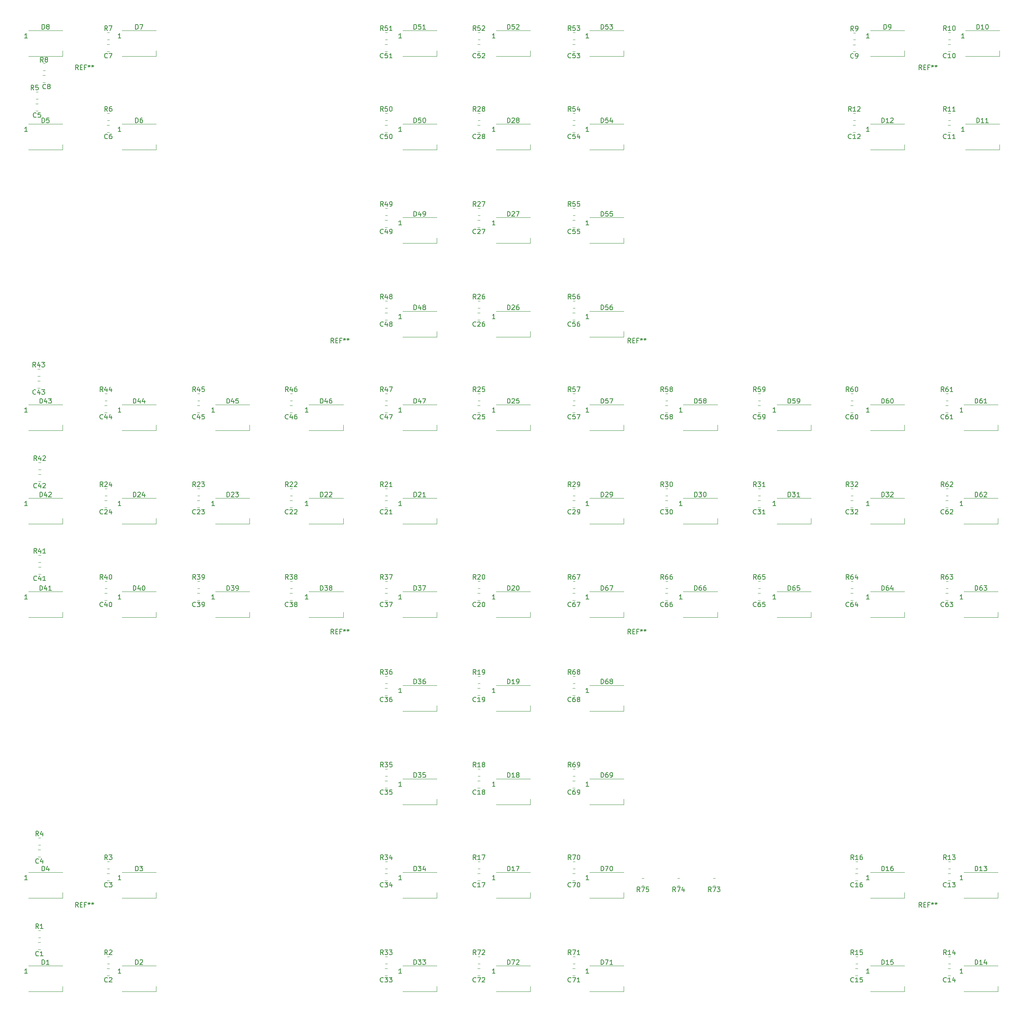
<source format=gbr>
%TF.GenerationSoftware,KiCad,Pcbnew,6.0.7*%
%TF.CreationDate,2022-11-18T13:15:14+01:00*%
%TF.ProjectId,game_board,67616d65-5f62-46f6-9172-642e6b696361,rev?*%
%TF.SameCoordinates,Original*%
%TF.FileFunction,Legend,Top*%
%TF.FilePolarity,Positive*%
%FSLAX46Y46*%
G04 Gerber Fmt 4.6, Leading zero omitted, Abs format (unit mm)*
G04 Created by KiCad (PCBNEW 6.0.7) date 2022-11-18 13:15:14*
%MOMM*%
%LPD*%
G01*
G04 APERTURE LIST*
%ADD10C,0.150000*%
%ADD11C,0.120000*%
G04 APERTURE END LIST*
D10*
%TO.C,REF\u002A\u002A*%
X170116666Y-156272380D02*
X169783333Y-155796190D01*
X169545238Y-156272380D02*
X169545238Y-155272380D01*
X169926190Y-155272380D01*
X170021428Y-155320000D01*
X170069047Y-155367619D01*
X170116666Y-155462857D01*
X170116666Y-155605714D01*
X170069047Y-155700952D01*
X170021428Y-155748571D01*
X169926190Y-155796190D01*
X169545238Y-155796190D01*
X170545238Y-155748571D02*
X170878571Y-155748571D01*
X171021428Y-156272380D02*
X170545238Y-156272380D01*
X170545238Y-155272380D01*
X171021428Y-155272380D01*
X171783333Y-155748571D02*
X171450000Y-155748571D01*
X171450000Y-156272380D02*
X171450000Y-155272380D01*
X171926190Y-155272380D01*
X172450000Y-155272380D02*
X172450000Y-155510476D01*
X172211904Y-155415238D02*
X172450000Y-155510476D01*
X172688095Y-155415238D01*
X172307142Y-155700952D02*
X172450000Y-155510476D01*
X172592857Y-155700952D01*
X173211904Y-155272380D02*
X173211904Y-155510476D01*
X172973809Y-155415238D02*
X173211904Y-155510476D01*
X173450000Y-155415238D01*
X173069047Y-155700952D02*
X173211904Y-155510476D01*
X173354761Y-155700952D01*
X170116666Y-94042380D02*
X169783333Y-93566190D01*
X169545238Y-94042380D02*
X169545238Y-93042380D01*
X169926190Y-93042380D01*
X170021428Y-93090000D01*
X170069047Y-93137619D01*
X170116666Y-93232857D01*
X170116666Y-93375714D01*
X170069047Y-93470952D01*
X170021428Y-93518571D01*
X169926190Y-93566190D01*
X169545238Y-93566190D01*
X170545238Y-93518571D02*
X170878571Y-93518571D01*
X171021428Y-94042380D02*
X170545238Y-94042380D01*
X170545238Y-93042380D01*
X171021428Y-93042380D01*
X171783333Y-93518571D02*
X171450000Y-93518571D01*
X171450000Y-94042380D02*
X171450000Y-93042380D01*
X171926190Y-93042380D01*
X172450000Y-93042380D02*
X172450000Y-93280476D01*
X172211904Y-93185238D02*
X172450000Y-93280476D01*
X172688095Y-93185238D01*
X172307142Y-93470952D02*
X172450000Y-93280476D01*
X172592857Y-93470952D01*
X173211904Y-93042380D02*
X173211904Y-93280476D01*
X172973809Y-93185238D02*
X173211904Y-93280476D01*
X173450000Y-93185238D01*
X173069047Y-93470952D02*
X173211904Y-93280476D01*
X173354761Y-93470952D01*
X106616666Y-94042380D02*
X106283333Y-93566190D01*
X106045238Y-94042380D02*
X106045238Y-93042380D01*
X106426190Y-93042380D01*
X106521428Y-93090000D01*
X106569047Y-93137619D01*
X106616666Y-93232857D01*
X106616666Y-93375714D01*
X106569047Y-93470952D01*
X106521428Y-93518571D01*
X106426190Y-93566190D01*
X106045238Y-93566190D01*
X107045238Y-93518571D02*
X107378571Y-93518571D01*
X107521428Y-94042380D02*
X107045238Y-94042380D01*
X107045238Y-93042380D01*
X107521428Y-93042380D01*
X108283333Y-93518571D02*
X107950000Y-93518571D01*
X107950000Y-94042380D02*
X107950000Y-93042380D01*
X108426190Y-93042380D01*
X108950000Y-93042380D02*
X108950000Y-93280476D01*
X108711904Y-93185238D02*
X108950000Y-93280476D01*
X109188095Y-93185238D01*
X108807142Y-93470952D02*
X108950000Y-93280476D01*
X109092857Y-93470952D01*
X109711904Y-93042380D02*
X109711904Y-93280476D01*
X109473809Y-93185238D02*
X109711904Y-93280476D01*
X109950000Y-93185238D01*
X109569047Y-93470952D02*
X109711904Y-93280476D01*
X109854761Y-93470952D01*
X106616666Y-156272380D02*
X106283333Y-155796190D01*
X106045238Y-156272380D02*
X106045238Y-155272380D01*
X106426190Y-155272380D01*
X106521428Y-155320000D01*
X106569047Y-155367619D01*
X106616666Y-155462857D01*
X106616666Y-155605714D01*
X106569047Y-155700952D01*
X106521428Y-155748571D01*
X106426190Y-155796190D01*
X106045238Y-155796190D01*
X107045238Y-155748571D02*
X107378571Y-155748571D01*
X107521428Y-156272380D02*
X107045238Y-156272380D01*
X107045238Y-155272380D01*
X107521428Y-155272380D01*
X108283333Y-155748571D02*
X107950000Y-155748571D01*
X107950000Y-156272380D02*
X107950000Y-155272380D01*
X108426190Y-155272380D01*
X108950000Y-155272380D02*
X108950000Y-155510476D01*
X108711904Y-155415238D02*
X108950000Y-155510476D01*
X109188095Y-155415238D01*
X108807142Y-155700952D02*
X108950000Y-155510476D01*
X109092857Y-155700952D01*
X109711904Y-155272380D02*
X109711904Y-155510476D01*
X109473809Y-155415238D02*
X109711904Y-155510476D01*
X109950000Y-155415238D01*
X109569047Y-155700952D02*
X109711904Y-155510476D01*
X109854761Y-155700952D01*
X232346666Y-35622380D02*
X232013333Y-35146190D01*
X231775238Y-35622380D02*
X231775238Y-34622380D01*
X232156190Y-34622380D01*
X232251428Y-34670000D01*
X232299047Y-34717619D01*
X232346666Y-34812857D01*
X232346666Y-34955714D01*
X232299047Y-35050952D01*
X232251428Y-35098571D01*
X232156190Y-35146190D01*
X231775238Y-35146190D01*
X232775238Y-35098571D02*
X233108571Y-35098571D01*
X233251428Y-35622380D02*
X232775238Y-35622380D01*
X232775238Y-34622380D01*
X233251428Y-34622380D01*
X234013333Y-35098571D02*
X233680000Y-35098571D01*
X233680000Y-35622380D02*
X233680000Y-34622380D01*
X234156190Y-34622380D01*
X234680000Y-34622380D02*
X234680000Y-34860476D01*
X234441904Y-34765238D02*
X234680000Y-34860476D01*
X234918095Y-34765238D01*
X234537142Y-35050952D02*
X234680000Y-34860476D01*
X234822857Y-35050952D01*
X235441904Y-34622380D02*
X235441904Y-34860476D01*
X235203809Y-34765238D02*
X235441904Y-34860476D01*
X235680000Y-34765238D01*
X235299047Y-35050952D02*
X235441904Y-34860476D01*
X235584761Y-35050952D01*
X52006666Y-35622380D02*
X51673333Y-35146190D01*
X51435238Y-35622380D02*
X51435238Y-34622380D01*
X51816190Y-34622380D01*
X51911428Y-34670000D01*
X51959047Y-34717619D01*
X52006666Y-34812857D01*
X52006666Y-34955714D01*
X51959047Y-35050952D01*
X51911428Y-35098571D01*
X51816190Y-35146190D01*
X51435238Y-35146190D01*
X52435238Y-35098571D02*
X52768571Y-35098571D01*
X52911428Y-35622380D02*
X52435238Y-35622380D01*
X52435238Y-34622380D01*
X52911428Y-34622380D01*
X53673333Y-35098571D02*
X53340000Y-35098571D01*
X53340000Y-35622380D02*
X53340000Y-34622380D01*
X53816190Y-34622380D01*
X54340000Y-34622380D02*
X54340000Y-34860476D01*
X54101904Y-34765238D02*
X54340000Y-34860476D01*
X54578095Y-34765238D01*
X54197142Y-35050952D02*
X54340000Y-34860476D01*
X54482857Y-35050952D01*
X55101904Y-34622380D02*
X55101904Y-34860476D01*
X54863809Y-34765238D02*
X55101904Y-34860476D01*
X55340000Y-34765238D01*
X54959047Y-35050952D02*
X55101904Y-34860476D01*
X55244761Y-35050952D01*
X52006666Y-214692380D02*
X51673333Y-214216190D01*
X51435238Y-214692380D02*
X51435238Y-213692380D01*
X51816190Y-213692380D01*
X51911428Y-213740000D01*
X51959047Y-213787619D01*
X52006666Y-213882857D01*
X52006666Y-214025714D01*
X51959047Y-214120952D01*
X51911428Y-214168571D01*
X51816190Y-214216190D01*
X51435238Y-214216190D01*
X52435238Y-214168571D02*
X52768571Y-214168571D01*
X52911428Y-214692380D02*
X52435238Y-214692380D01*
X52435238Y-213692380D01*
X52911428Y-213692380D01*
X53673333Y-214168571D02*
X53340000Y-214168571D01*
X53340000Y-214692380D02*
X53340000Y-213692380D01*
X53816190Y-213692380D01*
X54340000Y-213692380D02*
X54340000Y-213930476D01*
X54101904Y-213835238D02*
X54340000Y-213930476D01*
X54578095Y-213835238D01*
X54197142Y-214120952D02*
X54340000Y-213930476D01*
X54482857Y-214120952D01*
X55101904Y-213692380D02*
X55101904Y-213930476D01*
X54863809Y-213835238D02*
X55101904Y-213930476D01*
X55340000Y-213835238D01*
X54959047Y-214120952D02*
X55101904Y-213930476D01*
X55244761Y-214120952D01*
X232346666Y-214692380D02*
X232013333Y-214216190D01*
X231775238Y-214692380D02*
X231775238Y-213692380D01*
X232156190Y-213692380D01*
X232251428Y-213740000D01*
X232299047Y-213787619D01*
X232346666Y-213882857D01*
X232346666Y-214025714D01*
X232299047Y-214120952D01*
X232251428Y-214168571D01*
X232156190Y-214216190D01*
X231775238Y-214216190D01*
X232775238Y-214168571D02*
X233108571Y-214168571D01*
X233251428Y-214692380D02*
X232775238Y-214692380D01*
X232775238Y-213692380D01*
X233251428Y-213692380D01*
X234013333Y-214168571D02*
X233680000Y-214168571D01*
X233680000Y-214692380D02*
X233680000Y-213692380D01*
X234156190Y-213692380D01*
X234680000Y-213692380D02*
X234680000Y-213930476D01*
X234441904Y-213835238D02*
X234680000Y-213930476D01*
X234918095Y-213835238D01*
X234537142Y-214120952D02*
X234680000Y-213930476D01*
X234822857Y-214120952D01*
X235441904Y-213692380D02*
X235441904Y-213930476D01*
X235203809Y-213835238D02*
X235441904Y-213930476D01*
X235680000Y-213835238D01*
X235299047Y-214120952D02*
X235441904Y-213930476D01*
X235584761Y-214120952D01*
%TO.C,C41*%
X43111142Y-144785142D02*
X43063523Y-144832761D01*
X42920666Y-144880380D01*
X42825428Y-144880380D01*
X42682571Y-144832761D01*
X42587333Y-144737523D01*
X42539714Y-144642285D01*
X42492095Y-144451809D01*
X42492095Y-144308952D01*
X42539714Y-144118476D01*
X42587333Y-144023238D01*
X42682571Y-143928000D01*
X42825428Y-143880380D01*
X42920666Y-143880380D01*
X43063523Y-143928000D01*
X43111142Y-143975619D01*
X43968285Y-144213714D02*
X43968285Y-144880380D01*
X43730190Y-143832761D02*
X43492095Y-144547047D01*
X44111142Y-144547047D01*
X45015904Y-144880380D02*
X44444476Y-144880380D01*
X44730190Y-144880380D02*
X44730190Y-143880380D01*
X44634952Y-144023238D01*
X44539714Y-144118476D01*
X44444476Y-144166095D01*
%TO.C,D31*%
X203785714Y-126952380D02*
X203785714Y-125952380D01*
X204023809Y-125952380D01*
X204166666Y-126000000D01*
X204261904Y-126095238D01*
X204309523Y-126190476D01*
X204357142Y-126380952D01*
X204357142Y-126523809D01*
X204309523Y-126714285D01*
X204261904Y-126809523D01*
X204166666Y-126904761D01*
X204023809Y-126952380D01*
X203785714Y-126952380D01*
X204690476Y-125952380D02*
X205309523Y-125952380D01*
X204976190Y-126333333D01*
X205119047Y-126333333D01*
X205214285Y-126380952D01*
X205261904Y-126428571D01*
X205309523Y-126523809D01*
X205309523Y-126761904D01*
X205261904Y-126857142D01*
X205214285Y-126904761D01*
X205119047Y-126952380D01*
X204833333Y-126952380D01*
X204738095Y-126904761D01*
X204690476Y-126857142D01*
X206261904Y-126952380D02*
X205690476Y-126952380D01*
X205976190Y-126952380D02*
X205976190Y-125952380D01*
X205880952Y-126095238D01*
X205785714Y-126190476D01*
X205690476Y-126238095D01*
X201135714Y-128852380D02*
X200564285Y-128852380D01*
X200850000Y-128852380D02*
X200850000Y-127852380D01*
X200754761Y-127995238D01*
X200659523Y-128090476D01*
X200564285Y-128138095D01*
%TO.C,C26*%
X137025142Y-90429142D02*
X136977523Y-90476761D01*
X136834666Y-90524380D01*
X136739428Y-90524380D01*
X136596571Y-90476761D01*
X136501333Y-90381523D01*
X136453714Y-90286285D01*
X136406095Y-90095809D01*
X136406095Y-89952952D01*
X136453714Y-89762476D01*
X136501333Y-89667238D01*
X136596571Y-89572000D01*
X136739428Y-89524380D01*
X136834666Y-89524380D01*
X136977523Y-89572000D01*
X137025142Y-89619619D01*
X137406095Y-89619619D02*
X137453714Y-89572000D01*
X137548952Y-89524380D01*
X137787047Y-89524380D01*
X137882285Y-89572000D01*
X137929904Y-89619619D01*
X137977523Y-89714857D01*
X137977523Y-89810095D01*
X137929904Y-89952952D01*
X137358476Y-90524380D01*
X137977523Y-90524380D01*
X138834666Y-89524380D02*
X138644190Y-89524380D01*
X138548952Y-89572000D01*
X138501333Y-89619619D01*
X138406095Y-89762476D01*
X138358476Y-89952952D01*
X138358476Y-90333904D01*
X138406095Y-90429142D01*
X138453714Y-90476761D01*
X138548952Y-90524380D01*
X138739428Y-90524380D01*
X138834666Y-90476761D01*
X138882285Y-90429142D01*
X138929904Y-90333904D01*
X138929904Y-90095809D01*
X138882285Y-90000571D01*
X138834666Y-89952952D01*
X138739428Y-89905333D01*
X138548952Y-89905333D01*
X138453714Y-89952952D01*
X138406095Y-90000571D01*
X138358476Y-90095809D01*
%TO.C,R63*%
X237101142Y-144598380D02*
X236767809Y-144122190D01*
X236529714Y-144598380D02*
X236529714Y-143598380D01*
X236910666Y-143598380D01*
X237005904Y-143646000D01*
X237053523Y-143693619D01*
X237101142Y-143788857D01*
X237101142Y-143931714D01*
X237053523Y-144026952D01*
X237005904Y-144074571D01*
X236910666Y-144122190D01*
X236529714Y-144122190D01*
X237958285Y-143598380D02*
X237767809Y-143598380D01*
X237672571Y-143646000D01*
X237624952Y-143693619D01*
X237529714Y-143836476D01*
X237482095Y-144026952D01*
X237482095Y-144407904D01*
X237529714Y-144503142D01*
X237577333Y-144550761D01*
X237672571Y-144598380D01*
X237863047Y-144598380D01*
X237958285Y-144550761D01*
X238005904Y-144503142D01*
X238053523Y-144407904D01*
X238053523Y-144169809D01*
X238005904Y-144074571D01*
X237958285Y-144026952D01*
X237863047Y-143979333D01*
X237672571Y-143979333D01*
X237577333Y-144026952D01*
X237529714Y-144074571D01*
X237482095Y-144169809D01*
X238386857Y-143598380D02*
X239005904Y-143598380D01*
X238672571Y-143979333D01*
X238815428Y-143979333D01*
X238910666Y-144026952D01*
X238958285Y-144074571D01*
X239005904Y-144169809D01*
X239005904Y-144407904D01*
X238958285Y-144503142D01*
X238910666Y-144550761D01*
X238815428Y-144598380D01*
X238529714Y-144598380D01*
X238434476Y-144550761D01*
X238386857Y-144503142D01*
%TO.C,D6*%
X64261904Y-46952380D02*
X64261904Y-45952380D01*
X64500000Y-45952380D01*
X64642857Y-46000000D01*
X64738095Y-46095238D01*
X64785714Y-46190476D01*
X64833333Y-46380952D01*
X64833333Y-46523809D01*
X64785714Y-46714285D01*
X64738095Y-46809523D01*
X64642857Y-46904761D01*
X64500000Y-46952380D01*
X64261904Y-46952380D01*
X65690476Y-45952380D02*
X65500000Y-45952380D01*
X65404761Y-46000000D01*
X65357142Y-46047619D01*
X65261904Y-46190476D01*
X65214285Y-46380952D01*
X65214285Y-46761904D01*
X65261904Y-46857142D01*
X65309523Y-46904761D01*
X65404761Y-46952380D01*
X65595238Y-46952380D01*
X65690476Y-46904761D01*
X65738095Y-46857142D01*
X65785714Y-46761904D01*
X65785714Y-46523809D01*
X65738095Y-46428571D01*
X65690476Y-46380952D01*
X65595238Y-46333333D01*
X65404761Y-46333333D01*
X65309523Y-46380952D01*
X65261904Y-46428571D01*
X65214285Y-46523809D01*
X61135714Y-48852380D02*
X60564285Y-48852380D01*
X60850000Y-48852380D02*
X60850000Y-47852380D01*
X60754761Y-47995238D01*
X60659523Y-48090476D01*
X60564285Y-48138095D01*
%TO.C,R16*%
X217797142Y-204542380D02*
X217463809Y-204066190D01*
X217225714Y-204542380D02*
X217225714Y-203542380D01*
X217606666Y-203542380D01*
X217701904Y-203590000D01*
X217749523Y-203637619D01*
X217797142Y-203732857D01*
X217797142Y-203875714D01*
X217749523Y-203970952D01*
X217701904Y-204018571D01*
X217606666Y-204066190D01*
X217225714Y-204066190D01*
X218749523Y-204542380D02*
X218178095Y-204542380D01*
X218463809Y-204542380D02*
X218463809Y-203542380D01*
X218368571Y-203685238D01*
X218273333Y-203780476D01*
X218178095Y-203828095D01*
X219606666Y-203542380D02*
X219416190Y-203542380D01*
X219320952Y-203590000D01*
X219273333Y-203637619D01*
X219178095Y-203780476D01*
X219130476Y-203970952D01*
X219130476Y-204351904D01*
X219178095Y-204447142D01*
X219225714Y-204494761D01*
X219320952Y-204542380D01*
X219511428Y-204542380D01*
X219606666Y-204494761D01*
X219654285Y-204447142D01*
X219701904Y-204351904D01*
X219701904Y-204113809D01*
X219654285Y-204018571D01*
X219606666Y-203970952D01*
X219511428Y-203923333D01*
X219320952Y-203923333D01*
X219225714Y-203970952D01*
X219178095Y-204018571D01*
X219130476Y-204113809D01*
%TO.C,D16*%
X223785714Y-206952380D02*
X223785714Y-205952380D01*
X224023809Y-205952380D01*
X224166666Y-206000000D01*
X224261904Y-206095238D01*
X224309523Y-206190476D01*
X224357142Y-206380952D01*
X224357142Y-206523809D01*
X224309523Y-206714285D01*
X224261904Y-206809523D01*
X224166666Y-206904761D01*
X224023809Y-206952380D01*
X223785714Y-206952380D01*
X225309523Y-206952380D02*
X224738095Y-206952380D01*
X225023809Y-206952380D02*
X225023809Y-205952380D01*
X224928571Y-206095238D01*
X224833333Y-206190476D01*
X224738095Y-206238095D01*
X226166666Y-205952380D02*
X225976190Y-205952380D01*
X225880952Y-206000000D01*
X225833333Y-206047619D01*
X225738095Y-206190476D01*
X225690476Y-206380952D01*
X225690476Y-206761904D01*
X225738095Y-206857142D01*
X225785714Y-206904761D01*
X225880952Y-206952380D01*
X226071428Y-206952380D01*
X226166666Y-206904761D01*
X226214285Y-206857142D01*
X226261904Y-206761904D01*
X226261904Y-206523809D01*
X226214285Y-206428571D01*
X226166666Y-206380952D01*
X226071428Y-206333333D01*
X225880952Y-206333333D01*
X225785714Y-206380952D01*
X225738095Y-206428571D01*
X225690476Y-206523809D01*
X221135714Y-208852380D02*
X220564285Y-208852380D01*
X220850000Y-208852380D02*
X220850000Y-207852380D01*
X220754761Y-207995238D01*
X220659523Y-208090476D01*
X220564285Y-208138095D01*
%TO.C,C18*%
X137025142Y-190505142D02*
X136977523Y-190552761D01*
X136834666Y-190600380D01*
X136739428Y-190600380D01*
X136596571Y-190552761D01*
X136501333Y-190457523D01*
X136453714Y-190362285D01*
X136406095Y-190171809D01*
X136406095Y-190028952D01*
X136453714Y-189838476D01*
X136501333Y-189743238D01*
X136596571Y-189648000D01*
X136739428Y-189600380D01*
X136834666Y-189600380D01*
X136977523Y-189648000D01*
X137025142Y-189695619D01*
X137977523Y-190600380D02*
X137406095Y-190600380D01*
X137691809Y-190600380D02*
X137691809Y-189600380D01*
X137596571Y-189743238D01*
X137501333Y-189838476D01*
X137406095Y-189886095D01*
X138548952Y-190028952D02*
X138453714Y-189981333D01*
X138406095Y-189933714D01*
X138358476Y-189838476D01*
X138358476Y-189790857D01*
X138406095Y-189695619D01*
X138453714Y-189648000D01*
X138548952Y-189600380D01*
X138739428Y-189600380D01*
X138834666Y-189648000D01*
X138882285Y-189695619D01*
X138929904Y-189790857D01*
X138929904Y-189838476D01*
X138882285Y-189933714D01*
X138834666Y-189981333D01*
X138739428Y-190028952D01*
X138548952Y-190028952D01*
X138453714Y-190076571D01*
X138406095Y-190124190D01*
X138358476Y-190219428D01*
X138358476Y-190409904D01*
X138406095Y-190505142D01*
X138453714Y-190552761D01*
X138548952Y-190600380D01*
X138739428Y-190600380D01*
X138834666Y-190552761D01*
X138882285Y-190505142D01*
X138929904Y-190409904D01*
X138929904Y-190219428D01*
X138882285Y-190124190D01*
X138834666Y-190076571D01*
X138739428Y-190028952D01*
%TO.C,C49*%
X117213142Y-70617142D02*
X117165523Y-70664761D01*
X117022666Y-70712380D01*
X116927428Y-70712380D01*
X116784571Y-70664761D01*
X116689333Y-70569523D01*
X116641714Y-70474285D01*
X116594095Y-70283809D01*
X116594095Y-70140952D01*
X116641714Y-69950476D01*
X116689333Y-69855238D01*
X116784571Y-69760000D01*
X116927428Y-69712380D01*
X117022666Y-69712380D01*
X117165523Y-69760000D01*
X117213142Y-69807619D01*
X118070285Y-70045714D02*
X118070285Y-70712380D01*
X117832190Y-69664761D02*
X117594095Y-70379047D01*
X118213142Y-70379047D01*
X118641714Y-70712380D02*
X118832190Y-70712380D01*
X118927428Y-70664761D01*
X118975047Y-70617142D01*
X119070285Y-70474285D01*
X119117904Y-70283809D01*
X119117904Y-69902857D01*
X119070285Y-69807619D01*
X119022666Y-69760000D01*
X118927428Y-69712380D01*
X118736952Y-69712380D01*
X118641714Y-69760000D01*
X118594095Y-69807619D01*
X118546476Y-69902857D01*
X118546476Y-70140952D01*
X118594095Y-70236190D01*
X118641714Y-70283809D01*
X118736952Y-70331428D01*
X118927428Y-70331428D01*
X119022666Y-70283809D01*
X119070285Y-70236190D01*
X119117904Y-70140952D01*
%TO.C,C59*%
X196969142Y-110241142D02*
X196921523Y-110288761D01*
X196778666Y-110336380D01*
X196683428Y-110336380D01*
X196540571Y-110288761D01*
X196445333Y-110193523D01*
X196397714Y-110098285D01*
X196350095Y-109907809D01*
X196350095Y-109764952D01*
X196397714Y-109574476D01*
X196445333Y-109479238D01*
X196540571Y-109384000D01*
X196683428Y-109336380D01*
X196778666Y-109336380D01*
X196921523Y-109384000D01*
X196969142Y-109431619D01*
X197873904Y-109336380D02*
X197397714Y-109336380D01*
X197350095Y-109812571D01*
X197397714Y-109764952D01*
X197492952Y-109717333D01*
X197731047Y-109717333D01*
X197826285Y-109764952D01*
X197873904Y-109812571D01*
X197921523Y-109907809D01*
X197921523Y-110145904D01*
X197873904Y-110241142D01*
X197826285Y-110288761D01*
X197731047Y-110336380D01*
X197492952Y-110336380D01*
X197397714Y-110288761D01*
X197350095Y-110241142D01*
X198397714Y-110336380D02*
X198588190Y-110336380D01*
X198683428Y-110288761D01*
X198731047Y-110241142D01*
X198826285Y-110098285D01*
X198873904Y-109907809D01*
X198873904Y-109526857D01*
X198826285Y-109431619D01*
X198778666Y-109384000D01*
X198683428Y-109336380D01*
X198492952Y-109336380D01*
X198397714Y-109384000D01*
X198350095Y-109431619D01*
X198302476Y-109526857D01*
X198302476Y-109764952D01*
X198350095Y-109860190D01*
X198397714Y-109907809D01*
X198492952Y-109955428D01*
X198683428Y-109955428D01*
X198778666Y-109907809D01*
X198826285Y-109860190D01*
X198873904Y-109764952D01*
%TO.C,R44*%
X57269142Y-104466380D02*
X56935809Y-103990190D01*
X56697714Y-104466380D02*
X56697714Y-103466380D01*
X57078666Y-103466380D01*
X57173904Y-103514000D01*
X57221523Y-103561619D01*
X57269142Y-103656857D01*
X57269142Y-103799714D01*
X57221523Y-103894952D01*
X57173904Y-103942571D01*
X57078666Y-103990190D01*
X56697714Y-103990190D01*
X58126285Y-103799714D02*
X58126285Y-104466380D01*
X57888190Y-103418761D02*
X57650095Y-104133047D01*
X58269142Y-104133047D01*
X59078666Y-103799714D02*
X59078666Y-104466380D01*
X58840571Y-103418761D02*
X58602476Y-104133047D01*
X59221523Y-104133047D01*
%TO.C,C3*%
X58253333Y-210317142D02*
X58205714Y-210364761D01*
X58062857Y-210412380D01*
X57967619Y-210412380D01*
X57824761Y-210364761D01*
X57729523Y-210269523D01*
X57681904Y-210174285D01*
X57634285Y-209983809D01*
X57634285Y-209840952D01*
X57681904Y-209650476D01*
X57729523Y-209555238D01*
X57824761Y-209460000D01*
X57967619Y-209412380D01*
X58062857Y-209412380D01*
X58205714Y-209460000D01*
X58253333Y-209507619D01*
X58586666Y-209412380D02*
X59205714Y-209412380D01*
X58872380Y-209793333D01*
X59015238Y-209793333D01*
X59110476Y-209840952D01*
X59158095Y-209888571D01*
X59205714Y-209983809D01*
X59205714Y-210221904D01*
X59158095Y-210317142D01*
X59110476Y-210364761D01*
X59015238Y-210412380D01*
X58729523Y-210412380D01*
X58634285Y-210364761D01*
X58586666Y-210317142D01*
%TO.C,C71*%
X157345142Y-230637142D02*
X157297523Y-230684761D01*
X157154666Y-230732380D01*
X157059428Y-230732380D01*
X156916571Y-230684761D01*
X156821333Y-230589523D01*
X156773714Y-230494285D01*
X156726095Y-230303809D01*
X156726095Y-230160952D01*
X156773714Y-229970476D01*
X156821333Y-229875238D01*
X156916571Y-229780000D01*
X157059428Y-229732380D01*
X157154666Y-229732380D01*
X157297523Y-229780000D01*
X157345142Y-229827619D01*
X157678476Y-229732380D02*
X158345142Y-229732380D01*
X157916571Y-230732380D01*
X159249904Y-230732380D02*
X158678476Y-230732380D01*
X158964190Y-230732380D02*
X158964190Y-229732380D01*
X158868952Y-229875238D01*
X158773714Y-229970476D01*
X158678476Y-230018095D01*
%TO.C,R68*%
X157345142Y-164918380D02*
X157011809Y-164442190D01*
X156773714Y-164918380D02*
X156773714Y-163918380D01*
X157154666Y-163918380D01*
X157249904Y-163966000D01*
X157297523Y-164013619D01*
X157345142Y-164108857D01*
X157345142Y-164251714D01*
X157297523Y-164346952D01*
X157249904Y-164394571D01*
X157154666Y-164442190D01*
X156773714Y-164442190D01*
X158202285Y-163918380D02*
X158011809Y-163918380D01*
X157916571Y-163966000D01*
X157868952Y-164013619D01*
X157773714Y-164156476D01*
X157726095Y-164346952D01*
X157726095Y-164727904D01*
X157773714Y-164823142D01*
X157821333Y-164870761D01*
X157916571Y-164918380D01*
X158107047Y-164918380D01*
X158202285Y-164870761D01*
X158249904Y-164823142D01*
X158297523Y-164727904D01*
X158297523Y-164489809D01*
X158249904Y-164394571D01*
X158202285Y-164346952D01*
X158107047Y-164299333D01*
X157916571Y-164299333D01*
X157821333Y-164346952D01*
X157773714Y-164394571D01*
X157726095Y-164489809D01*
X158868952Y-164346952D02*
X158773714Y-164299333D01*
X158726095Y-164251714D01*
X158678476Y-164156476D01*
X158678476Y-164108857D01*
X158726095Y-164013619D01*
X158773714Y-163966000D01*
X158868952Y-163918380D01*
X159059428Y-163918380D01*
X159154666Y-163966000D01*
X159202285Y-164013619D01*
X159249904Y-164108857D01*
X159249904Y-164156476D01*
X159202285Y-164251714D01*
X159154666Y-164299333D01*
X159059428Y-164346952D01*
X158868952Y-164346952D01*
X158773714Y-164394571D01*
X158726095Y-164442190D01*
X158678476Y-164537428D01*
X158678476Y-164727904D01*
X158726095Y-164823142D01*
X158773714Y-164870761D01*
X158868952Y-164918380D01*
X159059428Y-164918380D01*
X159154666Y-164870761D01*
X159202285Y-164823142D01*
X159249904Y-164727904D01*
X159249904Y-164537428D01*
X159202285Y-164442190D01*
X159154666Y-164394571D01*
X159059428Y-164346952D01*
%TO.C,C29*%
X157345142Y-130561142D02*
X157297523Y-130608761D01*
X157154666Y-130656380D01*
X157059428Y-130656380D01*
X156916571Y-130608761D01*
X156821333Y-130513523D01*
X156773714Y-130418285D01*
X156726095Y-130227809D01*
X156726095Y-130084952D01*
X156773714Y-129894476D01*
X156821333Y-129799238D01*
X156916571Y-129704000D01*
X157059428Y-129656380D01*
X157154666Y-129656380D01*
X157297523Y-129704000D01*
X157345142Y-129751619D01*
X157726095Y-129751619D02*
X157773714Y-129704000D01*
X157868952Y-129656380D01*
X158107047Y-129656380D01*
X158202285Y-129704000D01*
X158249904Y-129751619D01*
X158297523Y-129846857D01*
X158297523Y-129942095D01*
X158249904Y-130084952D01*
X157678476Y-130656380D01*
X158297523Y-130656380D01*
X158773714Y-130656380D02*
X158964190Y-130656380D01*
X159059428Y-130608761D01*
X159107047Y-130561142D01*
X159202285Y-130418285D01*
X159249904Y-130227809D01*
X159249904Y-129846857D01*
X159202285Y-129751619D01*
X159154666Y-129704000D01*
X159059428Y-129656380D01*
X158868952Y-129656380D01*
X158773714Y-129704000D01*
X158726095Y-129751619D01*
X158678476Y-129846857D01*
X158678476Y-130084952D01*
X158726095Y-130180190D01*
X158773714Y-130227809D01*
X158868952Y-130275428D01*
X159059428Y-130275428D01*
X159154666Y-130227809D01*
X159202285Y-130180190D01*
X159249904Y-130084952D01*
%TO.C,C6*%
X58253333Y-50297142D02*
X58205714Y-50344761D01*
X58062857Y-50392380D01*
X57967619Y-50392380D01*
X57824761Y-50344761D01*
X57729523Y-50249523D01*
X57681904Y-50154285D01*
X57634285Y-49963809D01*
X57634285Y-49820952D01*
X57681904Y-49630476D01*
X57729523Y-49535238D01*
X57824761Y-49440000D01*
X57967619Y-49392380D01*
X58062857Y-49392380D01*
X58205714Y-49440000D01*
X58253333Y-49487619D01*
X59110476Y-49392380D02*
X58920000Y-49392380D01*
X58824761Y-49440000D01*
X58777142Y-49487619D01*
X58681904Y-49630476D01*
X58634285Y-49820952D01*
X58634285Y-50201904D01*
X58681904Y-50297142D01*
X58729523Y-50344761D01*
X58824761Y-50392380D01*
X59015238Y-50392380D01*
X59110476Y-50344761D01*
X59158095Y-50297142D01*
X59205714Y-50201904D01*
X59205714Y-49963809D01*
X59158095Y-49868571D01*
X59110476Y-49820952D01*
X59015238Y-49773333D01*
X58824761Y-49773333D01*
X58729523Y-49820952D01*
X58681904Y-49868571D01*
X58634285Y-49963809D01*
%TO.C,R45*%
X77081142Y-104466380D02*
X76747809Y-103990190D01*
X76509714Y-104466380D02*
X76509714Y-103466380D01*
X76890666Y-103466380D01*
X76985904Y-103514000D01*
X77033523Y-103561619D01*
X77081142Y-103656857D01*
X77081142Y-103799714D01*
X77033523Y-103894952D01*
X76985904Y-103942571D01*
X76890666Y-103990190D01*
X76509714Y-103990190D01*
X77938285Y-103799714D02*
X77938285Y-104466380D01*
X77700190Y-103418761D02*
X77462095Y-104133047D01*
X78081142Y-104133047D01*
X78938285Y-103466380D02*
X78462095Y-103466380D01*
X78414476Y-103942571D01*
X78462095Y-103894952D01*
X78557333Y-103847333D01*
X78795428Y-103847333D01*
X78890666Y-103894952D01*
X78938285Y-103942571D01*
X78985904Y-104037809D01*
X78985904Y-104275904D01*
X78938285Y-104371142D01*
X78890666Y-104418761D01*
X78795428Y-104466380D01*
X78557333Y-104466380D01*
X78462095Y-104418761D01*
X78414476Y-104371142D01*
%TO.C,D63*%
X243785714Y-146952380D02*
X243785714Y-145952380D01*
X244023809Y-145952380D01*
X244166666Y-146000000D01*
X244261904Y-146095238D01*
X244309523Y-146190476D01*
X244357142Y-146380952D01*
X244357142Y-146523809D01*
X244309523Y-146714285D01*
X244261904Y-146809523D01*
X244166666Y-146904761D01*
X244023809Y-146952380D01*
X243785714Y-146952380D01*
X245214285Y-145952380D02*
X245023809Y-145952380D01*
X244928571Y-146000000D01*
X244880952Y-146047619D01*
X244785714Y-146190476D01*
X244738095Y-146380952D01*
X244738095Y-146761904D01*
X244785714Y-146857142D01*
X244833333Y-146904761D01*
X244928571Y-146952380D01*
X245119047Y-146952380D01*
X245214285Y-146904761D01*
X245261904Y-146857142D01*
X245309523Y-146761904D01*
X245309523Y-146523809D01*
X245261904Y-146428571D01*
X245214285Y-146380952D01*
X245119047Y-146333333D01*
X244928571Y-146333333D01*
X244833333Y-146380952D01*
X244785714Y-146428571D01*
X244738095Y-146523809D01*
X245642857Y-145952380D02*
X246261904Y-145952380D01*
X245928571Y-146333333D01*
X246071428Y-146333333D01*
X246166666Y-146380952D01*
X246214285Y-146428571D01*
X246261904Y-146523809D01*
X246261904Y-146761904D01*
X246214285Y-146857142D01*
X246166666Y-146904761D01*
X246071428Y-146952380D01*
X245785714Y-146952380D01*
X245690476Y-146904761D01*
X245642857Y-146857142D01*
X241135714Y-148852380D02*
X240564285Y-148852380D01*
X240850000Y-148852380D02*
X240850000Y-147852380D01*
X240754761Y-147995238D01*
X240659523Y-148090476D01*
X240564285Y-148138095D01*
%TO.C,C47*%
X117213142Y-110241142D02*
X117165523Y-110288761D01*
X117022666Y-110336380D01*
X116927428Y-110336380D01*
X116784571Y-110288761D01*
X116689333Y-110193523D01*
X116641714Y-110098285D01*
X116594095Y-109907809D01*
X116594095Y-109764952D01*
X116641714Y-109574476D01*
X116689333Y-109479238D01*
X116784571Y-109384000D01*
X116927428Y-109336380D01*
X117022666Y-109336380D01*
X117165523Y-109384000D01*
X117213142Y-109431619D01*
X118070285Y-109669714D02*
X118070285Y-110336380D01*
X117832190Y-109288761D02*
X117594095Y-110003047D01*
X118213142Y-110003047D01*
X118498857Y-109336380D02*
X119165523Y-109336380D01*
X118736952Y-110336380D01*
%TO.C,D23*%
X83785714Y-126952380D02*
X83785714Y-125952380D01*
X84023809Y-125952380D01*
X84166666Y-126000000D01*
X84261904Y-126095238D01*
X84309523Y-126190476D01*
X84357142Y-126380952D01*
X84357142Y-126523809D01*
X84309523Y-126714285D01*
X84261904Y-126809523D01*
X84166666Y-126904761D01*
X84023809Y-126952380D01*
X83785714Y-126952380D01*
X84738095Y-126047619D02*
X84785714Y-126000000D01*
X84880952Y-125952380D01*
X85119047Y-125952380D01*
X85214285Y-126000000D01*
X85261904Y-126047619D01*
X85309523Y-126142857D01*
X85309523Y-126238095D01*
X85261904Y-126380952D01*
X84690476Y-126952380D01*
X85309523Y-126952380D01*
X85642857Y-125952380D02*
X86261904Y-125952380D01*
X85928571Y-126333333D01*
X86071428Y-126333333D01*
X86166666Y-126380952D01*
X86214285Y-126428571D01*
X86261904Y-126523809D01*
X86261904Y-126761904D01*
X86214285Y-126857142D01*
X86166666Y-126904761D01*
X86071428Y-126952380D01*
X85785714Y-126952380D01*
X85690476Y-126904761D01*
X85642857Y-126857142D01*
X81135714Y-128852380D02*
X80564285Y-128852380D01*
X80850000Y-128852380D02*
X80850000Y-127852380D01*
X80754761Y-127995238D01*
X80659523Y-128090476D01*
X80564285Y-128138095D01*
%TO.C,C31*%
X196969142Y-130561142D02*
X196921523Y-130608761D01*
X196778666Y-130656380D01*
X196683428Y-130656380D01*
X196540571Y-130608761D01*
X196445333Y-130513523D01*
X196397714Y-130418285D01*
X196350095Y-130227809D01*
X196350095Y-130084952D01*
X196397714Y-129894476D01*
X196445333Y-129799238D01*
X196540571Y-129704000D01*
X196683428Y-129656380D01*
X196778666Y-129656380D01*
X196921523Y-129704000D01*
X196969142Y-129751619D01*
X197302476Y-129656380D02*
X197921523Y-129656380D01*
X197588190Y-130037333D01*
X197731047Y-130037333D01*
X197826285Y-130084952D01*
X197873904Y-130132571D01*
X197921523Y-130227809D01*
X197921523Y-130465904D01*
X197873904Y-130561142D01*
X197826285Y-130608761D01*
X197731047Y-130656380D01*
X197445333Y-130656380D01*
X197350095Y-130608761D01*
X197302476Y-130561142D01*
X198873904Y-130656380D02*
X198302476Y-130656380D01*
X198588190Y-130656380D02*
X198588190Y-129656380D01*
X198492952Y-129799238D01*
X198397714Y-129894476D01*
X198302476Y-129942095D01*
%TO.C,D4*%
X44261904Y-206952380D02*
X44261904Y-205952380D01*
X44500000Y-205952380D01*
X44642857Y-206000000D01*
X44738095Y-206095238D01*
X44785714Y-206190476D01*
X44833333Y-206380952D01*
X44833333Y-206523809D01*
X44785714Y-206714285D01*
X44738095Y-206809523D01*
X44642857Y-206904761D01*
X44500000Y-206952380D01*
X44261904Y-206952380D01*
X45690476Y-206285714D02*
X45690476Y-206952380D01*
X45452380Y-205904761D02*
X45214285Y-206619047D01*
X45833333Y-206619047D01*
X41135714Y-208852380D02*
X40564285Y-208852380D01*
X40850000Y-208852380D02*
X40850000Y-207852380D01*
X40754761Y-207995238D01*
X40659523Y-208090476D01*
X40564285Y-208138095D01*
%TO.C,R57*%
X157345142Y-104466380D02*
X157011809Y-103990190D01*
X156773714Y-104466380D02*
X156773714Y-103466380D01*
X157154666Y-103466380D01*
X157249904Y-103514000D01*
X157297523Y-103561619D01*
X157345142Y-103656857D01*
X157345142Y-103799714D01*
X157297523Y-103894952D01*
X157249904Y-103942571D01*
X157154666Y-103990190D01*
X156773714Y-103990190D01*
X158249904Y-103466380D02*
X157773714Y-103466380D01*
X157726095Y-103942571D01*
X157773714Y-103894952D01*
X157868952Y-103847333D01*
X158107047Y-103847333D01*
X158202285Y-103894952D01*
X158249904Y-103942571D01*
X158297523Y-104037809D01*
X158297523Y-104275904D01*
X158249904Y-104371142D01*
X158202285Y-104418761D01*
X158107047Y-104466380D01*
X157868952Y-104466380D01*
X157773714Y-104418761D01*
X157726095Y-104371142D01*
X158630857Y-103466380D02*
X159297523Y-103466380D01*
X158868952Y-104466380D01*
%TO.C,D47*%
X123785714Y-106952380D02*
X123785714Y-105952380D01*
X124023809Y-105952380D01*
X124166666Y-106000000D01*
X124261904Y-106095238D01*
X124309523Y-106190476D01*
X124357142Y-106380952D01*
X124357142Y-106523809D01*
X124309523Y-106714285D01*
X124261904Y-106809523D01*
X124166666Y-106904761D01*
X124023809Y-106952380D01*
X123785714Y-106952380D01*
X125214285Y-106285714D02*
X125214285Y-106952380D01*
X124976190Y-105904761D02*
X124738095Y-106619047D01*
X125357142Y-106619047D01*
X125642857Y-105952380D02*
X126309523Y-105952380D01*
X125880952Y-106952380D01*
X121135714Y-108852380D02*
X120564285Y-108852380D01*
X120850000Y-108852380D02*
X120850000Y-107852380D01*
X120754761Y-107995238D01*
X120659523Y-108090476D01*
X120564285Y-108138095D01*
%TO.C,D41*%
X43785714Y-146952380D02*
X43785714Y-145952380D01*
X44023809Y-145952380D01*
X44166666Y-146000000D01*
X44261904Y-146095238D01*
X44309523Y-146190476D01*
X44357142Y-146380952D01*
X44357142Y-146523809D01*
X44309523Y-146714285D01*
X44261904Y-146809523D01*
X44166666Y-146904761D01*
X44023809Y-146952380D01*
X43785714Y-146952380D01*
X45214285Y-146285714D02*
X45214285Y-146952380D01*
X44976190Y-145904761D02*
X44738095Y-146619047D01*
X45357142Y-146619047D01*
X46261904Y-146952380D02*
X45690476Y-146952380D01*
X45976190Y-146952380D02*
X45976190Y-145952380D01*
X45880952Y-146095238D01*
X45785714Y-146190476D01*
X45690476Y-146238095D01*
X41135714Y-148852380D02*
X40564285Y-148852380D01*
X40850000Y-148852380D02*
X40850000Y-147852380D01*
X40754761Y-147995238D01*
X40659523Y-148090476D01*
X40564285Y-148138095D01*
%TO.C,R47*%
X117213142Y-104466380D02*
X116879809Y-103990190D01*
X116641714Y-104466380D02*
X116641714Y-103466380D01*
X117022666Y-103466380D01*
X117117904Y-103514000D01*
X117165523Y-103561619D01*
X117213142Y-103656857D01*
X117213142Y-103799714D01*
X117165523Y-103894952D01*
X117117904Y-103942571D01*
X117022666Y-103990190D01*
X116641714Y-103990190D01*
X118070285Y-103799714D02*
X118070285Y-104466380D01*
X117832190Y-103418761D02*
X117594095Y-104133047D01*
X118213142Y-104133047D01*
X118498857Y-103466380D02*
X119165523Y-103466380D01*
X118736952Y-104466380D01*
%TO.C,R29*%
X157345142Y-124786380D02*
X157011809Y-124310190D01*
X156773714Y-124786380D02*
X156773714Y-123786380D01*
X157154666Y-123786380D01*
X157249904Y-123834000D01*
X157297523Y-123881619D01*
X157345142Y-123976857D01*
X157345142Y-124119714D01*
X157297523Y-124214952D01*
X157249904Y-124262571D01*
X157154666Y-124310190D01*
X156773714Y-124310190D01*
X157726095Y-123881619D02*
X157773714Y-123834000D01*
X157868952Y-123786380D01*
X158107047Y-123786380D01*
X158202285Y-123834000D01*
X158249904Y-123881619D01*
X158297523Y-123976857D01*
X158297523Y-124072095D01*
X158249904Y-124214952D01*
X157678476Y-124786380D01*
X158297523Y-124786380D01*
X158773714Y-124786380D02*
X158964190Y-124786380D01*
X159059428Y-124738761D01*
X159107047Y-124691142D01*
X159202285Y-124548285D01*
X159249904Y-124357809D01*
X159249904Y-123976857D01*
X159202285Y-123881619D01*
X159154666Y-123834000D01*
X159059428Y-123786380D01*
X158868952Y-123786380D01*
X158773714Y-123834000D01*
X158726095Y-123881619D01*
X158678476Y-123976857D01*
X158678476Y-124214952D01*
X158726095Y-124310190D01*
X158773714Y-124357809D01*
X158868952Y-124405428D01*
X159059428Y-124405428D01*
X159154666Y-124357809D01*
X159202285Y-124310190D01*
X159249904Y-124214952D01*
%TO.C,C57*%
X157345142Y-110241142D02*
X157297523Y-110288761D01*
X157154666Y-110336380D01*
X157059428Y-110336380D01*
X156916571Y-110288761D01*
X156821333Y-110193523D01*
X156773714Y-110098285D01*
X156726095Y-109907809D01*
X156726095Y-109764952D01*
X156773714Y-109574476D01*
X156821333Y-109479238D01*
X156916571Y-109384000D01*
X157059428Y-109336380D01*
X157154666Y-109336380D01*
X157297523Y-109384000D01*
X157345142Y-109431619D01*
X158249904Y-109336380D02*
X157773714Y-109336380D01*
X157726095Y-109812571D01*
X157773714Y-109764952D01*
X157868952Y-109717333D01*
X158107047Y-109717333D01*
X158202285Y-109764952D01*
X158249904Y-109812571D01*
X158297523Y-109907809D01*
X158297523Y-110145904D01*
X158249904Y-110241142D01*
X158202285Y-110288761D01*
X158107047Y-110336380D01*
X157868952Y-110336380D01*
X157773714Y-110288761D01*
X157726095Y-110241142D01*
X158630857Y-109336380D02*
X159297523Y-109336380D01*
X158868952Y-110336380D01*
%TO.C,D42*%
X43785714Y-126952380D02*
X43785714Y-125952380D01*
X44023809Y-125952380D01*
X44166666Y-126000000D01*
X44261904Y-126095238D01*
X44309523Y-126190476D01*
X44357142Y-126380952D01*
X44357142Y-126523809D01*
X44309523Y-126714285D01*
X44261904Y-126809523D01*
X44166666Y-126904761D01*
X44023809Y-126952380D01*
X43785714Y-126952380D01*
X45214285Y-126285714D02*
X45214285Y-126952380D01*
X44976190Y-125904761D02*
X44738095Y-126619047D01*
X45357142Y-126619047D01*
X45690476Y-126047619D02*
X45738095Y-126000000D01*
X45833333Y-125952380D01*
X46071428Y-125952380D01*
X46166666Y-126000000D01*
X46214285Y-126047619D01*
X46261904Y-126142857D01*
X46261904Y-126238095D01*
X46214285Y-126380952D01*
X45642857Y-126952380D01*
X46261904Y-126952380D01*
X41135714Y-128852380D02*
X40564285Y-128852380D01*
X40850000Y-128852380D02*
X40850000Y-127852380D01*
X40754761Y-127995238D01*
X40659523Y-128090476D01*
X40564285Y-128138095D01*
%TO.C,C12*%
X217289142Y-50297142D02*
X217241523Y-50344761D01*
X217098666Y-50392380D01*
X217003428Y-50392380D01*
X216860571Y-50344761D01*
X216765333Y-50249523D01*
X216717714Y-50154285D01*
X216670095Y-49963809D01*
X216670095Y-49820952D01*
X216717714Y-49630476D01*
X216765333Y-49535238D01*
X216860571Y-49440000D01*
X217003428Y-49392380D01*
X217098666Y-49392380D01*
X217241523Y-49440000D01*
X217289142Y-49487619D01*
X218241523Y-50392380D02*
X217670095Y-50392380D01*
X217955809Y-50392380D02*
X217955809Y-49392380D01*
X217860571Y-49535238D01*
X217765333Y-49630476D01*
X217670095Y-49678095D01*
X218622476Y-49487619D02*
X218670095Y-49440000D01*
X218765333Y-49392380D01*
X219003428Y-49392380D01*
X219098666Y-49440000D01*
X219146285Y-49487619D01*
X219193904Y-49582857D01*
X219193904Y-49678095D01*
X219146285Y-49820952D01*
X218574857Y-50392380D01*
X219193904Y-50392380D01*
%TO.C,D10*%
X244105714Y-26952380D02*
X244105714Y-25952380D01*
X244343809Y-25952380D01*
X244486666Y-26000000D01*
X244581904Y-26095238D01*
X244629523Y-26190476D01*
X244677142Y-26380952D01*
X244677142Y-26523809D01*
X244629523Y-26714285D01*
X244581904Y-26809523D01*
X244486666Y-26904761D01*
X244343809Y-26952380D01*
X244105714Y-26952380D01*
X245629523Y-26952380D02*
X245058095Y-26952380D01*
X245343809Y-26952380D02*
X245343809Y-25952380D01*
X245248571Y-26095238D01*
X245153333Y-26190476D01*
X245058095Y-26238095D01*
X246248571Y-25952380D02*
X246343809Y-25952380D01*
X246439047Y-26000000D01*
X246486666Y-26047619D01*
X246534285Y-26142857D01*
X246581904Y-26333333D01*
X246581904Y-26571428D01*
X246534285Y-26761904D01*
X246486666Y-26857142D01*
X246439047Y-26904761D01*
X246343809Y-26952380D01*
X246248571Y-26952380D01*
X246153333Y-26904761D01*
X246105714Y-26857142D01*
X246058095Y-26761904D01*
X246010476Y-26571428D01*
X246010476Y-26333333D01*
X246058095Y-26142857D01*
X246105714Y-26047619D01*
X246153333Y-26000000D01*
X246248571Y-25952380D01*
X241455714Y-28852380D02*
X240884285Y-28852380D01*
X241170000Y-28852380D02*
X241170000Y-27852380D01*
X241074761Y-27995238D01*
X240979523Y-28090476D01*
X240884285Y-28138095D01*
%TO.C,D72*%
X143785714Y-226952380D02*
X143785714Y-225952380D01*
X144023809Y-225952380D01*
X144166666Y-226000000D01*
X144261904Y-226095238D01*
X144309523Y-226190476D01*
X144357142Y-226380952D01*
X144357142Y-226523809D01*
X144309523Y-226714285D01*
X144261904Y-226809523D01*
X144166666Y-226904761D01*
X144023809Y-226952380D01*
X143785714Y-226952380D01*
X144690476Y-225952380D02*
X145357142Y-225952380D01*
X144928571Y-226952380D01*
X145690476Y-226047619D02*
X145738095Y-226000000D01*
X145833333Y-225952380D01*
X146071428Y-225952380D01*
X146166666Y-226000000D01*
X146214285Y-226047619D01*
X146261904Y-226142857D01*
X146261904Y-226238095D01*
X146214285Y-226380952D01*
X145642857Y-226952380D01*
X146261904Y-226952380D01*
X141135714Y-228852380D02*
X140564285Y-228852380D01*
X140850000Y-228852380D02*
X140850000Y-227852380D01*
X140754761Y-227995238D01*
X140659523Y-228090476D01*
X140564285Y-228138095D01*
%TO.C,R17*%
X137025142Y-204542380D02*
X136691809Y-204066190D01*
X136453714Y-204542380D02*
X136453714Y-203542380D01*
X136834666Y-203542380D01*
X136929904Y-203590000D01*
X136977523Y-203637619D01*
X137025142Y-203732857D01*
X137025142Y-203875714D01*
X136977523Y-203970952D01*
X136929904Y-204018571D01*
X136834666Y-204066190D01*
X136453714Y-204066190D01*
X137977523Y-204542380D02*
X137406095Y-204542380D01*
X137691809Y-204542380D02*
X137691809Y-203542380D01*
X137596571Y-203685238D01*
X137501333Y-203780476D01*
X137406095Y-203828095D01*
X138310857Y-203542380D02*
X138977523Y-203542380D01*
X138548952Y-204542380D01*
%TO.C,R52*%
X137025142Y-27250380D02*
X136691809Y-26774190D01*
X136453714Y-27250380D02*
X136453714Y-26250380D01*
X136834666Y-26250380D01*
X136929904Y-26298000D01*
X136977523Y-26345619D01*
X137025142Y-26440857D01*
X137025142Y-26583714D01*
X136977523Y-26678952D01*
X136929904Y-26726571D01*
X136834666Y-26774190D01*
X136453714Y-26774190D01*
X137929904Y-26250380D02*
X137453714Y-26250380D01*
X137406095Y-26726571D01*
X137453714Y-26678952D01*
X137548952Y-26631333D01*
X137787047Y-26631333D01*
X137882285Y-26678952D01*
X137929904Y-26726571D01*
X137977523Y-26821809D01*
X137977523Y-27059904D01*
X137929904Y-27155142D01*
X137882285Y-27202761D01*
X137787047Y-27250380D01*
X137548952Y-27250380D01*
X137453714Y-27202761D01*
X137406095Y-27155142D01*
X138358476Y-26345619D02*
X138406095Y-26298000D01*
X138501333Y-26250380D01*
X138739428Y-26250380D01*
X138834666Y-26298000D01*
X138882285Y-26345619D01*
X138929904Y-26440857D01*
X138929904Y-26536095D01*
X138882285Y-26678952D01*
X138310857Y-27250380D01*
X138929904Y-27250380D01*
%TO.C,R70*%
X157345142Y-204542380D02*
X157011809Y-204066190D01*
X156773714Y-204542380D02*
X156773714Y-203542380D01*
X157154666Y-203542380D01*
X157249904Y-203590000D01*
X157297523Y-203637619D01*
X157345142Y-203732857D01*
X157345142Y-203875714D01*
X157297523Y-203970952D01*
X157249904Y-204018571D01*
X157154666Y-204066190D01*
X156773714Y-204066190D01*
X157678476Y-203542380D02*
X158345142Y-203542380D01*
X157916571Y-204542380D01*
X158916571Y-203542380D02*
X159011809Y-203542380D01*
X159107047Y-203590000D01*
X159154666Y-203637619D01*
X159202285Y-203732857D01*
X159249904Y-203923333D01*
X159249904Y-204161428D01*
X159202285Y-204351904D01*
X159154666Y-204447142D01*
X159107047Y-204494761D01*
X159011809Y-204542380D01*
X158916571Y-204542380D01*
X158821333Y-204494761D01*
X158773714Y-204447142D01*
X158726095Y-204351904D01*
X158678476Y-204161428D01*
X158678476Y-203923333D01*
X158726095Y-203732857D01*
X158773714Y-203637619D01*
X158821333Y-203590000D01*
X158916571Y-203542380D01*
%TO.C,D39*%
X83785714Y-146952380D02*
X83785714Y-145952380D01*
X84023809Y-145952380D01*
X84166666Y-146000000D01*
X84261904Y-146095238D01*
X84309523Y-146190476D01*
X84357142Y-146380952D01*
X84357142Y-146523809D01*
X84309523Y-146714285D01*
X84261904Y-146809523D01*
X84166666Y-146904761D01*
X84023809Y-146952380D01*
X83785714Y-146952380D01*
X84690476Y-145952380D02*
X85309523Y-145952380D01*
X84976190Y-146333333D01*
X85119047Y-146333333D01*
X85214285Y-146380952D01*
X85261904Y-146428571D01*
X85309523Y-146523809D01*
X85309523Y-146761904D01*
X85261904Y-146857142D01*
X85214285Y-146904761D01*
X85119047Y-146952380D01*
X84833333Y-146952380D01*
X84738095Y-146904761D01*
X84690476Y-146857142D01*
X85785714Y-146952380D02*
X85976190Y-146952380D01*
X86071428Y-146904761D01*
X86119047Y-146857142D01*
X86214285Y-146714285D01*
X86261904Y-146523809D01*
X86261904Y-146142857D01*
X86214285Y-146047619D01*
X86166666Y-146000000D01*
X86071428Y-145952380D01*
X85880952Y-145952380D01*
X85785714Y-146000000D01*
X85738095Y-146047619D01*
X85690476Y-146142857D01*
X85690476Y-146380952D01*
X85738095Y-146476190D01*
X85785714Y-146523809D01*
X85880952Y-146571428D01*
X86071428Y-146571428D01*
X86166666Y-146523809D01*
X86214285Y-146476190D01*
X86261904Y-146380952D01*
X81135714Y-148852380D02*
X80564285Y-148852380D01*
X80850000Y-148852380D02*
X80850000Y-147852380D01*
X80754761Y-147995238D01*
X80659523Y-148090476D01*
X80564285Y-148138095D01*
%TO.C,C67*%
X157345142Y-150373142D02*
X157297523Y-150420761D01*
X157154666Y-150468380D01*
X157059428Y-150468380D01*
X156916571Y-150420761D01*
X156821333Y-150325523D01*
X156773714Y-150230285D01*
X156726095Y-150039809D01*
X156726095Y-149896952D01*
X156773714Y-149706476D01*
X156821333Y-149611238D01*
X156916571Y-149516000D01*
X157059428Y-149468380D01*
X157154666Y-149468380D01*
X157297523Y-149516000D01*
X157345142Y-149563619D01*
X158202285Y-149468380D02*
X158011809Y-149468380D01*
X157916571Y-149516000D01*
X157868952Y-149563619D01*
X157773714Y-149706476D01*
X157726095Y-149896952D01*
X157726095Y-150277904D01*
X157773714Y-150373142D01*
X157821333Y-150420761D01*
X157916571Y-150468380D01*
X158107047Y-150468380D01*
X158202285Y-150420761D01*
X158249904Y-150373142D01*
X158297523Y-150277904D01*
X158297523Y-150039809D01*
X158249904Y-149944571D01*
X158202285Y-149896952D01*
X158107047Y-149849333D01*
X157916571Y-149849333D01*
X157821333Y-149896952D01*
X157773714Y-149944571D01*
X157726095Y-150039809D01*
X158630857Y-149468380D02*
X159297523Y-149468380D01*
X158868952Y-150468380D01*
%TO.C,R51*%
X117213142Y-27250380D02*
X116879809Y-26774190D01*
X116641714Y-27250380D02*
X116641714Y-26250380D01*
X117022666Y-26250380D01*
X117117904Y-26298000D01*
X117165523Y-26345619D01*
X117213142Y-26440857D01*
X117213142Y-26583714D01*
X117165523Y-26678952D01*
X117117904Y-26726571D01*
X117022666Y-26774190D01*
X116641714Y-26774190D01*
X118117904Y-26250380D02*
X117641714Y-26250380D01*
X117594095Y-26726571D01*
X117641714Y-26678952D01*
X117736952Y-26631333D01*
X117975047Y-26631333D01*
X118070285Y-26678952D01*
X118117904Y-26726571D01*
X118165523Y-26821809D01*
X118165523Y-27059904D01*
X118117904Y-27155142D01*
X118070285Y-27202761D01*
X117975047Y-27250380D01*
X117736952Y-27250380D01*
X117641714Y-27202761D01*
X117594095Y-27155142D01*
X119117904Y-27250380D02*
X118546476Y-27250380D01*
X118832190Y-27250380D02*
X118832190Y-26250380D01*
X118736952Y-26393238D01*
X118641714Y-26488476D01*
X118546476Y-26536095D01*
%TO.C,R38*%
X96893142Y-144598380D02*
X96559809Y-144122190D01*
X96321714Y-144598380D02*
X96321714Y-143598380D01*
X96702666Y-143598380D01*
X96797904Y-143646000D01*
X96845523Y-143693619D01*
X96893142Y-143788857D01*
X96893142Y-143931714D01*
X96845523Y-144026952D01*
X96797904Y-144074571D01*
X96702666Y-144122190D01*
X96321714Y-144122190D01*
X97226476Y-143598380D02*
X97845523Y-143598380D01*
X97512190Y-143979333D01*
X97655047Y-143979333D01*
X97750285Y-144026952D01*
X97797904Y-144074571D01*
X97845523Y-144169809D01*
X97845523Y-144407904D01*
X97797904Y-144503142D01*
X97750285Y-144550761D01*
X97655047Y-144598380D01*
X97369333Y-144598380D01*
X97274095Y-144550761D01*
X97226476Y-144503142D01*
X98416952Y-144026952D02*
X98321714Y-143979333D01*
X98274095Y-143931714D01*
X98226476Y-143836476D01*
X98226476Y-143788857D01*
X98274095Y-143693619D01*
X98321714Y-143646000D01*
X98416952Y-143598380D01*
X98607428Y-143598380D01*
X98702666Y-143646000D01*
X98750285Y-143693619D01*
X98797904Y-143788857D01*
X98797904Y-143836476D01*
X98750285Y-143931714D01*
X98702666Y-143979333D01*
X98607428Y-144026952D01*
X98416952Y-144026952D01*
X98321714Y-144074571D01*
X98274095Y-144122190D01*
X98226476Y-144217428D01*
X98226476Y-144407904D01*
X98274095Y-144503142D01*
X98321714Y-144550761D01*
X98416952Y-144598380D01*
X98607428Y-144598380D01*
X98702666Y-144550761D01*
X98750285Y-144503142D01*
X98797904Y-144407904D01*
X98797904Y-144217428D01*
X98750285Y-144122190D01*
X98702666Y-144074571D01*
X98607428Y-144026952D01*
%TO.C,R75*%
X172077142Y-211398380D02*
X171743809Y-210922190D01*
X171505714Y-211398380D02*
X171505714Y-210398380D01*
X171886666Y-210398380D01*
X171981904Y-210446000D01*
X172029523Y-210493619D01*
X172077142Y-210588857D01*
X172077142Y-210731714D01*
X172029523Y-210826952D01*
X171981904Y-210874571D01*
X171886666Y-210922190D01*
X171505714Y-210922190D01*
X172410476Y-210398380D02*
X173077142Y-210398380D01*
X172648571Y-211398380D01*
X173934285Y-210398380D02*
X173458095Y-210398380D01*
X173410476Y-210874571D01*
X173458095Y-210826952D01*
X173553333Y-210779333D01*
X173791428Y-210779333D01*
X173886666Y-210826952D01*
X173934285Y-210874571D01*
X173981904Y-210969809D01*
X173981904Y-211207904D01*
X173934285Y-211303142D01*
X173886666Y-211350761D01*
X173791428Y-211398380D01*
X173553333Y-211398380D01*
X173458095Y-211350761D01*
X173410476Y-211303142D01*
%TO.C,D53*%
X163785714Y-26952380D02*
X163785714Y-25952380D01*
X164023809Y-25952380D01*
X164166666Y-26000000D01*
X164261904Y-26095238D01*
X164309523Y-26190476D01*
X164357142Y-26380952D01*
X164357142Y-26523809D01*
X164309523Y-26714285D01*
X164261904Y-26809523D01*
X164166666Y-26904761D01*
X164023809Y-26952380D01*
X163785714Y-26952380D01*
X165261904Y-25952380D02*
X164785714Y-25952380D01*
X164738095Y-26428571D01*
X164785714Y-26380952D01*
X164880952Y-26333333D01*
X165119047Y-26333333D01*
X165214285Y-26380952D01*
X165261904Y-26428571D01*
X165309523Y-26523809D01*
X165309523Y-26761904D01*
X165261904Y-26857142D01*
X165214285Y-26904761D01*
X165119047Y-26952380D01*
X164880952Y-26952380D01*
X164785714Y-26904761D01*
X164738095Y-26857142D01*
X165642857Y-25952380D02*
X166261904Y-25952380D01*
X165928571Y-26333333D01*
X166071428Y-26333333D01*
X166166666Y-26380952D01*
X166214285Y-26428571D01*
X166261904Y-26523809D01*
X166261904Y-26761904D01*
X166214285Y-26857142D01*
X166166666Y-26904761D01*
X166071428Y-26952380D01*
X165785714Y-26952380D01*
X165690476Y-26904761D01*
X165642857Y-26857142D01*
X161135714Y-28852380D02*
X160564285Y-28852380D01*
X160850000Y-28852380D02*
X160850000Y-27852380D01*
X160754761Y-27995238D01*
X160659523Y-28090476D01*
X160564285Y-28138095D01*
%TO.C,D5*%
X44261904Y-46952380D02*
X44261904Y-45952380D01*
X44500000Y-45952380D01*
X44642857Y-46000000D01*
X44738095Y-46095238D01*
X44785714Y-46190476D01*
X44833333Y-46380952D01*
X44833333Y-46523809D01*
X44785714Y-46714285D01*
X44738095Y-46809523D01*
X44642857Y-46904761D01*
X44500000Y-46952380D01*
X44261904Y-46952380D01*
X45738095Y-45952380D02*
X45261904Y-45952380D01*
X45214285Y-46428571D01*
X45261904Y-46380952D01*
X45357142Y-46333333D01*
X45595238Y-46333333D01*
X45690476Y-46380952D01*
X45738095Y-46428571D01*
X45785714Y-46523809D01*
X45785714Y-46761904D01*
X45738095Y-46857142D01*
X45690476Y-46904761D01*
X45595238Y-46952380D01*
X45357142Y-46952380D01*
X45261904Y-46904761D01*
X45214285Y-46857142D01*
X41135714Y-48852380D02*
X40564285Y-48852380D01*
X40850000Y-48852380D02*
X40850000Y-47852380D01*
X40754761Y-47995238D01*
X40659523Y-48090476D01*
X40564285Y-48138095D01*
%TO.C,D21*%
X123785714Y-126952380D02*
X123785714Y-125952380D01*
X124023809Y-125952380D01*
X124166666Y-126000000D01*
X124261904Y-126095238D01*
X124309523Y-126190476D01*
X124357142Y-126380952D01*
X124357142Y-126523809D01*
X124309523Y-126714285D01*
X124261904Y-126809523D01*
X124166666Y-126904761D01*
X124023809Y-126952380D01*
X123785714Y-126952380D01*
X124738095Y-126047619D02*
X124785714Y-126000000D01*
X124880952Y-125952380D01*
X125119047Y-125952380D01*
X125214285Y-126000000D01*
X125261904Y-126047619D01*
X125309523Y-126142857D01*
X125309523Y-126238095D01*
X125261904Y-126380952D01*
X124690476Y-126952380D01*
X125309523Y-126952380D01*
X126261904Y-126952380D02*
X125690476Y-126952380D01*
X125976190Y-126952380D02*
X125976190Y-125952380D01*
X125880952Y-126095238D01*
X125785714Y-126190476D01*
X125690476Y-126238095D01*
X121135714Y-128852380D02*
X120564285Y-128852380D01*
X120850000Y-128852380D02*
X120850000Y-127852380D01*
X120754761Y-127995238D01*
X120659523Y-128090476D01*
X120564285Y-128138095D01*
%TO.C,D27*%
X143785714Y-66952380D02*
X143785714Y-65952380D01*
X144023809Y-65952380D01*
X144166666Y-66000000D01*
X144261904Y-66095238D01*
X144309523Y-66190476D01*
X144357142Y-66380952D01*
X144357142Y-66523809D01*
X144309523Y-66714285D01*
X144261904Y-66809523D01*
X144166666Y-66904761D01*
X144023809Y-66952380D01*
X143785714Y-66952380D01*
X144738095Y-66047619D02*
X144785714Y-66000000D01*
X144880952Y-65952380D01*
X145119047Y-65952380D01*
X145214285Y-66000000D01*
X145261904Y-66047619D01*
X145309523Y-66142857D01*
X145309523Y-66238095D01*
X145261904Y-66380952D01*
X144690476Y-66952380D01*
X145309523Y-66952380D01*
X145642857Y-65952380D02*
X146309523Y-65952380D01*
X145880952Y-66952380D01*
X141135714Y-68852380D02*
X140564285Y-68852380D01*
X140850000Y-68852380D02*
X140850000Y-67852380D01*
X140754761Y-67995238D01*
X140659523Y-68090476D01*
X140564285Y-68138095D01*
%TO.C,D38*%
X103785714Y-146952380D02*
X103785714Y-145952380D01*
X104023809Y-145952380D01*
X104166666Y-146000000D01*
X104261904Y-146095238D01*
X104309523Y-146190476D01*
X104357142Y-146380952D01*
X104357142Y-146523809D01*
X104309523Y-146714285D01*
X104261904Y-146809523D01*
X104166666Y-146904761D01*
X104023809Y-146952380D01*
X103785714Y-146952380D01*
X104690476Y-145952380D02*
X105309523Y-145952380D01*
X104976190Y-146333333D01*
X105119047Y-146333333D01*
X105214285Y-146380952D01*
X105261904Y-146428571D01*
X105309523Y-146523809D01*
X105309523Y-146761904D01*
X105261904Y-146857142D01*
X105214285Y-146904761D01*
X105119047Y-146952380D01*
X104833333Y-146952380D01*
X104738095Y-146904761D01*
X104690476Y-146857142D01*
X105880952Y-146380952D02*
X105785714Y-146333333D01*
X105738095Y-146285714D01*
X105690476Y-146190476D01*
X105690476Y-146142857D01*
X105738095Y-146047619D01*
X105785714Y-146000000D01*
X105880952Y-145952380D01*
X106071428Y-145952380D01*
X106166666Y-146000000D01*
X106214285Y-146047619D01*
X106261904Y-146142857D01*
X106261904Y-146190476D01*
X106214285Y-146285714D01*
X106166666Y-146333333D01*
X106071428Y-146380952D01*
X105880952Y-146380952D01*
X105785714Y-146428571D01*
X105738095Y-146476190D01*
X105690476Y-146571428D01*
X105690476Y-146761904D01*
X105738095Y-146857142D01*
X105785714Y-146904761D01*
X105880952Y-146952380D01*
X106071428Y-146952380D01*
X106166666Y-146904761D01*
X106214285Y-146857142D01*
X106261904Y-146761904D01*
X106261904Y-146571428D01*
X106214285Y-146476190D01*
X106166666Y-146428571D01*
X106071428Y-146380952D01*
X101135714Y-148852380D02*
X100564285Y-148852380D01*
X100850000Y-148852380D02*
X100850000Y-147852380D01*
X100754761Y-147995238D01*
X100659523Y-148090476D01*
X100564285Y-148138095D01*
%TO.C,R62*%
X237101142Y-124786380D02*
X236767809Y-124310190D01*
X236529714Y-124786380D02*
X236529714Y-123786380D01*
X236910666Y-123786380D01*
X237005904Y-123834000D01*
X237053523Y-123881619D01*
X237101142Y-123976857D01*
X237101142Y-124119714D01*
X237053523Y-124214952D01*
X237005904Y-124262571D01*
X236910666Y-124310190D01*
X236529714Y-124310190D01*
X237958285Y-123786380D02*
X237767809Y-123786380D01*
X237672571Y-123834000D01*
X237624952Y-123881619D01*
X237529714Y-124024476D01*
X237482095Y-124214952D01*
X237482095Y-124595904D01*
X237529714Y-124691142D01*
X237577333Y-124738761D01*
X237672571Y-124786380D01*
X237863047Y-124786380D01*
X237958285Y-124738761D01*
X238005904Y-124691142D01*
X238053523Y-124595904D01*
X238053523Y-124357809D01*
X238005904Y-124262571D01*
X237958285Y-124214952D01*
X237863047Y-124167333D01*
X237672571Y-124167333D01*
X237577333Y-124214952D01*
X237529714Y-124262571D01*
X237482095Y-124357809D01*
X238434476Y-123881619D02*
X238482095Y-123834000D01*
X238577333Y-123786380D01*
X238815428Y-123786380D01*
X238910666Y-123834000D01*
X238958285Y-123881619D01*
X239005904Y-123976857D01*
X239005904Y-124072095D01*
X238958285Y-124214952D01*
X238386857Y-124786380D01*
X239005904Y-124786380D01*
%TO.C,C8*%
X45045333Y-39629142D02*
X44997714Y-39676761D01*
X44854857Y-39724380D01*
X44759619Y-39724380D01*
X44616761Y-39676761D01*
X44521523Y-39581523D01*
X44473904Y-39486285D01*
X44426285Y-39295809D01*
X44426285Y-39152952D01*
X44473904Y-38962476D01*
X44521523Y-38867238D01*
X44616761Y-38772000D01*
X44759619Y-38724380D01*
X44854857Y-38724380D01*
X44997714Y-38772000D01*
X45045333Y-38819619D01*
X45616761Y-39152952D02*
X45521523Y-39105333D01*
X45473904Y-39057714D01*
X45426285Y-38962476D01*
X45426285Y-38914857D01*
X45473904Y-38819619D01*
X45521523Y-38772000D01*
X45616761Y-38724380D01*
X45807238Y-38724380D01*
X45902476Y-38772000D01*
X45950095Y-38819619D01*
X45997714Y-38914857D01*
X45997714Y-38962476D01*
X45950095Y-39057714D01*
X45902476Y-39105333D01*
X45807238Y-39152952D01*
X45616761Y-39152952D01*
X45521523Y-39200571D01*
X45473904Y-39248190D01*
X45426285Y-39343428D01*
X45426285Y-39533904D01*
X45473904Y-39629142D01*
X45521523Y-39676761D01*
X45616761Y-39724380D01*
X45807238Y-39724380D01*
X45902476Y-39676761D01*
X45950095Y-39629142D01*
X45997714Y-39533904D01*
X45997714Y-39343428D01*
X45950095Y-39248190D01*
X45902476Y-39200571D01*
X45807238Y-39152952D01*
%TO.C,D59*%
X203785714Y-106952380D02*
X203785714Y-105952380D01*
X204023809Y-105952380D01*
X204166666Y-106000000D01*
X204261904Y-106095238D01*
X204309523Y-106190476D01*
X204357142Y-106380952D01*
X204357142Y-106523809D01*
X204309523Y-106714285D01*
X204261904Y-106809523D01*
X204166666Y-106904761D01*
X204023809Y-106952380D01*
X203785714Y-106952380D01*
X205261904Y-105952380D02*
X204785714Y-105952380D01*
X204738095Y-106428571D01*
X204785714Y-106380952D01*
X204880952Y-106333333D01*
X205119047Y-106333333D01*
X205214285Y-106380952D01*
X205261904Y-106428571D01*
X205309523Y-106523809D01*
X205309523Y-106761904D01*
X205261904Y-106857142D01*
X205214285Y-106904761D01*
X205119047Y-106952380D01*
X204880952Y-106952380D01*
X204785714Y-106904761D01*
X204738095Y-106857142D01*
X205785714Y-106952380D02*
X205976190Y-106952380D01*
X206071428Y-106904761D01*
X206119047Y-106857142D01*
X206214285Y-106714285D01*
X206261904Y-106523809D01*
X206261904Y-106142857D01*
X206214285Y-106047619D01*
X206166666Y-106000000D01*
X206071428Y-105952380D01*
X205880952Y-105952380D01*
X205785714Y-106000000D01*
X205738095Y-106047619D01*
X205690476Y-106142857D01*
X205690476Y-106380952D01*
X205738095Y-106476190D01*
X205785714Y-106523809D01*
X205880952Y-106571428D01*
X206071428Y-106571428D01*
X206166666Y-106523809D01*
X206214285Y-106476190D01*
X206261904Y-106380952D01*
X201135714Y-108852380D02*
X200564285Y-108852380D01*
X200850000Y-108852380D02*
X200850000Y-107852380D01*
X200754761Y-107995238D01*
X200659523Y-108090476D01*
X200564285Y-108138095D01*
%TO.C,D49*%
X123785714Y-66952380D02*
X123785714Y-65952380D01*
X124023809Y-65952380D01*
X124166666Y-66000000D01*
X124261904Y-66095238D01*
X124309523Y-66190476D01*
X124357142Y-66380952D01*
X124357142Y-66523809D01*
X124309523Y-66714285D01*
X124261904Y-66809523D01*
X124166666Y-66904761D01*
X124023809Y-66952380D01*
X123785714Y-66952380D01*
X125214285Y-66285714D02*
X125214285Y-66952380D01*
X124976190Y-65904761D02*
X124738095Y-66619047D01*
X125357142Y-66619047D01*
X125785714Y-66952380D02*
X125976190Y-66952380D01*
X126071428Y-66904761D01*
X126119047Y-66857142D01*
X126214285Y-66714285D01*
X126261904Y-66523809D01*
X126261904Y-66142857D01*
X126214285Y-66047619D01*
X126166666Y-66000000D01*
X126071428Y-65952380D01*
X125880952Y-65952380D01*
X125785714Y-66000000D01*
X125738095Y-66047619D01*
X125690476Y-66142857D01*
X125690476Y-66380952D01*
X125738095Y-66476190D01*
X125785714Y-66523809D01*
X125880952Y-66571428D01*
X126071428Y-66571428D01*
X126166666Y-66523809D01*
X126214285Y-66476190D01*
X126261904Y-66380952D01*
X121135714Y-68852380D02*
X120564285Y-68852380D01*
X120850000Y-68852380D02*
X120850000Y-67852380D01*
X120754761Y-67995238D01*
X120659523Y-68090476D01*
X120564285Y-68138095D01*
%TO.C,C64*%
X216781142Y-150373142D02*
X216733523Y-150420761D01*
X216590666Y-150468380D01*
X216495428Y-150468380D01*
X216352571Y-150420761D01*
X216257333Y-150325523D01*
X216209714Y-150230285D01*
X216162095Y-150039809D01*
X216162095Y-149896952D01*
X216209714Y-149706476D01*
X216257333Y-149611238D01*
X216352571Y-149516000D01*
X216495428Y-149468380D01*
X216590666Y-149468380D01*
X216733523Y-149516000D01*
X216781142Y-149563619D01*
X217638285Y-149468380D02*
X217447809Y-149468380D01*
X217352571Y-149516000D01*
X217304952Y-149563619D01*
X217209714Y-149706476D01*
X217162095Y-149896952D01*
X217162095Y-150277904D01*
X217209714Y-150373142D01*
X217257333Y-150420761D01*
X217352571Y-150468380D01*
X217543047Y-150468380D01*
X217638285Y-150420761D01*
X217685904Y-150373142D01*
X217733523Y-150277904D01*
X217733523Y-150039809D01*
X217685904Y-149944571D01*
X217638285Y-149896952D01*
X217543047Y-149849333D01*
X217352571Y-149849333D01*
X217257333Y-149896952D01*
X217209714Y-149944571D01*
X217162095Y-150039809D01*
X218590666Y-149801714D02*
X218590666Y-150468380D01*
X218352571Y-149420761D02*
X218114476Y-150135047D01*
X218733523Y-150135047D01*
%TO.C,D12*%
X223785714Y-46952380D02*
X223785714Y-45952380D01*
X224023809Y-45952380D01*
X224166666Y-46000000D01*
X224261904Y-46095238D01*
X224309523Y-46190476D01*
X224357142Y-46380952D01*
X224357142Y-46523809D01*
X224309523Y-46714285D01*
X224261904Y-46809523D01*
X224166666Y-46904761D01*
X224023809Y-46952380D01*
X223785714Y-46952380D01*
X225309523Y-46952380D02*
X224738095Y-46952380D01*
X225023809Y-46952380D02*
X225023809Y-45952380D01*
X224928571Y-46095238D01*
X224833333Y-46190476D01*
X224738095Y-46238095D01*
X225690476Y-46047619D02*
X225738095Y-46000000D01*
X225833333Y-45952380D01*
X226071428Y-45952380D01*
X226166666Y-46000000D01*
X226214285Y-46047619D01*
X226261904Y-46142857D01*
X226261904Y-46238095D01*
X226214285Y-46380952D01*
X225642857Y-46952380D01*
X226261904Y-46952380D01*
X221135714Y-48852380D02*
X220564285Y-48852380D01*
X220850000Y-48852380D02*
X220850000Y-47852380D01*
X220754761Y-47995238D01*
X220659523Y-48090476D01*
X220564285Y-48138095D01*
%TO.C,R60*%
X216781142Y-104466380D02*
X216447809Y-103990190D01*
X216209714Y-104466380D02*
X216209714Y-103466380D01*
X216590666Y-103466380D01*
X216685904Y-103514000D01*
X216733523Y-103561619D01*
X216781142Y-103656857D01*
X216781142Y-103799714D01*
X216733523Y-103894952D01*
X216685904Y-103942571D01*
X216590666Y-103990190D01*
X216209714Y-103990190D01*
X217638285Y-103466380D02*
X217447809Y-103466380D01*
X217352571Y-103514000D01*
X217304952Y-103561619D01*
X217209714Y-103704476D01*
X217162095Y-103894952D01*
X217162095Y-104275904D01*
X217209714Y-104371142D01*
X217257333Y-104418761D01*
X217352571Y-104466380D01*
X217543047Y-104466380D01*
X217638285Y-104418761D01*
X217685904Y-104371142D01*
X217733523Y-104275904D01*
X217733523Y-104037809D01*
X217685904Y-103942571D01*
X217638285Y-103894952D01*
X217543047Y-103847333D01*
X217352571Y-103847333D01*
X217257333Y-103894952D01*
X217209714Y-103942571D01*
X217162095Y-104037809D01*
X218352571Y-103466380D02*
X218447809Y-103466380D01*
X218543047Y-103514000D01*
X218590666Y-103561619D01*
X218638285Y-103656857D01*
X218685904Y-103847333D01*
X218685904Y-104085428D01*
X218638285Y-104275904D01*
X218590666Y-104371142D01*
X218543047Y-104418761D01*
X218447809Y-104466380D01*
X218352571Y-104466380D01*
X218257333Y-104418761D01*
X218209714Y-104371142D01*
X218162095Y-104275904D01*
X218114476Y-104085428D01*
X218114476Y-103847333D01*
X218162095Y-103656857D01*
X218209714Y-103561619D01*
X218257333Y-103514000D01*
X218352571Y-103466380D01*
%TO.C,D32*%
X223785714Y-126952380D02*
X223785714Y-125952380D01*
X224023809Y-125952380D01*
X224166666Y-126000000D01*
X224261904Y-126095238D01*
X224309523Y-126190476D01*
X224357142Y-126380952D01*
X224357142Y-126523809D01*
X224309523Y-126714285D01*
X224261904Y-126809523D01*
X224166666Y-126904761D01*
X224023809Y-126952380D01*
X223785714Y-126952380D01*
X224690476Y-125952380D02*
X225309523Y-125952380D01*
X224976190Y-126333333D01*
X225119047Y-126333333D01*
X225214285Y-126380952D01*
X225261904Y-126428571D01*
X225309523Y-126523809D01*
X225309523Y-126761904D01*
X225261904Y-126857142D01*
X225214285Y-126904761D01*
X225119047Y-126952380D01*
X224833333Y-126952380D01*
X224738095Y-126904761D01*
X224690476Y-126857142D01*
X225690476Y-126047619D02*
X225738095Y-126000000D01*
X225833333Y-125952380D01*
X226071428Y-125952380D01*
X226166666Y-126000000D01*
X226214285Y-126047619D01*
X226261904Y-126142857D01*
X226261904Y-126238095D01*
X226214285Y-126380952D01*
X225642857Y-126952380D01*
X226261904Y-126952380D01*
X221135714Y-128852380D02*
X220564285Y-128852380D01*
X220850000Y-128852380D02*
X220850000Y-127852380D01*
X220754761Y-127995238D01*
X220659523Y-128090476D01*
X220564285Y-128138095D01*
%TO.C,R14*%
X237609142Y-224862380D02*
X237275809Y-224386190D01*
X237037714Y-224862380D02*
X237037714Y-223862380D01*
X237418666Y-223862380D01*
X237513904Y-223910000D01*
X237561523Y-223957619D01*
X237609142Y-224052857D01*
X237609142Y-224195714D01*
X237561523Y-224290952D01*
X237513904Y-224338571D01*
X237418666Y-224386190D01*
X237037714Y-224386190D01*
X238561523Y-224862380D02*
X237990095Y-224862380D01*
X238275809Y-224862380D02*
X238275809Y-223862380D01*
X238180571Y-224005238D01*
X238085333Y-224100476D01*
X237990095Y-224148095D01*
X239418666Y-224195714D02*
X239418666Y-224862380D01*
X239180571Y-223814761D02*
X238942476Y-224529047D01*
X239561523Y-224529047D01*
%TO.C,D8*%
X44261904Y-26952380D02*
X44261904Y-25952380D01*
X44500000Y-25952380D01*
X44642857Y-26000000D01*
X44738095Y-26095238D01*
X44785714Y-26190476D01*
X44833333Y-26380952D01*
X44833333Y-26523809D01*
X44785714Y-26714285D01*
X44738095Y-26809523D01*
X44642857Y-26904761D01*
X44500000Y-26952380D01*
X44261904Y-26952380D01*
X45404761Y-26380952D02*
X45309523Y-26333333D01*
X45261904Y-26285714D01*
X45214285Y-26190476D01*
X45214285Y-26142857D01*
X45261904Y-26047619D01*
X45309523Y-26000000D01*
X45404761Y-25952380D01*
X45595238Y-25952380D01*
X45690476Y-26000000D01*
X45738095Y-26047619D01*
X45785714Y-26142857D01*
X45785714Y-26190476D01*
X45738095Y-26285714D01*
X45690476Y-26333333D01*
X45595238Y-26380952D01*
X45404761Y-26380952D01*
X45309523Y-26428571D01*
X45261904Y-26476190D01*
X45214285Y-26571428D01*
X45214285Y-26761904D01*
X45261904Y-26857142D01*
X45309523Y-26904761D01*
X45404761Y-26952380D01*
X45595238Y-26952380D01*
X45690476Y-26904761D01*
X45738095Y-26857142D01*
X45785714Y-26761904D01*
X45785714Y-26571428D01*
X45738095Y-26476190D01*
X45690476Y-26428571D01*
X45595238Y-26380952D01*
X41135714Y-28852380D02*
X40564285Y-28852380D01*
X40850000Y-28852380D02*
X40850000Y-27852380D01*
X40754761Y-27995238D01*
X40659523Y-28090476D01*
X40564285Y-28138095D01*
%TO.C,D18*%
X143785714Y-186952380D02*
X143785714Y-185952380D01*
X144023809Y-185952380D01*
X144166666Y-186000000D01*
X144261904Y-186095238D01*
X144309523Y-186190476D01*
X144357142Y-186380952D01*
X144357142Y-186523809D01*
X144309523Y-186714285D01*
X144261904Y-186809523D01*
X144166666Y-186904761D01*
X144023809Y-186952380D01*
X143785714Y-186952380D01*
X145309523Y-186952380D02*
X144738095Y-186952380D01*
X145023809Y-186952380D02*
X145023809Y-185952380D01*
X144928571Y-186095238D01*
X144833333Y-186190476D01*
X144738095Y-186238095D01*
X145880952Y-186380952D02*
X145785714Y-186333333D01*
X145738095Y-186285714D01*
X145690476Y-186190476D01*
X145690476Y-186142857D01*
X145738095Y-186047619D01*
X145785714Y-186000000D01*
X145880952Y-185952380D01*
X146071428Y-185952380D01*
X146166666Y-186000000D01*
X146214285Y-186047619D01*
X146261904Y-186142857D01*
X146261904Y-186190476D01*
X146214285Y-186285714D01*
X146166666Y-186333333D01*
X146071428Y-186380952D01*
X145880952Y-186380952D01*
X145785714Y-186428571D01*
X145738095Y-186476190D01*
X145690476Y-186571428D01*
X145690476Y-186761904D01*
X145738095Y-186857142D01*
X145785714Y-186904761D01*
X145880952Y-186952380D01*
X146071428Y-186952380D01*
X146166666Y-186904761D01*
X146214285Y-186857142D01*
X146261904Y-186761904D01*
X146261904Y-186571428D01*
X146214285Y-186476190D01*
X146166666Y-186428571D01*
X146071428Y-186380952D01*
X141135714Y-188852380D02*
X140564285Y-188852380D01*
X140850000Y-188852380D02*
X140850000Y-187852380D01*
X140754761Y-187995238D01*
X140659523Y-188090476D01*
X140564285Y-188138095D01*
%TO.C,R54*%
X157345142Y-44522380D02*
X157011809Y-44046190D01*
X156773714Y-44522380D02*
X156773714Y-43522380D01*
X157154666Y-43522380D01*
X157249904Y-43570000D01*
X157297523Y-43617619D01*
X157345142Y-43712857D01*
X157345142Y-43855714D01*
X157297523Y-43950952D01*
X157249904Y-43998571D01*
X157154666Y-44046190D01*
X156773714Y-44046190D01*
X158249904Y-43522380D02*
X157773714Y-43522380D01*
X157726095Y-43998571D01*
X157773714Y-43950952D01*
X157868952Y-43903333D01*
X158107047Y-43903333D01*
X158202285Y-43950952D01*
X158249904Y-43998571D01*
X158297523Y-44093809D01*
X158297523Y-44331904D01*
X158249904Y-44427142D01*
X158202285Y-44474761D01*
X158107047Y-44522380D01*
X157868952Y-44522380D01*
X157773714Y-44474761D01*
X157726095Y-44427142D01*
X159154666Y-43855714D02*
X159154666Y-44522380D01*
X158916571Y-43474761D02*
X158678476Y-44189047D01*
X159297523Y-44189047D01*
%TO.C,D11*%
X244105714Y-46952380D02*
X244105714Y-45952380D01*
X244343809Y-45952380D01*
X244486666Y-46000000D01*
X244581904Y-46095238D01*
X244629523Y-46190476D01*
X244677142Y-46380952D01*
X244677142Y-46523809D01*
X244629523Y-46714285D01*
X244581904Y-46809523D01*
X244486666Y-46904761D01*
X244343809Y-46952380D01*
X244105714Y-46952380D01*
X245629523Y-46952380D02*
X245058095Y-46952380D01*
X245343809Y-46952380D02*
X245343809Y-45952380D01*
X245248571Y-46095238D01*
X245153333Y-46190476D01*
X245058095Y-46238095D01*
X246581904Y-46952380D02*
X246010476Y-46952380D01*
X246296190Y-46952380D02*
X246296190Y-45952380D01*
X246200952Y-46095238D01*
X246105714Y-46190476D01*
X246010476Y-46238095D01*
X241455714Y-48852380D02*
X240884285Y-48852380D01*
X241170000Y-48852380D02*
X241170000Y-47852380D01*
X241074761Y-47995238D01*
X240979523Y-48090476D01*
X240884285Y-48138095D01*
%TO.C,C7*%
X58253333Y-33025142D02*
X58205714Y-33072761D01*
X58062857Y-33120380D01*
X57967619Y-33120380D01*
X57824761Y-33072761D01*
X57729523Y-32977523D01*
X57681904Y-32882285D01*
X57634285Y-32691809D01*
X57634285Y-32548952D01*
X57681904Y-32358476D01*
X57729523Y-32263238D01*
X57824761Y-32168000D01*
X57967619Y-32120380D01*
X58062857Y-32120380D01*
X58205714Y-32168000D01*
X58253333Y-32215619D01*
X58586666Y-32120380D02*
X59253333Y-32120380D01*
X58824761Y-33120380D01*
%TO.C,D33*%
X123785714Y-226952380D02*
X123785714Y-225952380D01*
X124023809Y-225952380D01*
X124166666Y-226000000D01*
X124261904Y-226095238D01*
X124309523Y-226190476D01*
X124357142Y-226380952D01*
X124357142Y-226523809D01*
X124309523Y-226714285D01*
X124261904Y-226809523D01*
X124166666Y-226904761D01*
X124023809Y-226952380D01*
X123785714Y-226952380D01*
X124690476Y-225952380D02*
X125309523Y-225952380D01*
X124976190Y-226333333D01*
X125119047Y-226333333D01*
X125214285Y-226380952D01*
X125261904Y-226428571D01*
X125309523Y-226523809D01*
X125309523Y-226761904D01*
X125261904Y-226857142D01*
X125214285Y-226904761D01*
X125119047Y-226952380D01*
X124833333Y-226952380D01*
X124738095Y-226904761D01*
X124690476Y-226857142D01*
X125642857Y-225952380D02*
X126261904Y-225952380D01*
X125928571Y-226333333D01*
X126071428Y-226333333D01*
X126166666Y-226380952D01*
X126214285Y-226428571D01*
X126261904Y-226523809D01*
X126261904Y-226761904D01*
X126214285Y-226857142D01*
X126166666Y-226904761D01*
X126071428Y-226952380D01*
X125785714Y-226952380D01*
X125690476Y-226904761D01*
X125642857Y-226857142D01*
X121135714Y-228852380D02*
X120564285Y-228852380D01*
X120850000Y-228852380D02*
X120850000Y-227852380D01*
X120754761Y-227995238D01*
X120659523Y-228090476D01*
X120564285Y-228138095D01*
%TO.C,R37*%
X117213142Y-144598380D02*
X116879809Y-144122190D01*
X116641714Y-144598380D02*
X116641714Y-143598380D01*
X117022666Y-143598380D01*
X117117904Y-143646000D01*
X117165523Y-143693619D01*
X117213142Y-143788857D01*
X117213142Y-143931714D01*
X117165523Y-144026952D01*
X117117904Y-144074571D01*
X117022666Y-144122190D01*
X116641714Y-144122190D01*
X117546476Y-143598380D02*
X118165523Y-143598380D01*
X117832190Y-143979333D01*
X117975047Y-143979333D01*
X118070285Y-144026952D01*
X118117904Y-144074571D01*
X118165523Y-144169809D01*
X118165523Y-144407904D01*
X118117904Y-144503142D01*
X118070285Y-144550761D01*
X117975047Y-144598380D01*
X117689333Y-144598380D01*
X117594095Y-144550761D01*
X117546476Y-144503142D01*
X118498857Y-143598380D02*
X119165523Y-143598380D01*
X118736952Y-144598380D01*
%TO.C,D54*%
X163785714Y-46952380D02*
X163785714Y-45952380D01*
X164023809Y-45952380D01*
X164166666Y-46000000D01*
X164261904Y-46095238D01*
X164309523Y-46190476D01*
X164357142Y-46380952D01*
X164357142Y-46523809D01*
X164309523Y-46714285D01*
X164261904Y-46809523D01*
X164166666Y-46904761D01*
X164023809Y-46952380D01*
X163785714Y-46952380D01*
X165261904Y-45952380D02*
X164785714Y-45952380D01*
X164738095Y-46428571D01*
X164785714Y-46380952D01*
X164880952Y-46333333D01*
X165119047Y-46333333D01*
X165214285Y-46380952D01*
X165261904Y-46428571D01*
X165309523Y-46523809D01*
X165309523Y-46761904D01*
X165261904Y-46857142D01*
X165214285Y-46904761D01*
X165119047Y-46952380D01*
X164880952Y-46952380D01*
X164785714Y-46904761D01*
X164738095Y-46857142D01*
X166166666Y-46285714D02*
X166166666Y-46952380D01*
X165928571Y-45904761D02*
X165690476Y-46619047D01*
X166309523Y-46619047D01*
X161135714Y-48852380D02*
X160564285Y-48852380D01*
X160850000Y-48852380D02*
X160850000Y-47852380D01*
X160754761Y-47995238D01*
X160659523Y-48090476D01*
X160564285Y-48138095D01*
%TO.C,R48*%
X117213142Y-84654380D02*
X116879809Y-84178190D01*
X116641714Y-84654380D02*
X116641714Y-83654380D01*
X117022666Y-83654380D01*
X117117904Y-83702000D01*
X117165523Y-83749619D01*
X117213142Y-83844857D01*
X117213142Y-83987714D01*
X117165523Y-84082952D01*
X117117904Y-84130571D01*
X117022666Y-84178190D01*
X116641714Y-84178190D01*
X118070285Y-83987714D02*
X118070285Y-84654380D01*
X117832190Y-83606761D02*
X117594095Y-84321047D01*
X118213142Y-84321047D01*
X118736952Y-84082952D02*
X118641714Y-84035333D01*
X118594095Y-83987714D01*
X118546476Y-83892476D01*
X118546476Y-83844857D01*
X118594095Y-83749619D01*
X118641714Y-83702000D01*
X118736952Y-83654380D01*
X118927428Y-83654380D01*
X119022666Y-83702000D01*
X119070285Y-83749619D01*
X119117904Y-83844857D01*
X119117904Y-83892476D01*
X119070285Y-83987714D01*
X119022666Y-84035333D01*
X118927428Y-84082952D01*
X118736952Y-84082952D01*
X118641714Y-84130571D01*
X118594095Y-84178190D01*
X118546476Y-84273428D01*
X118546476Y-84463904D01*
X118594095Y-84559142D01*
X118641714Y-84606761D01*
X118736952Y-84654380D01*
X118927428Y-84654380D01*
X119022666Y-84606761D01*
X119070285Y-84559142D01*
X119117904Y-84463904D01*
X119117904Y-84273428D01*
X119070285Y-84178190D01*
X119022666Y-84130571D01*
X118927428Y-84082952D01*
%TO.C,R10*%
X237609142Y-27250380D02*
X237275809Y-26774190D01*
X237037714Y-27250380D02*
X237037714Y-26250380D01*
X237418666Y-26250380D01*
X237513904Y-26298000D01*
X237561523Y-26345619D01*
X237609142Y-26440857D01*
X237609142Y-26583714D01*
X237561523Y-26678952D01*
X237513904Y-26726571D01*
X237418666Y-26774190D01*
X237037714Y-26774190D01*
X238561523Y-27250380D02*
X237990095Y-27250380D01*
X238275809Y-27250380D02*
X238275809Y-26250380D01*
X238180571Y-26393238D01*
X238085333Y-26488476D01*
X237990095Y-26536095D01*
X239180571Y-26250380D02*
X239275809Y-26250380D01*
X239371047Y-26298000D01*
X239418666Y-26345619D01*
X239466285Y-26440857D01*
X239513904Y-26631333D01*
X239513904Y-26869428D01*
X239466285Y-27059904D01*
X239418666Y-27155142D01*
X239371047Y-27202761D01*
X239275809Y-27250380D01*
X239180571Y-27250380D01*
X239085333Y-27202761D01*
X239037714Y-27155142D01*
X238990095Y-27059904D01*
X238942476Y-26869428D01*
X238942476Y-26631333D01*
X238990095Y-26440857D01*
X239037714Y-26345619D01*
X239085333Y-26298000D01*
X239180571Y-26250380D01*
%TO.C,R23*%
X77081142Y-124786380D02*
X76747809Y-124310190D01*
X76509714Y-124786380D02*
X76509714Y-123786380D01*
X76890666Y-123786380D01*
X76985904Y-123834000D01*
X77033523Y-123881619D01*
X77081142Y-123976857D01*
X77081142Y-124119714D01*
X77033523Y-124214952D01*
X76985904Y-124262571D01*
X76890666Y-124310190D01*
X76509714Y-124310190D01*
X77462095Y-123881619D02*
X77509714Y-123834000D01*
X77604952Y-123786380D01*
X77843047Y-123786380D01*
X77938285Y-123834000D01*
X77985904Y-123881619D01*
X78033523Y-123976857D01*
X78033523Y-124072095D01*
X77985904Y-124214952D01*
X77414476Y-124786380D01*
X78033523Y-124786380D01*
X78366857Y-123786380D02*
X78985904Y-123786380D01*
X78652571Y-124167333D01*
X78795428Y-124167333D01*
X78890666Y-124214952D01*
X78938285Y-124262571D01*
X78985904Y-124357809D01*
X78985904Y-124595904D01*
X78938285Y-124691142D01*
X78890666Y-124738761D01*
X78795428Y-124786380D01*
X78509714Y-124786380D01*
X78414476Y-124738761D01*
X78366857Y-124691142D01*
%TO.C,D48*%
X123785714Y-86952380D02*
X123785714Y-85952380D01*
X124023809Y-85952380D01*
X124166666Y-86000000D01*
X124261904Y-86095238D01*
X124309523Y-86190476D01*
X124357142Y-86380952D01*
X124357142Y-86523809D01*
X124309523Y-86714285D01*
X124261904Y-86809523D01*
X124166666Y-86904761D01*
X124023809Y-86952380D01*
X123785714Y-86952380D01*
X125214285Y-86285714D02*
X125214285Y-86952380D01*
X124976190Y-85904761D02*
X124738095Y-86619047D01*
X125357142Y-86619047D01*
X125880952Y-86380952D02*
X125785714Y-86333333D01*
X125738095Y-86285714D01*
X125690476Y-86190476D01*
X125690476Y-86142857D01*
X125738095Y-86047619D01*
X125785714Y-86000000D01*
X125880952Y-85952380D01*
X126071428Y-85952380D01*
X126166666Y-86000000D01*
X126214285Y-86047619D01*
X126261904Y-86142857D01*
X126261904Y-86190476D01*
X126214285Y-86285714D01*
X126166666Y-86333333D01*
X126071428Y-86380952D01*
X125880952Y-86380952D01*
X125785714Y-86428571D01*
X125738095Y-86476190D01*
X125690476Y-86571428D01*
X125690476Y-86761904D01*
X125738095Y-86857142D01*
X125785714Y-86904761D01*
X125880952Y-86952380D01*
X126071428Y-86952380D01*
X126166666Y-86904761D01*
X126214285Y-86857142D01*
X126261904Y-86761904D01*
X126261904Y-86571428D01*
X126214285Y-86476190D01*
X126166666Y-86428571D01*
X126071428Y-86380952D01*
X121135714Y-88852380D02*
X120564285Y-88852380D01*
X120850000Y-88852380D02*
X120850000Y-87852380D01*
X120754761Y-87995238D01*
X120659523Y-88090476D01*
X120564285Y-88138095D01*
%TO.C,C13*%
X237609142Y-210317142D02*
X237561523Y-210364761D01*
X237418666Y-210412380D01*
X237323428Y-210412380D01*
X237180571Y-210364761D01*
X237085333Y-210269523D01*
X237037714Y-210174285D01*
X236990095Y-209983809D01*
X236990095Y-209840952D01*
X237037714Y-209650476D01*
X237085333Y-209555238D01*
X237180571Y-209460000D01*
X237323428Y-209412380D01*
X237418666Y-209412380D01*
X237561523Y-209460000D01*
X237609142Y-209507619D01*
X238561523Y-210412380D02*
X237990095Y-210412380D01*
X238275809Y-210412380D02*
X238275809Y-209412380D01*
X238180571Y-209555238D01*
X238085333Y-209650476D01*
X237990095Y-209698095D01*
X238894857Y-209412380D02*
X239513904Y-209412380D01*
X239180571Y-209793333D01*
X239323428Y-209793333D01*
X239418666Y-209840952D01*
X239466285Y-209888571D01*
X239513904Y-209983809D01*
X239513904Y-210221904D01*
X239466285Y-210317142D01*
X239418666Y-210364761D01*
X239323428Y-210412380D01*
X239037714Y-210412380D01*
X238942476Y-210364761D01*
X238894857Y-210317142D01*
%TO.C,C21*%
X117213142Y-130561142D02*
X117165523Y-130608761D01*
X117022666Y-130656380D01*
X116927428Y-130656380D01*
X116784571Y-130608761D01*
X116689333Y-130513523D01*
X116641714Y-130418285D01*
X116594095Y-130227809D01*
X116594095Y-130084952D01*
X116641714Y-129894476D01*
X116689333Y-129799238D01*
X116784571Y-129704000D01*
X116927428Y-129656380D01*
X117022666Y-129656380D01*
X117165523Y-129704000D01*
X117213142Y-129751619D01*
X117594095Y-129751619D02*
X117641714Y-129704000D01*
X117736952Y-129656380D01*
X117975047Y-129656380D01*
X118070285Y-129704000D01*
X118117904Y-129751619D01*
X118165523Y-129846857D01*
X118165523Y-129942095D01*
X118117904Y-130084952D01*
X117546476Y-130656380D01*
X118165523Y-130656380D01*
X119117904Y-130656380D02*
X118546476Y-130656380D01*
X118832190Y-130656380D02*
X118832190Y-129656380D01*
X118736952Y-129799238D01*
X118641714Y-129894476D01*
X118546476Y-129942095D01*
%TO.C,C52*%
X137025142Y-33025142D02*
X136977523Y-33072761D01*
X136834666Y-33120380D01*
X136739428Y-33120380D01*
X136596571Y-33072761D01*
X136501333Y-32977523D01*
X136453714Y-32882285D01*
X136406095Y-32691809D01*
X136406095Y-32548952D01*
X136453714Y-32358476D01*
X136501333Y-32263238D01*
X136596571Y-32168000D01*
X136739428Y-32120380D01*
X136834666Y-32120380D01*
X136977523Y-32168000D01*
X137025142Y-32215619D01*
X137929904Y-32120380D02*
X137453714Y-32120380D01*
X137406095Y-32596571D01*
X137453714Y-32548952D01*
X137548952Y-32501333D01*
X137787047Y-32501333D01*
X137882285Y-32548952D01*
X137929904Y-32596571D01*
X137977523Y-32691809D01*
X137977523Y-32929904D01*
X137929904Y-33025142D01*
X137882285Y-33072761D01*
X137787047Y-33120380D01*
X137548952Y-33120380D01*
X137453714Y-33072761D01*
X137406095Y-33025142D01*
X138358476Y-32215619D02*
X138406095Y-32168000D01*
X138501333Y-32120380D01*
X138739428Y-32120380D01*
X138834666Y-32168000D01*
X138882285Y-32215619D01*
X138929904Y-32310857D01*
X138929904Y-32406095D01*
X138882285Y-32548952D01*
X138310857Y-33120380D01*
X138929904Y-33120380D01*
%TO.C,R5*%
X42505333Y-39950380D02*
X42172000Y-39474190D01*
X41933904Y-39950380D02*
X41933904Y-38950380D01*
X42314857Y-38950380D01*
X42410095Y-38998000D01*
X42457714Y-39045619D01*
X42505333Y-39140857D01*
X42505333Y-39283714D01*
X42457714Y-39378952D01*
X42410095Y-39426571D01*
X42314857Y-39474190D01*
X41933904Y-39474190D01*
X43410095Y-38950380D02*
X42933904Y-38950380D01*
X42886285Y-39426571D01*
X42933904Y-39378952D01*
X43029142Y-39331333D01*
X43267238Y-39331333D01*
X43362476Y-39378952D01*
X43410095Y-39426571D01*
X43457714Y-39521809D01*
X43457714Y-39759904D01*
X43410095Y-39855142D01*
X43362476Y-39902761D01*
X43267238Y-39950380D01*
X43029142Y-39950380D01*
X42933904Y-39902761D01*
X42886285Y-39855142D01*
%TO.C,R42*%
X43111142Y-119198380D02*
X42777809Y-118722190D01*
X42539714Y-119198380D02*
X42539714Y-118198380D01*
X42920666Y-118198380D01*
X43015904Y-118246000D01*
X43063523Y-118293619D01*
X43111142Y-118388857D01*
X43111142Y-118531714D01*
X43063523Y-118626952D01*
X43015904Y-118674571D01*
X42920666Y-118722190D01*
X42539714Y-118722190D01*
X43968285Y-118531714D02*
X43968285Y-119198380D01*
X43730190Y-118150761D02*
X43492095Y-118865047D01*
X44111142Y-118865047D01*
X44444476Y-118293619D02*
X44492095Y-118246000D01*
X44587333Y-118198380D01*
X44825428Y-118198380D01*
X44920666Y-118246000D01*
X44968285Y-118293619D01*
X45015904Y-118388857D01*
X45015904Y-118484095D01*
X44968285Y-118626952D01*
X44396857Y-119198380D01*
X45015904Y-119198380D01*
%TO.C,D65*%
X203785714Y-146952380D02*
X203785714Y-145952380D01*
X204023809Y-145952380D01*
X204166666Y-146000000D01*
X204261904Y-146095238D01*
X204309523Y-146190476D01*
X204357142Y-146380952D01*
X204357142Y-146523809D01*
X204309523Y-146714285D01*
X204261904Y-146809523D01*
X204166666Y-146904761D01*
X204023809Y-146952380D01*
X203785714Y-146952380D01*
X205214285Y-145952380D02*
X205023809Y-145952380D01*
X204928571Y-146000000D01*
X204880952Y-146047619D01*
X204785714Y-146190476D01*
X204738095Y-146380952D01*
X204738095Y-146761904D01*
X204785714Y-146857142D01*
X204833333Y-146904761D01*
X204928571Y-146952380D01*
X205119047Y-146952380D01*
X205214285Y-146904761D01*
X205261904Y-146857142D01*
X205309523Y-146761904D01*
X205309523Y-146523809D01*
X205261904Y-146428571D01*
X205214285Y-146380952D01*
X205119047Y-146333333D01*
X204928571Y-146333333D01*
X204833333Y-146380952D01*
X204785714Y-146428571D01*
X204738095Y-146523809D01*
X206214285Y-145952380D02*
X205738095Y-145952380D01*
X205690476Y-146428571D01*
X205738095Y-146380952D01*
X205833333Y-146333333D01*
X206071428Y-146333333D01*
X206166666Y-146380952D01*
X206214285Y-146428571D01*
X206261904Y-146523809D01*
X206261904Y-146761904D01*
X206214285Y-146857142D01*
X206166666Y-146904761D01*
X206071428Y-146952380D01*
X205833333Y-146952380D01*
X205738095Y-146904761D01*
X205690476Y-146857142D01*
X201135714Y-148852380D02*
X200564285Y-148852380D01*
X200850000Y-148852380D02*
X200850000Y-147852380D01*
X200754761Y-147995238D01*
X200659523Y-148090476D01*
X200564285Y-148138095D01*
%TO.C,R43*%
X42915142Y-99190380D02*
X42581809Y-98714190D01*
X42343714Y-99190380D02*
X42343714Y-98190380D01*
X42724666Y-98190380D01*
X42819904Y-98238000D01*
X42867523Y-98285619D01*
X42915142Y-98380857D01*
X42915142Y-98523714D01*
X42867523Y-98618952D01*
X42819904Y-98666571D01*
X42724666Y-98714190D01*
X42343714Y-98714190D01*
X43772285Y-98523714D02*
X43772285Y-99190380D01*
X43534190Y-98142761D02*
X43296095Y-98857047D01*
X43915142Y-98857047D01*
X44200857Y-98190380D02*
X44819904Y-98190380D01*
X44486571Y-98571333D01*
X44629428Y-98571333D01*
X44724666Y-98618952D01*
X44772285Y-98666571D01*
X44819904Y-98761809D01*
X44819904Y-98999904D01*
X44772285Y-99095142D01*
X44724666Y-99142761D01*
X44629428Y-99190380D01*
X44343714Y-99190380D01*
X44248476Y-99142761D01*
X44200857Y-99095142D01*
%TO.C,R31*%
X196969142Y-124786380D02*
X196635809Y-124310190D01*
X196397714Y-124786380D02*
X196397714Y-123786380D01*
X196778666Y-123786380D01*
X196873904Y-123834000D01*
X196921523Y-123881619D01*
X196969142Y-123976857D01*
X196969142Y-124119714D01*
X196921523Y-124214952D01*
X196873904Y-124262571D01*
X196778666Y-124310190D01*
X196397714Y-124310190D01*
X197302476Y-123786380D02*
X197921523Y-123786380D01*
X197588190Y-124167333D01*
X197731047Y-124167333D01*
X197826285Y-124214952D01*
X197873904Y-124262571D01*
X197921523Y-124357809D01*
X197921523Y-124595904D01*
X197873904Y-124691142D01*
X197826285Y-124738761D01*
X197731047Y-124786380D01*
X197445333Y-124786380D01*
X197350095Y-124738761D01*
X197302476Y-124691142D01*
X198873904Y-124786380D02*
X198302476Y-124786380D01*
X198588190Y-124786380D02*
X198588190Y-123786380D01*
X198492952Y-123929238D01*
X198397714Y-124024476D01*
X198302476Y-124072095D01*
%TO.C,C19*%
X137025142Y-170693142D02*
X136977523Y-170740761D01*
X136834666Y-170788380D01*
X136739428Y-170788380D01*
X136596571Y-170740761D01*
X136501333Y-170645523D01*
X136453714Y-170550285D01*
X136406095Y-170359809D01*
X136406095Y-170216952D01*
X136453714Y-170026476D01*
X136501333Y-169931238D01*
X136596571Y-169836000D01*
X136739428Y-169788380D01*
X136834666Y-169788380D01*
X136977523Y-169836000D01*
X137025142Y-169883619D01*
X137977523Y-170788380D02*
X137406095Y-170788380D01*
X137691809Y-170788380D02*
X137691809Y-169788380D01*
X137596571Y-169931238D01*
X137501333Y-170026476D01*
X137406095Y-170074095D01*
X138453714Y-170788380D02*
X138644190Y-170788380D01*
X138739428Y-170740761D01*
X138787047Y-170693142D01*
X138882285Y-170550285D01*
X138929904Y-170359809D01*
X138929904Y-169978857D01*
X138882285Y-169883619D01*
X138834666Y-169836000D01*
X138739428Y-169788380D01*
X138548952Y-169788380D01*
X138453714Y-169836000D01*
X138406095Y-169883619D01*
X138358476Y-169978857D01*
X138358476Y-170216952D01*
X138406095Y-170312190D01*
X138453714Y-170359809D01*
X138548952Y-170407428D01*
X138739428Y-170407428D01*
X138834666Y-170359809D01*
X138882285Y-170312190D01*
X138929904Y-170216952D01*
%TO.C,C1*%
X43521333Y-225049142D02*
X43473714Y-225096761D01*
X43330857Y-225144380D01*
X43235619Y-225144380D01*
X43092761Y-225096761D01*
X42997523Y-225001523D01*
X42949904Y-224906285D01*
X42902285Y-224715809D01*
X42902285Y-224572952D01*
X42949904Y-224382476D01*
X42997523Y-224287238D01*
X43092761Y-224192000D01*
X43235619Y-224144380D01*
X43330857Y-224144380D01*
X43473714Y-224192000D01*
X43521333Y-224239619D01*
X44473714Y-225144380D02*
X43902285Y-225144380D01*
X44188000Y-225144380D02*
X44188000Y-224144380D01*
X44092761Y-224287238D01*
X43997523Y-224382476D01*
X43902285Y-224430095D01*
%TO.C,C68*%
X157345142Y-170693142D02*
X157297523Y-170740761D01*
X157154666Y-170788380D01*
X157059428Y-170788380D01*
X156916571Y-170740761D01*
X156821333Y-170645523D01*
X156773714Y-170550285D01*
X156726095Y-170359809D01*
X156726095Y-170216952D01*
X156773714Y-170026476D01*
X156821333Y-169931238D01*
X156916571Y-169836000D01*
X157059428Y-169788380D01*
X157154666Y-169788380D01*
X157297523Y-169836000D01*
X157345142Y-169883619D01*
X158202285Y-169788380D02*
X158011809Y-169788380D01*
X157916571Y-169836000D01*
X157868952Y-169883619D01*
X157773714Y-170026476D01*
X157726095Y-170216952D01*
X157726095Y-170597904D01*
X157773714Y-170693142D01*
X157821333Y-170740761D01*
X157916571Y-170788380D01*
X158107047Y-170788380D01*
X158202285Y-170740761D01*
X158249904Y-170693142D01*
X158297523Y-170597904D01*
X158297523Y-170359809D01*
X158249904Y-170264571D01*
X158202285Y-170216952D01*
X158107047Y-170169333D01*
X157916571Y-170169333D01*
X157821333Y-170216952D01*
X157773714Y-170264571D01*
X157726095Y-170359809D01*
X158868952Y-170216952D02*
X158773714Y-170169333D01*
X158726095Y-170121714D01*
X158678476Y-170026476D01*
X158678476Y-169978857D01*
X158726095Y-169883619D01*
X158773714Y-169836000D01*
X158868952Y-169788380D01*
X159059428Y-169788380D01*
X159154666Y-169836000D01*
X159202285Y-169883619D01*
X159249904Y-169978857D01*
X159249904Y-170026476D01*
X159202285Y-170121714D01*
X159154666Y-170169333D01*
X159059428Y-170216952D01*
X158868952Y-170216952D01*
X158773714Y-170264571D01*
X158726095Y-170312190D01*
X158678476Y-170407428D01*
X158678476Y-170597904D01*
X158726095Y-170693142D01*
X158773714Y-170740761D01*
X158868952Y-170788380D01*
X159059428Y-170788380D01*
X159154666Y-170740761D01*
X159202285Y-170693142D01*
X159249904Y-170597904D01*
X159249904Y-170407428D01*
X159202285Y-170312190D01*
X159154666Y-170264571D01*
X159059428Y-170216952D01*
%TO.C,C14*%
X237609142Y-230637142D02*
X237561523Y-230684761D01*
X237418666Y-230732380D01*
X237323428Y-230732380D01*
X237180571Y-230684761D01*
X237085333Y-230589523D01*
X237037714Y-230494285D01*
X236990095Y-230303809D01*
X236990095Y-230160952D01*
X237037714Y-229970476D01*
X237085333Y-229875238D01*
X237180571Y-229780000D01*
X237323428Y-229732380D01*
X237418666Y-229732380D01*
X237561523Y-229780000D01*
X237609142Y-229827619D01*
X238561523Y-230732380D02*
X237990095Y-230732380D01*
X238275809Y-230732380D02*
X238275809Y-229732380D01*
X238180571Y-229875238D01*
X238085333Y-229970476D01*
X237990095Y-230018095D01*
X239418666Y-230065714D02*
X239418666Y-230732380D01*
X239180571Y-229684761D02*
X238942476Y-230399047D01*
X239561523Y-230399047D01*
%TO.C,D56*%
X163785714Y-86952380D02*
X163785714Y-85952380D01*
X164023809Y-85952380D01*
X164166666Y-86000000D01*
X164261904Y-86095238D01*
X164309523Y-86190476D01*
X164357142Y-86380952D01*
X164357142Y-86523809D01*
X164309523Y-86714285D01*
X164261904Y-86809523D01*
X164166666Y-86904761D01*
X164023809Y-86952380D01*
X163785714Y-86952380D01*
X165261904Y-85952380D02*
X164785714Y-85952380D01*
X164738095Y-86428571D01*
X164785714Y-86380952D01*
X164880952Y-86333333D01*
X165119047Y-86333333D01*
X165214285Y-86380952D01*
X165261904Y-86428571D01*
X165309523Y-86523809D01*
X165309523Y-86761904D01*
X165261904Y-86857142D01*
X165214285Y-86904761D01*
X165119047Y-86952380D01*
X164880952Y-86952380D01*
X164785714Y-86904761D01*
X164738095Y-86857142D01*
X166166666Y-85952380D02*
X165976190Y-85952380D01*
X165880952Y-86000000D01*
X165833333Y-86047619D01*
X165738095Y-86190476D01*
X165690476Y-86380952D01*
X165690476Y-86761904D01*
X165738095Y-86857142D01*
X165785714Y-86904761D01*
X165880952Y-86952380D01*
X166071428Y-86952380D01*
X166166666Y-86904761D01*
X166214285Y-86857142D01*
X166261904Y-86761904D01*
X166261904Y-86523809D01*
X166214285Y-86428571D01*
X166166666Y-86380952D01*
X166071428Y-86333333D01*
X165880952Y-86333333D01*
X165785714Y-86380952D01*
X165738095Y-86428571D01*
X165690476Y-86523809D01*
X161135714Y-88852380D02*
X160564285Y-88852380D01*
X160850000Y-88852380D02*
X160850000Y-87852380D01*
X160754761Y-87995238D01*
X160659523Y-88090476D01*
X160564285Y-88138095D01*
%TO.C,C45*%
X77081142Y-110241142D02*
X77033523Y-110288761D01*
X76890666Y-110336380D01*
X76795428Y-110336380D01*
X76652571Y-110288761D01*
X76557333Y-110193523D01*
X76509714Y-110098285D01*
X76462095Y-109907809D01*
X76462095Y-109764952D01*
X76509714Y-109574476D01*
X76557333Y-109479238D01*
X76652571Y-109384000D01*
X76795428Y-109336380D01*
X76890666Y-109336380D01*
X77033523Y-109384000D01*
X77081142Y-109431619D01*
X77938285Y-109669714D02*
X77938285Y-110336380D01*
X77700190Y-109288761D02*
X77462095Y-110003047D01*
X78081142Y-110003047D01*
X78938285Y-109336380D02*
X78462095Y-109336380D01*
X78414476Y-109812571D01*
X78462095Y-109764952D01*
X78557333Y-109717333D01*
X78795428Y-109717333D01*
X78890666Y-109764952D01*
X78938285Y-109812571D01*
X78985904Y-109907809D01*
X78985904Y-110145904D01*
X78938285Y-110241142D01*
X78890666Y-110288761D01*
X78795428Y-110336380D01*
X78557333Y-110336380D01*
X78462095Y-110288761D01*
X78414476Y-110241142D01*
%TO.C,D45*%
X83785714Y-106952380D02*
X83785714Y-105952380D01*
X84023809Y-105952380D01*
X84166666Y-106000000D01*
X84261904Y-106095238D01*
X84309523Y-106190476D01*
X84357142Y-106380952D01*
X84357142Y-106523809D01*
X84309523Y-106714285D01*
X84261904Y-106809523D01*
X84166666Y-106904761D01*
X84023809Y-106952380D01*
X83785714Y-106952380D01*
X85214285Y-106285714D02*
X85214285Y-106952380D01*
X84976190Y-105904761D02*
X84738095Y-106619047D01*
X85357142Y-106619047D01*
X86214285Y-105952380D02*
X85738095Y-105952380D01*
X85690476Y-106428571D01*
X85738095Y-106380952D01*
X85833333Y-106333333D01*
X86071428Y-106333333D01*
X86166666Y-106380952D01*
X86214285Y-106428571D01*
X86261904Y-106523809D01*
X86261904Y-106761904D01*
X86214285Y-106857142D01*
X86166666Y-106904761D01*
X86071428Y-106952380D01*
X85833333Y-106952380D01*
X85738095Y-106904761D01*
X85690476Y-106857142D01*
X81135714Y-108852380D02*
X80564285Y-108852380D01*
X80850000Y-108852380D02*
X80850000Y-107852380D01*
X80754761Y-107995238D01*
X80659523Y-108090476D01*
X80564285Y-108138095D01*
%TO.C,C69*%
X157345142Y-190505142D02*
X157297523Y-190552761D01*
X157154666Y-190600380D01*
X157059428Y-190600380D01*
X156916571Y-190552761D01*
X156821333Y-190457523D01*
X156773714Y-190362285D01*
X156726095Y-190171809D01*
X156726095Y-190028952D01*
X156773714Y-189838476D01*
X156821333Y-189743238D01*
X156916571Y-189648000D01*
X157059428Y-189600380D01*
X157154666Y-189600380D01*
X157297523Y-189648000D01*
X157345142Y-189695619D01*
X158202285Y-189600380D02*
X158011809Y-189600380D01*
X157916571Y-189648000D01*
X157868952Y-189695619D01*
X157773714Y-189838476D01*
X157726095Y-190028952D01*
X157726095Y-190409904D01*
X157773714Y-190505142D01*
X157821333Y-190552761D01*
X157916571Y-190600380D01*
X158107047Y-190600380D01*
X158202285Y-190552761D01*
X158249904Y-190505142D01*
X158297523Y-190409904D01*
X158297523Y-190171809D01*
X158249904Y-190076571D01*
X158202285Y-190028952D01*
X158107047Y-189981333D01*
X157916571Y-189981333D01*
X157821333Y-190028952D01*
X157773714Y-190076571D01*
X157726095Y-190171809D01*
X158773714Y-190600380D02*
X158964190Y-190600380D01*
X159059428Y-190552761D01*
X159107047Y-190505142D01*
X159202285Y-190362285D01*
X159249904Y-190171809D01*
X159249904Y-189790857D01*
X159202285Y-189695619D01*
X159154666Y-189648000D01*
X159059428Y-189600380D01*
X158868952Y-189600380D01*
X158773714Y-189648000D01*
X158726095Y-189695619D01*
X158678476Y-189790857D01*
X158678476Y-190028952D01*
X158726095Y-190124190D01*
X158773714Y-190171809D01*
X158868952Y-190219428D01*
X159059428Y-190219428D01*
X159154666Y-190171809D01*
X159202285Y-190124190D01*
X159249904Y-190028952D01*
%TO.C,R19*%
X137025142Y-164918380D02*
X136691809Y-164442190D01*
X136453714Y-164918380D02*
X136453714Y-163918380D01*
X136834666Y-163918380D01*
X136929904Y-163966000D01*
X136977523Y-164013619D01*
X137025142Y-164108857D01*
X137025142Y-164251714D01*
X136977523Y-164346952D01*
X136929904Y-164394571D01*
X136834666Y-164442190D01*
X136453714Y-164442190D01*
X137977523Y-164918380D02*
X137406095Y-164918380D01*
X137691809Y-164918380D02*
X137691809Y-163918380D01*
X137596571Y-164061238D01*
X137501333Y-164156476D01*
X137406095Y-164204095D01*
X138453714Y-164918380D02*
X138644190Y-164918380D01*
X138739428Y-164870761D01*
X138787047Y-164823142D01*
X138882285Y-164680285D01*
X138929904Y-164489809D01*
X138929904Y-164108857D01*
X138882285Y-164013619D01*
X138834666Y-163966000D01*
X138739428Y-163918380D01*
X138548952Y-163918380D01*
X138453714Y-163966000D01*
X138406095Y-164013619D01*
X138358476Y-164108857D01*
X138358476Y-164346952D01*
X138406095Y-164442190D01*
X138453714Y-164489809D01*
X138548952Y-164537428D01*
X138739428Y-164537428D01*
X138834666Y-164489809D01*
X138882285Y-164442190D01*
X138929904Y-164346952D01*
%TO.C,R4*%
X43521333Y-199462380D02*
X43188000Y-198986190D01*
X42949904Y-199462380D02*
X42949904Y-198462380D01*
X43330857Y-198462380D01*
X43426095Y-198510000D01*
X43473714Y-198557619D01*
X43521333Y-198652857D01*
X43521333Y-198795714D01*
X43473714Y-198890952D01*
X43426095Y-198938571D01*
X43330857Y-198986190D01*
X42949904Y-198986190D01*
X44378476Y-198795714D02*
X44378476Y-199462380D01*
X44140380Y-198414761D02*
X43902285Y-199129047D01*
X44521333Y-199129047D01*
%TO.C,C35*%
X117213142Y-190505142D02*
X117165523Y-190552761D01*
X117022666Y-190600380D01*
X116927428Y-190600380D01*
X116784571Y-190552761D01*
X116689333Y-190457523D01*
X116641714Y-190362285D01*
X116594095Y-190171809D01*
X116594095Y-190028952D01*
X116641714Y-189838476D01*
X116689333Y-189743238D01*
X116784571Y-189648000D01*
X116927428Y-189600380D01*
X117022666Y-189600380D01*
X117165523Y-189648000D01*
X117213142Y-189695619D01*
X117546476Y-189600380D02*
X118165523Y-189600380D01*
X117832190Y-189981333D01*
X117975047Y-189981333D01*
X118070285Y-190028952D01*
X118117904Y-190076571D01*
X118165523Y-190171809D01*
X118165523Y-190409904D01*
X118117904Y-190505142D01*
X118070285Y-190552761D01*
X117975047Y-190600380D01*
X117689333Y-190600380D01*
X117594095Y-190552761D01*
X117546476Y-190505142D01*
X119070285Y-189600380D02*
X118594095Y-189600380D01*
X118546476Y-190076571D01*
X118594095Y-190028952D01*
X118689333Y-189981333D01*
X118927428Y-189981333D01*
X119022666Y-190028952D01*
X119070285Y-190076571D01*
X119117904Y-190171809D01*
X119117904Y-190409904D01*
X119070285Y-190505142D01*
X119022666Y-190552761D01*
X118927428Y-190600380D01*
X118689333Y-190600380D01*
X118594095Y-190552761D01*
X118546476Y-190505142D01*
%TO.C,R27*%
X137025142Y-64842380D02*
X136691809Y-64366190D01*
X136453714Y-64842380D02*
X136453714Y-63842380D01*
X136834666Y-63842380D01*
X136929904Y-63890000D01*
X136977523Y-63937619D01*
X137025142Y-64032857D01*
X137025142Y-64175714D01*
X136977523Y-64270952D01*
X136929904Y-64318571D01*
X136834666Y-64366190D01*
X136453714Y-64366190D01*
X137406095Y-63937619D02*
X137453714Y-63890000D01*
X137548952Y-63842380D01*
X137787047Y-63842380D01*
X137882285Y-63890000D01*
X137929904Y-63937619D01*
X137977523Y-64032857D01*
X137977523Y-64128095D01*
X137929904Y-64270952D01*
X137358476Y-64842380D01*
X137977523Y-64842380D01*
X138310857Y-63842380D02*
X138977523Y-63842380D01*
X138548952Y-64842380D01*
%TO.C,R25*%
X137025142Y-104466380D02*
X136691809Y-103990190D01*
X136453714Y-104466380D02*
X136453714Y-103466380D01*
X136834666Y-103466380D01*
X136929904Y-103514000D01*
X136977523Y-103561619D01*
X137025142Y-103656857D01*
X137025142Y-103799714D01*
X136977523Y-103894952D01*
X136929904Y-103942571D01*
X136834666Y-103990190D01*
X136453714Y-103990190D01*
X137406095Y-103561619D02*
X137453714Y-103514000D01*
X137548952Y-103466380D01*
X137787047Y-103466380D01*
X137882285Y-103514000D01*
X137929904Y-103561619D01*
X137977523Y-103656857D01*
X137977523Y-103752095D01*
X137929904Y-103894952D01*
X137358476Y-104466380D01*
X137977523Y-104466380D01*
X138882285Y-103466380D02*
X138406095Y-103466380D01*
X138358476Y-103942571D01*
X138406095Y-103894952D01*
X138501333Y-103847333D01*
X138739428Y-103847333D01*
X138834666Y-103894952D01*
X138882285Y-103942571D01*
X138929904Y-104037809D01*
X138929904Y-104275904D01*
X138882285Y-104371142D01*
X138834666Y-104418761D01*
X138739428Y-104466380D01*
X138501333Y-104466380D01*
X138406095Y-104418761D01*
X138358476Y-104371142D01*
%TO.C,C27*%
X137025142Y-70617142D02*
X136977523Y-70664761D01*
X136834666Y-70712380D01*
X136739428Y-70712380D01*
X136596571Y-70664761D01*
X136501333Y-70569523D01*
X136453714Y-70474285D01*
X136406095Y-70283809D01*
X136406095Y-70140952D01*
X136453714Y-69950476D01*
X136501333Y-69855238D01*
X136596571Y-69760000D01*
X136739428Y-69712380D01*
X136834666Y-69712380D01*
X136977523Y-69760000D01*
X137025142Y-69807619D01*
X137406095Y-69807619D02*
X137453714Y-69760000D01*
X137548952Y-69712380D01*
X137787047Y-69712380D01*
X137882285Y-69760000D01*
X137929904Y-69807619D01*
X137977523Y-69902857D01*
X137977523Y-69998095D01*
X137929904Y-70140952D01*
X137358476Y-70712380D01*
X137977523Y-70712380D01*
X138310857Y-69712380D02*
X138977523Y-69712380D01*
X138548952Y-70712380D01*
%TO.C,D37*%
X123785714Y-146952380D02*
X123785714Y-145952380D01*
X124023809Y-145952380D01*
X124166666Y-146000000D01*
X124261904Y-146095238D01*
X124309523Y-146190476D01*
X124357142Y-146380952D01*
X124357142Y-146523809D01*
X124309523Y-146714285D01*
X124261904Y-146809523D01*
X124166666Y-146904761D01*
X124023809Y-146952380D01*
X123785714Y-146952380D01*
X124690476Y-145952380D02*
X125309523Y-145952380D01*
X124976190Y-146333333D01*
X125119047Y-146333333D01*
X125214285Y-146380952D01*
X125261904Y-146428571D01*
X125309523Y-146523809D01*
X125309523Y-146761904D01*
X125261904Y-146857142D01*
X125214285Y-146904761D01*
X125119047Y-146952380D01*
X124833333Y-146952380D01*
X124738095Y-146904761D01*
X124690476Y-146857142D01*
X125642857Y-145952380D02*
X126309523Y-145952380D01*
X125880952Y-146952380D01*
X121135714Y-148852380D02*
X120564285Y-148852380D01*
X120850000Y-148852380D02*
X120850000Y-147852380D01*
X120754761Y-147995238D01*
X120659523Y-148090476D01*
X120564285Y-148138095D01*
%TO.C,R40*%
X57269142Y-144598380D02*
X56935809Y-144122190D01*
X56697714Y-144598380D02*
X56697714Y-143598380D01*
X57078666Y-143598380D01*
X57173904Y-143646000D01*
X57221523Y-143693619D01*
X57269142Y-143788857D01*
X57269142Y-143931714D01*
X57221523Y-144026952D01*
X57173904Y-144074571D01*
X57078666Y-144122190D01*
X56697714Y-144122190D01*
X58126285Y-143931714D02*
X58126285Y-144598380D01*
X57888190Y-143550761D02*
X57650095Y-144265047D01*
X58269142Y-144265047D01*
X58840571Y-143598380D02*
X58935809Y-143598380D01*
X59031047Y-143646000D01*
X59078666Y-143693619D01*
X59126285Y-143788857D01*
X59173904Y-143979333D01*
X59173904Y-144217428D01*
X59126285Y-144407904D01*
X59078666Y-144503142D01*
X59031047Y-144550761D01*
X58935809Y-144598380D01*
X58840571Y-144598380D01*
X58745333Y-144550761D01*
X58697714Y-144503142D01*
X58650095Y-144407904D01*
X58602476Y-144217428D01*
X58602476Y-143979333D01*
X58650095Y-143788857D01*
X58697714Y-143693619D01*
X58745333Y-143646000D01*
X58840571Y-143598380D01*
%TO.C,R34*%
X117213142Y-204542380D02*
X116879809Y-204066190D01*
X116641714Y-204542380D02*
X116641714Y-203542380D01*
X117022666Y-203542380D01*
X117117904Y-203590000D01*
X117165523Y-203637619D01*
X117213142Y-203732857D01*
X117213142Y-203875714D01*
X117165523Y-203970952D01*
X117117904Y-204018571D01*
X117022666Y-204066190D01*
X116641714Y-204066190D01*
X117546476Y-203542380D02*
X118165523Y-203542380D01*
X117832190Y-203923333D01*
X117975047Y-203923333D01*
X118070285Y-203970952D01*
X118117904Y-204018571D01*
X118165523Y-204113809D01*
X118165523Y-204351904D01*
X118117904Y-204447142D01*
X118070285Y-204494761D01*
X117975047Y-204542380D01*
X117689333Y-204542380D01*
X117594095Y-204494761D01*
X117546476Y-204447142D01*
X119022666Y-203875714D02*
X119022666Y-204542380D01*
X118784571Y-203494761D02*
X118546476Y-204209047D01*
X119165523Y-204209047D01*
%TO.C,R61*%
X237101142Y-104466380D02*
X236767809Y-103990190D01*
X236529714Y-104466380D02*
X236529714Y-103466380D01*
X236910666Y-103466380D01*
X237005904Y-103514000D01*
X237053523Y-103561619D01*
X237101142Y-103656857D01*
X237101142Y-103799714D01*
X237053523Y-103894952D01*
X237005904Y-103942571D01*
X236910666Y-103990190D01*
X236529714Y-103990190D01*
X237958285Y-103466380D02*
X237767809Y-103466380D01*
X237672571Y-103514000D01*
X237624952Y-103561619D01*
X237529714Y-103704476D01*
X237482095Y-103894952D01*
X237482095Y-104275904D01*
X237529714Y-104371142D01*
X237577333Y-104418761D01*
X237672571Y-104466380D01*
X237863047Y-104466380D01*
X237958285Y-104418761D01*
X238005904Y-104371142D01*
X238053523Y-104275904D01*
X238053523Y-104037809D01*
X238005904Y-103942571D01*
X237958285Y-103894952D01*
X237863047Y-103847333D01*
X237672571Y-103847333D01*
X237577333Y-103894952D01*
X237529714Y-103942571D01*
X237482095Y-104037809D01*
X239005904Y-104466380D02*
X238434476Y-104466380D01*
X238720190Y-104466380D02*
X238720190Y-103466380D01*
X238624952Y-103609238D01*
X238529714Y-103704476D01*
X238434476Y-103752095D01*
%TO.C,R24*%
X57269142Y-124786380D02*
X56935809Y-124310190D01*
X56697714Y-124786380D02*
X56697714Y-123786380D01*
X57078666Y-123786380D01*
X57173904Y-123834000D01*
X57221523Y-123881619D01*
X57269142Y-123976857D01*
X57269142Y-124119714D01*
X57221523Y-124214952D01*
X57173904Y-124262571D01*
X57078666Y-124310190D01*
X56697714Y-124310190D01*
X57650095Y-123881619D02*
X57697714Y-123834000D01*
X57792952Y-123786380D01*
X58031047Y-123786380D01*
X58126285Y-123834000D01*
X58173904Y-123881619D01*
X58221523Y-123976857D01*
X58221523Y-124072095D01*
X58173904Y-124214952D01*
X57602476Y-124786380D01*
X58221523Y-124786380D01*
X59078666Y-124119714D02*
X59078666Y-124786380D01*
X58840571Y-123738761D02*
X58602476Y-124453047D01*
X59221523Y-124453047D01*
%TO.C,D15*%
X223785714Y-226952380D02*
X223785714Y-225952380D01*
X224023809Y-225952380D01*
X224166666Y-226000000D01*
X224261904Y-226095238D01*
X224309523Y-226190476D01*
X224357142Y-226380952D01*
X224357142Y-226523809D01*
X224309523Y-226714285D01*
X224261904Y-226809523D01*
X224166666Y-226904761D01*
X224023809Y-226952380D01*
X223785714Y-226952380D01*
X225309523Y-226952380D02*
X224738095Y-226952380D01*
X225023809Y-226952380D02*
X225023809Y-225952380D01*
X224928571Y-226095238D01*
X224833333Y-226190476D01*
X224738095Y-226238095D01*
X226214285Y-225952380D02*
X225738095Y-225952380D01*
X225690476Y-226428571D01*
X225738095Y-226380952D01*
X225833333Y-226333333D01*
X226071428Y-226333333D01*
X226166666Y-226380952D01*
X226214285Y-226428571D01*
X226261904Y-226523809D01*
X226261904Y-226761904D01*
X226214285Y-226857142D01*
X226166666Y-226904761D01*
X226071428Y-226952380D01*
X225833333Y-226952380D01*
X225738095Y-226904761D01*
X225690476Y-226857142D01*
X221135714Y-228852380D02*
X220564285Y-228852380D01*
X220850000Y-228852380D02*
X220850000Y-227852380D01*
X220754761Y-227995238D01*
X220659523Y-228090476D01*
X220564285Y-228138095D01*
%TO.C,C34*%
X117213142Y-210317142D02*
X117165523Y-210364761D01*
X117022666Y-210412380D01*
X116927428Y-210412380D01*
X116784571Y-210364761D01*
X116689333Y-210269523D01*
X116641714Y-210174285D01*
X116594095Y-209983809D01*
X116594095Y-209840952D01*
X116641714Y-209650476D01*
X116689333Y-209555238D01*
X116784571Y-209460000D01*
X116927428Y-209412380D01*
X117022666Y-209412380D01*
X117165523Y-209460000D01*
X117213142Y-209507619D01*
X117546476Y-209412380D02*
X118165523Y-209412380D01*
X117832190Y-209793333D01*
X117975047Y-209793333D01*
X118070285Y-209840952D01*
X118117904Y-209888571D01*
X118165523Y-209983809D01*
X118165523Y-210221904D01*
X118117904Y-210317142D01*
X118070285Y-210364761D01*
X117975047Y-210412380D01*
X117689333Y-210412380D01*
X117594095Y-210364761D01*
X117546476Y-210317142D01*
X119022666Y-209745714D02*
X119022666Y-210412380D01*
X118784571Y-209364761D02*
X118546476Y-210079047D01*
X119165523Y-210079047D01*
%TO.C,C10*%
X237609142Y-33025142D02*
X237561523Y-33072761D01*
X237418666Y-33120380D01*
X237323428Y-33120380D01*
X237180571Y-33072761D01*
X237085333Y-32977523D01*
X237037714Y-32882285D01*
X236990095Y-32691809D01*
X236990095Y-32548952D01*
X237037714Y-32358476D01*
X237085333Y-32263238D01*
X237180571Y-32168000D01*
X237323428Y-32120380D01*
X237418666Y-32120380D01*
X237561523Y-32168000D01*
X237609142Y-32215619D01*
X238561523Y-33120380D02*
X237990095Y-33120380D01*
X238275809Y-33120380D02*
X238275809Y-32120380D01*
X238180571Y-32263238D01*
X238085333Y-32358476D01*
X237990095Y-32406095D01*
X239180571Y-32120380D02*
X239275809Y-32120380D01*
X239371047Y-32168000D01*
X239418666Y-32215619D01*
X239466285Y-32310857D01*
X239513904Y-32501333D01*
X239513904Y-32739428D01*
X239466285Y-32929904D01*
X239418666Y-33025142D01*
X239371047Y-33072761D01*
X239275809Y-33120380D01*
X239180571Y-33120380D01*
X239085333Y-33072761D01*
X239037714Y-33025142D01*
X238990095Y-32929904D01*
X238942476Y-32739428D01*
X238942476Y-32501333D01*
X238990095Y-32310857D01*
X239037714Y-32215619D01*
X239085333Y-32168000D01*
X239180571Y-32120380D01*
%TO.C,D66*%
X183785714Y-146952380D02*
X183785714Y-145952380D01*
X184023809Y-145952380D01*
X184166666Y-146000000D01*
X184261904Y-146095238D01*
X184309523Y-146190476D01*
X184357142Y-146380952D01*
X184357142Y-146523809D01*
X184309523Y-146714285D01*
X184261904Y-146809523D01*
X184166666Y-146904761D01*
X184023809Y-146952380D01*
X183785714Y-146952380D01*
X185214285Y-145952380D02*
X185023809Y-145952380D01*
X184928571Y-146000000D01*
X184880952Y-146047619D01*
X184785714Y-146190476D01*
X184738095Y-146380952D01*
X184738095Y-146761904D01*
X184785714Y-146857142D01*
X184833333Y-146904761D01*
X184928571Y-146952380D01*
X185119047Y-146952380D01*
X185214285Y-146904761D01*
X185261904Y-146857142D01*
X185309523Y-146761904D01*
X185309523Y-146523809D01*
X185261904Y-146428571D01*
X185214285Y-146380952D01*
X185119047Y-146333333D01*
X184928571Y-146333333D01*
X184833333Y-146380952D01*
X184785714Y-146428571D01*
X184738095Y-146523809D01*
X186166666Y-145952380D02*
X185976190Y-145952380D01*
X185880952Y-146000000D01*
X185833333Y-146047619D01*
X185738095Y-146190476D01*
X185690476Y-146380952D01*
X185690476Y-146761904D01*
X185738095Y-146857142D01*
X185785714Y-146904761D01*
X185880952Y-146952380D01*
X186071428Y-146952380D01*
X186166666Y-146904761D01*
X186214285Y-146857142D01*
X186261904Y-146761904D01*
X186261904Y-146523809D01*
X186214285Y-146428571D01*
X186166666Y-146380952D01*
X186071428Y-146333333D01*
X185880952Y-146333333D01*
X185785714Y-146380952D01*
X185738095Y-146428571D01*
X185690476Y-146523809D01*
X181135714Y-148852380D02*
X180564285Y-148852380D01*
X180850000Y-148852380D02*
X180850000Y-147852380D01*
X180754761Y-147995238D01*
X180659523Y-148090476D01*
X180564285Y-148138095D01*
%TO.C,D20*%
X143785714Y-146952380D02*
X143785714Y-145952380D01*
X144023809Y-145952380D01*
X144166666Y-146000000D01*
X144261904Y-146095238D01*
X144309523Y-146190476D01*
X144357142Y-146380952D01*
X144357142Y-146523809D01*
X144309523Y-146714285D01*
X144261904Y-146809523D01*
X144166666Y-146904761D01*
X144023809Y-146952380D01*
X143785714Y-146952380D01*
X144738095Y-146047619D02*
X144785714Y-146000000D01*
X144880952Y-145952380D01*
X145119047Y-145952380D01*
X145214285Y-146000000D01*
X145261904Y-146047619D01*
X145309523Y-146142857D01*
X145309523Y-146238095D01*
X145261904Y-146380952D01*
X144690476Y-146952380D01*
X145309523Y-146952380D01*
X145928571Y-145952380D02*
X146023809Y-145952380D01*
X146119047Y-146000000D01*
X146166666Y-146047619D01*
X146214285Y-146142857D01*
X146261904Y-146333333D01*
X146261904Y-146571428D01*
X146214285Y-146761904D01*
X146166666Y-146857142D01*
X146119047Y-146904761D01*
X146023809Y-146952380D01*
X145928571Y-146952380D01*
X145833333Y-146904761D01*
X145785714Y-146857142D01*
X145738095Y-146761904D01*
X145690476Y-146571428D01*
X145690476Y-146333333D01*
X145738095Y-146142857D01*
X145785714Y-146047619D01*
X145833333Y-146000000D01*
X145928571Y-145952380D01*
X141135714Y-148852380D02*
X140564285Y-148852380D01*
X140850000Y-148852380D02*
X140850000Y-147852380D01*
X140754761Y-147995238D01*
X140659523Y-148090476D01*
X140564285Y-148138095D01*
%TO.C,C55*%
X157345142Y-70617142D02*
X157297523Y-70664761D01*
X157154666Y-70712380D01*
X157059428Y-70712380D01*
X156916571Y-70664761D01*
X156821333Y-70569523D01*
X156773714Y-70474285D01*
X156726095Y-70283809D01*
X156726095Y-70140952D01*
X156773714Y-69950476D01*
X156821333Y-69855238D01*
X156916571Y-69760000D01*
X157059428Y-69712380D01*
X157154666Y-69712380D01*
X157297523Y-69760000D01*
X157345142Y-69807619D01*
X158249904Y-69712380D02*
X157773714Y-69712380D01*
X157726095Y-70188571D01*
X157773714Y-70140952D01*
X157868952Y-70093333D01*
X158107047Y-70093333D01*
X158202285Y-70140952D01*
X158249904Y-70188571D01*
X158297523Y-70283809D01*
X158297523Y-70521904D01*
X158249904Y-70617142D01*
X158202285Y-70664761D01*
X158107047Y-70712380D01*
X157868952Y-70712380D01*
X157773714Y-70664761D01*
X157726095Y-70617142D01*
X159202285Y-69712380D02*
X158726095Y-69712380D01*
X158678476Y-70188571D01*
X158726095Y-70140952D01*
X158821333Y-70093333D01*
X159059428Y-70093333D01*
X159154666Y-70140952D01*
X159202285Y-70188571D01*
X159249904Y-70283809D01*
X159249904Y-70521904D01*
X159202285Y-70617142D01*
X159154666Y-70664761D01*
X159059428Y-70712380D01*
X158821333Y-70712380D01*
X158726095Y-70664761D01*
X158678476Y-70617142D01*
%TO.C,R6*%
X58253333Y-44522380D02*
X57920000Y-44046190D01*
X57681904Y-44522380D02*
X57681904Y-43522380D01*
X58062857Y-43522380D01*
X58158095Y-43570000D01*
X58205714Y-43617619D01*
X58253333Y-43712857D01*
X58253333Y-43855714D01*
X58205714Y-43950952D01*
X58158095Y-43998571D01*
X58062857Y-44046190D01*
X57681904Y-44046190D01*
X59110476Y-43522380D02*
X58920000Y-43522380D01*
X58824761Y-43570000D01*
X58777142Y-43617619D01*
X58681904Y-43760476D01*
X58634285Y-43950952D01*
X58634285Y-44331904D01*
X58681904Y-44427142D01*
X58729523Y-44474761D01*
X58824761Y-44522380D01*
X59015238Y-44522380D01*
X59110476Y-44474761D01*
X59158095Y-44427142D01*
X59205714Y-44331904D01*
X59205714Y-44093809D01*
X59158095Y-43998571D01*
X59110476Y-43950952D01*
X59015238Y-43903333D01*
X58824761Y-43903333D01*
X58729523Y-43950952D01*
X58681904Y-43998571D01*
X58634285Y-44093809D01*
%TO.C,C66*%
X177157142Y-150373142D02*
X177109523Y-150420761D01*
X176966666Y-150468380D01*
X176871428Y-150468380D01*
X176728571Y-150420761D01*
X176633333Y-150325523D01*
X176585714Y-150230285D01*
X176538095Y-150039809D01*
X176538095Y-149896952D01*
X176585714Y-149706476D01*
X176633333Y-149611238D01*
X176728571Y-149516000D01*
X176871428Y-149468380D01*
X176966666Y-149468380D01*
X177109523Y-149516000D01*
X177157142Y-149563619D01*
X178014285Y-149468380D02*
X177823809Y-149468380D01*
X177728571Y-149516000D01*
X177680952Y-149563619D01*
X177585714Y-149706476D01*
X177538095Y-149896952D01*
X177538095Y-150277904D01*
X177585714Y-150373142D01*
X177633333Y-150420761D01*
X177728571Y-150468380D01*
X177919047Y-150468380D01*
X178014285Y-150420761D01*
X178061904Y-150373142D01*
X178109523Y-150277904D01*
X178109523Y-150039809D01*
X178061904Y-149944571D01*
X178014285Y-149896952D01*
X177919047Y-149849333D01*
X177728571Y-149849333D01*
X177633333Y-149896952D01*
X177585714Y-149944571D01*
X177538095Y-150039809D01*
X178966666Y-149468380D02*
X178776190Y-149468380D01*
X178680952Y-149516000D01*
X178633333Y-149563619D01*
X178538095Y-149706476D01*
X178490476Y-149896952D01*
X178490476Y-150277904D01*
X178538095Y-150373142D01*
X178585714Y-150420761D01*
X178680952Y-150468380D01*
X178871428Y-150468380D01*
X178966666Y-150420761D01*
X179014285Y-150373142D01*
X179061904Y-150277904D01*
X179061904Y-150039809D01*
X179014285Y-149944571D01*
X178966666Y-149896952D01*
X178871428Y-149849333D01*
X178680952Y-149849333D01*
X178585714Y-149896952D01*
X178538095Y-149944571D01*
X178490476Y-150039809D01*
%TO.C,R49*%
X117213142Y-64842380D02*
X116879809Y-64366190D01*
X116641714Y-64842380D02*
X116641714Y-63842380D01*
X117022666Y-63842380D01*
X117117904Y-63890000D01*
X117165523Y-63937619D01*
X117213142Y-64032857D01*
X117213142Y-64175714D01*
X117165523Y-64270952D01*
X117117904Y-64318571D01*
X117022666Y-64366190D01*
X116641714Y-64366190D01*
X118070285Y-64175714D02*
X118070285Y-64842380D01*
X117832190Y-63794761D02*
X117594095Y-64509047D01*
X118213142Y-64509047D01*
X118641714Y-64842380D02*
X118832190Y-64842380D01*
X118927428Y-64794761D01*
X118975047Y-64747142D01*
X119070285Y-64604285D01*
X119117904Y-64413809D01*
X119117904Y-64032857D01*
X119070285Y-63937619D01*
X119022666Y-63890000D01*
X118927428Y-63842380D01*
X118736952Y-63842380D01*
X118641714Y-63890000D01*
X118594095Y-63937619D01*
X118546476Y-64032857D01*
X118546476Y-64270952D01*
X118594095Y-64366190D01*
X118641714Y-64413809D01*
X118736952Y-64461428D01*
X118927428Y-64461428D01*
X119022666Y-64413809D01*
X119070285Y-64366190D01*
X119117904Y-64270952D01*
%TO.C,R55*%
X157345142Y-64842380D02*
X157011809Y-64366190D01*
X156773714Y-64842380D02*
X156773714Y-63842380D01*
X157154666Y-63842380D01*
X157249904Y-63890000D01*
X157297523Y-63937619D01*
X157345142Y-64032857D01*
X157345142Y-64175714D01*
X157297523Y-64270952D01*
X157249904Y-64318571D01*
X157154666Y-64366190D01*
X156773714Y-64366190D01*
X158249904Y-63842380D02*
X157773714Y-63842380D01*
X157726095Y-64318571D01*
X157773714Y-64270952D01*
X157868952Y-64223333D01*
X158107047Y-64223333D01*
X158202285Y-64270952D01*
X158249904Y-64318571D01*
X158297523Y-64413809D01*
X158297523Y-64651904D01*
X158249904Y-64747142D01*
X158202285Y-64794761D01*
X158107047Y-64842380D01*
X157868952Y-64842380D01*
X157773714Y-64794761D01*
X157726095Y-64747142D01*
X159202285Y-63842380D02*
X158726095Y-63842380D01*
X158678476Y-64318571D01*
X158726095Y-64270952D01*
X158821333Y-64223333D01*
X159059428Y-64223333D01*
X159154666Y-64270952D01*
X159202285Y-64318571D01*
X159249904Y-64413809D01*
X159249904Y-64651904D01*
X159202285Y-64747142D01*
X159154666Y-64794761D01*
X159059428Y-64842380D01*
X158821333Y-64842380D01*
X158726095Y-64794761D01*
X158678476Y-64747142D01*
%TO.C,R26*%
X137025142Y-84654380D02*
X136691809Y-84178190D01*
X136453714Y-84654380D02*
X136453714Y-83654380D01*
X136834666Y-83654380D01*
X136929904Y-83702000D01*
X136977523Y-83749619D01*
X137025142Y-83844857D01*
X137025142Y-83987714D01*
X136977523Y-84082952D01*
X136929904Y-84130571D01*
X136834666Y-84178190D01*
X136453714Y-84178190D01*
X137406095Y-83749619D02*
X137453714Y-83702000D01*
X137548952Y-83654380D01*
X137787047Y-83654380D01*
X137882285Y-83702000D01*
X137929904Y-83749619D01*
X137977523Y-83844857D01*
X137977523Y-83940095D01*
X137929904Y-84082952D01*
X137358476Y-84654380D01*
X137977523Y-84654380D01*
X138834666Y-83654380D02*
X138644190Y-83654380D01*
X138548952Y-83702000D01*
X138501333Y-83749619D01*
X138406095Y-83892476D01*
X138358476Y-84082952D01*
X138358476Y-84463904D01*
X138406095Y-84559142D01*
X138453714Y-84606761D01*
X138548952Y-84654380D01*
X138739428Y-84654380D01*
X138834666Y-84606761D01*
X138882285Y-84559142D01*
X138929904Y-84463904D01*
X138929904Y-84225809D01*
X138882285Y-84130571D01*
X138834666Y-84082952D01*
X138739428Y-84035333D01*
X138548952Y-84035333D01*
X138453714Y-84082952D01*
X138406095Y-84130571D01*
X138358476Y-84225809D01*
%TO.C,C72*%
X137025142Y-230637142D02*
X136977523Y-230684761D01*
X136834666Y-230732380D01*
X136739428Y-230732380D01*
X136596571Y-230684761D01*
X136501333Y-230589523D01*
X136453714Y-230494285D01*
X136406095Y-230303809D01*
X136406095Y-230160952D01*
X136453714Y-229970476D01*
X136501333Y-229875238D01*
X136596571Y-229780000D01*
X136739428Y-229732380D01*
X136834666Y-229732380D01*
X136977523Y-229780000D01*
X137025142Y-229827619D01*
X137358476Y-229732380D02*
X138025142Y-229732380D01*
X137596571Y-230732380D01*
X138358476Y-229827619D02*
X138406095Y-229780000D01*
X138501333Y-229732380D01*
X138739428Y-229732380D01*
X138834666Y-229780000D01*
X138882285Y-229827619D01*
X138929904Y-229922857D01*
X138929904Y-230018095D01*
X138882285Y-230160952D01*
X138310857Y-230732380D01*
X138929904Y-230732380D01*
%TO.C,D17*%
X143785714Y-206952380D02*
X143785714Y-205952380D01*
X144023809Y-205952380D01*
X144166666Y-206000000D01*
X144261904Y-206095238D01*
X144309523Y-206190476D01*
X144357142Y-206380952D01*
X144357142Y-206523809D01*
X144309523Y-206714285D01*
X144261904Y-206809523D01*
X144166666Y-206904761D01*
X144023809Y-206952380D01*
X143785714Y-206952380D01*
X145309523Y-206952380D02*
X144738095Y-206952380D01*
X145023809Y-206952380D02*
X145023809Y-205952380D01*
X144928571Y-206095238D01*
X144833333Y-206190476D01*
X144738095Y-206238095D01*
X145642857Y-205952380D02*
X146309523Y-205952380D01*
X145880952Y-206952380D01*
X141135714Y-208852380D02*
X140564285Y-208852380D01*
X140850000Y-208852380D02*
X140850000Y-207852380D01*
X140754761Y-207995238D01*
X140659523Y-208090476D01*
X140564285Y-208138095D01*
%TO.C,C44*%
X57269142Y-110241142D02*
X57221523Y-110288761D01*
X57078666Y-110336380D01*
X56983428Y-110336380D01*
X56840571Y-110288761D01*
X56745333Y-110193523D01*
X56697714Y-110098285D01*
X56650095Y-109907809D01*
X56650095Y-109764952D01*
X56697714Y-109574476D01*
X56745333Y-109479238D01*
X56840571Y-109384000D01*
X56983428Y-109336380D01*
X57078666Y-109336380D01*
X57221523Y-109384000D01*
X57269142Y-109431619D01*
X58126285Y-109669714D02*
X58126285Y-110336380D01*
X57888190Y-109288761D02*
X57650095Y-110003047D01*
X58269142Y-110003047D01*
X59078666Y-109669714D02*
X59078666Y-110336380D01*
X58840571Y-109288761D02*
X58602476Y-110003047D01*
X59221523Y-110003047D01*
%TO.C,C22*%
X96893142Y-130561142D02*
X96845523Y-130608761D01*
X96702666Y-130656380D01*
X96607428Y-130656380D01*
X96464571Y-130608761D01*
X96369333Y-130513523D01*
X96321714Y-130418285D01*
X96274095Y-130227809D01*
X96274095Y-130084952D01*
X96321714Y-129894476D01*
X96369333Y-129799238D01*
X96464571Y-129704000D01*
X96607428Y-129656380D01*
X96702666Y-129656380D01*
X96845523Y-129704000D01*
X96893142Y-129751619D01*
X97274095Y-129751619D02*
X97321714Y-129704000D01*
X97416952Y-129656380D01*
X97655047Y-129656380D01*
X97750285Y-129704000D01*
X97797904Y-129751619D01*
X97845523Y-129846857D01*
X97845523Y-129942095D01*
X97797904Y-130084952D01*
X97226476Y-130656380D01*
X97845523Y-130656380D01*
X98226476Y-129751619D02*
X98274095Y-129704000D01*
X98369333Y-129656380D01*
X98607428Y-129656380D01*
X98702666Y-129704000D01*
X98750285Y-129751619D01*
X98797904Y-129846857D01*
X98797904Y-129942095D01*
X98750285Y-130084952D01*
X98178857Y-130656380D01*
X98797904Y-130656380D01*
%TO.C,R8*%
X44511933Y-33980380D02*
X44178600Y-33504190D01*
X43940504Y-33980380D02*
X43940504Y-32980380D01*
X44321457Y-32980380D01*
X44416695Y-33028000D01*
X44464314Y-33075619D01*
X44511933Y-33170857D01*
X44511933Y-33313714D01*
X44464314Y-33408952D01*
X44416695Y-33456571D01*
X44321457Y-33504190D01*
X43940504Y-33504190D01*
X45083361Y-33408952D02*
X44988123Y-33361333D01*
X44940504Y-33313714D01*
X44892885Y-33218476D01*
X44892885Y-33170857D01*
X44940504Y-33075619D01*
X44988123Y-33028000D01*
X45083361Y-32980380D01*
X45273838Y-32980380D01*
X45369076Y-33028000D01*
X45416695Y-33075619D01*
X45464314Y-33170857D01*
X45464314Y-33218476D01*
X45416695Y-33313714D01*
X45369076Y-33361333D01*
X45273838Y-33408952D01*
X45083361Y-33408952D01*
X44988123Y-33456571D01*
X44940504Y-33504190D01*
X44892885Y-33599428D01*
X44892885Y-33789904D01*
X44940504Y-33885142D01*
X44988123Y-33932761D01*
X45083361Y-33980380D01*
X45273838Y-33980380D01*
X45369076Y-33932761D01*
X45416695Y-33885142D01*
X45464314Y-33789904D01*
X45464314Y-33599428D01*
X45416695Y-33504190D01*
X45369076Y-33456571D01*
X45273838Y-33408952D01*
%TO.C,C5*%
X43013333Y-45725142D02*
X42965714Y-45772761D01*
X42822857Y-45820380D01*
X42727619Y-45820380D01*
X42584761Y-45772761D01*
X42489523Y-45677523D01*
X42441904Y-45582285D01*
X42394285Y-45391809D01*
X42394285Y-45248952D01*
X42441904Y-45058476D01*
X42489523Y-44963238D01*
X42584761Y-44868000D01*
X42727619Y-44820380D01*
X42822857Y-44820380D01*
X42965714Y-44868000D01*
X43013333Y-44915619D01*
X43918095Y-44820380D02*
X43441904Y-44820380D01*
X43394285Y-45296571D01*
X43441904Y-45248952D01*
X43537142Y-45201333D01*
X43775238Y-45201333D01*
X43870476Y-45248952D01*
X43918095Y-45296571D01*
X43965714Y-45391809D01*
X43965714Y-45629904D01*
X43918095Y-45725142D01*
X43870476Y-45772761D01*
X43775238Y-45820380D01*
X43537142Y-45820380D01*
X43441904Y-45772761D01*
X43394285Y-45725142D01*
%TO.C,D51*%
X123785714Y-26952380D02*
X123785714Y-25952380D01*
X124023809Y-25952380D01*
X124166666Y-26000000D01*
X124261904Y-26095238D01*
X124309523Y-26190476D01*
X124357142Y-26380952D01*
X124357142Y-26523809D01*
X124309523Y-26714285D01*
X124261904Y-26809523D01*
X124166666Y-26904761D01*
X124023809Y-26952380D01*
X123785714Y-26952380D01*
X125261904Y-25952380D02*
X124785714Y-25952380D01*
X124738095Y-26428571D01*
X124785714Y-26380952D01*
X124880952Y-26333333D01*
X125119047Y-26333333D01*
X125214285Y-26380952D01*
X125261904Y-26428571D01*
X125309523Y-26523809D01*
X125309523Y-26761904D01*
X125261904Y-26857142D01*
X125214285Y-26904761D01*
X125119047Y-26952380D01*
X124880952Y-26952380D01*
X124785714Y-26904761D01*
X124738095Y-26857142D01*
X126261904Y-26952380D02*
X125690476Y-26952380D01*
X125976190Y-26952380D02*
X125976190Y-25952380D01*
X125880952Y-26095238D01*
X125785714Y-26190476D01*
X125690476Y-26238095D01*
X121135714Y-28852380D02*
X120564285Y-28852380D01*
X120850000Y-28852380D02*
X120850000Y-27852380D01*
X120754761Y-27995238D01*
X120659523Y-28090476D01*
X120564285Y-28138095D01*
%TO.C,D62*%
X243785714Y-126952380D02*
X243785714Y-125952380D01*
X244023809Y-125952380D01*
X244166666Y-126000000D01*
X244261904Y-126095238D01*
X244309523Y-126190476D01*
X244357142Y-126380952D01*
X244357142Y-126523809D01*
X244309523Y-126714285D01*
X244261904Y-126809523D01*
X244166666Y-126904761D01*
X244023809Y-126952380D01*
X243785714Y-126952380D01*
X245214285Y-125952380D02*
X245023809Y-125952380D01*
X244928571Y-126000000D01*
X244880952Y-126047619D01*
X244785714Y-126190476D01*
X244738095Y-126380952D01*
X244738095Y-126761904D01*
X244785714Y-126857142D01*
X244833333Y-126904761D01*
X244928571Y-126952380D01*
X245119047Y-126952380D01*
X245214285Y-126904761D01*
X245261904Y-126857142D01*
X245309523Y-126761904D01*
X245309523Y-126523809D01*
X245261904Y-126428571D01*
X245214285Y-126380952D01*
X245119047Y-126333333D01*
X244928571Y-126333333D01*
X244833333Y-126380952D01*
X244785714Y-126428571D01*
X244738095Y-126523809D01*
X245690476Y-126047619D02*
X245738095Y-126000000D01*
X245833333Y-125952380D01*
X246071428Y-125952380D01*
X246166666Y-126000000D01*
X246214285Y-126047619D01*
X246261904Y-126142857D01*
X246261904Y-126238095D01*
X246214285Y-126380952D01*
X245642857Y-126952380D01*
X246261904Y-126952380D01*
X241135714Y-128852380D02*
X240564285Y-128852380D01*
X240850000Y-128852380D02*
X240850000Y-127852380D01*
X240754761Y-127995238D01*
X240659523Y-128090476D01*
X240564285Y-128138095D01*
%TO.C,R74*%
X179697142Y-211398380D02*
X179363809Y-210922190D01*
X179125714Y-211398380D02*
X179125714Y-210398380D01*
X179506666Y-210398380D01*
X179601904Y-210446000D01*
X179649523Y-210493619D01*
X179697142Y-210588857D01*
X179697142Y-210731714D01*
X179649523Y-210826952D01*
X179601904Y-210874571D01*
X179506666Y-210922190D01*
X179125714Y-210922190D01*
X180030476Y-210398380D02*
X180697142Y-210398380D01*
X180268571Y-211398380D01*
X181506666Y-210731714D02*
X181506666Y-211398380D01*
X181268571Y-210350761D02*
X181030476Y-211065047D01*
X181649523Y-211065047D01*
%TO.C,D71*%
X163785714Y-226952380D02*
X163785714Y-225952380D01*
X164023809Y-225952380D01*
X164166666Y-226000000D01*
X164261904Y-226095238D01*
X164309523Y-226190476D01*
X164357142Y-226380952D01*
X164357142Y-226523809D01*
X164309523Y-226714285D01*
X164261904Y-226809523D01*
X164166666Y-226904761D01*
X164023809Y-226952380D01*
X163785714Y-226952380D01*
X164690476Y-225952380D02*
X165357142Y-225952380D01*
X164928571Y-226952380D01*
X166261904Y-226952380D02*
X165690476Y-226952380D01*
X165976190Y-226952380D02*
X165976190Y-225952380D01*
X165880952Y-226095238D01*
X165785714Y-226190476D01*
X165690476Y-226238095D01*
X161135714Y-228852380D02*
X160564285Y-228852380D01*
X160850000Y-228852380D02*
X160850000Y-227852380D01*
X160754761Y-227995238D01*
X160659523Y-228090476D01*
X160564285Y-228138095D01*
%TO.C,R2*%
X58253333Y-224862380D02*
X57920000Y-224386190D01*
X57681904Y-224862380D02*
X57681904Y-223862380D01*
X58062857Y-223862380D01*
X58158095Y-223910000D01*
X58205714Y-223957619D01*
X58253333Y-224052857D01*
X58253333Y-224195714D01*
X58205714Y-224290952D01*
X58158095Y-224338571D01*
X58062857Y-224386190D01*
X57681904Y-224386190D01*
X58634285Y-223957619D02*
X58681904Y-223910000D01*
X58777142Y-223862380D01*
X59015238Y-223862380D01*
X59110476Y-223910000D01*
X59158095Y-223957619D01*
X59205714Y-224052857D01*
X59205714Y-224148095D01*
X59158095Y-224290952D01*
X58586666Y-224862380D01*
X59205714Y-224862380D01*
%TO.C,R12*%
X217289142Y-44522380D02*
X216955809Y-44046190D01*
X216717714Y-44522380D02*
X216717714Y-43522380D01*
X217098666Y-43522380D01*
X217193904Y-43570000D01*
X217241523Y-43617619D01*
X217289142Y-43712857D01*
X217289142Y-43855714D01*
X217241523Y-43950952D01*
X217193904Y-43998571D01*
X217098666Y-44046190D01*
X216717714Y-44046190D01*
X218241523Y-44522380D02*
X217670095Y-44522380D01*
X217955809Y-44522380D02*
X217955809Y-43522380D01*
X217860571Y-43665238D01*
X217765333Y-43760476D01*
X217670095Y-43808095D01*
X218622476Y-43617619D02*
X218670095Y-43570000D01*
X218765333Y-43522380D01*
X219003428Y-43522380D01*
X219098666Y-43570000D01*
X219146285Y-43617619D01*
X219193904Y-43712857D01*
X219193904Y-43808095D01*
X219146285Y-43950952D01*
X218574857Y-44522380D01*
X219193904Y-44522380D01*
%TO.C,D9*%
X224261904Y-26952380D02*
X224261904Y-25952380D01*
X224500000Y-25952380D01*
X224642857Y-26000000D01*
X224738095Y-26095238D01*
X224785714Y-26190476D01*
X224833333Y-26380952D01*
X224833333Y-26523809D01*
X224785714Y-26714285D01*
X224738095Y-26809523D01*
X224642857Y-26904761D01*
X224500000Y-26952380D01*
X224261904Y-26952380D01*
X225309523Y-26952380D02*
X225500000Y-26952380D01*
X225595238Y-26904761D01*
X225642857Y-26857142D01*
X225738095Y-26714285D01*
X225785714Y-26523809D01*
X225785714Y-26142857D01*
X225738095Y-26047619D01*
X225690476Y-26000000D01*
X225595238Y-25952380D01*
X225404761Y-25952380D01*
X225309523Y-26000000D01*
X225261904Y-26047619D01*
X225214285Y-26142857D01*
X225214285Y-26380952D01*
X225261904Y-26476190D01*
X225309523Y-26523809D01*
X225404761Y-26571428D01*
X225595238Y-26571428D01*
X225690476Y-26523809D01*
X225738095Y-26476190D01*
X225785714Y-26380952D01*
X221135714Y-28852380D02*
X220564285Y-28852380D01*
X220850000Y-28852380D02*
X220850000Y-27852380D01*
X220754761Y-27995238D01*
X220659523Y-28090476D01*
X220564285Y-28138095D01*
%TO.C,C11*%
X237609142Y-50297142D02*
X237561523Y-50344761D01*
X237418666Y-50392380D01*
X237323428Y-50392380D01*
X237180571Y-50344761D01*
X237085333Y-50249523D01*
X237037714Y-50154285D01*
X236990095Y-49963809D01*
X236990095Y-49820952D01*
X237037714Y-49630476D01*
X237085333Y-49535238D01*
X237180571Y-49440000D01*
X237323428Y-49392380D01*
X237418666Y-49392380D01*
X237561523Y-49440000D01*
X237609142Y-49487619D01*
X238561523Y-50392380D02*
X237990095Y-50392380D01*
X238275809Y-50392380D02*
X238275809Y-49392380D01*
X238180571Y-49535238D01*
X238085333Y-49630476D01*
X237990095Y-49678095D01*
X239513904Y-50392380D02*
X238942476Y-50392380D01*
X239228190Y-50392380D02*
X239228190Y-49392380D01*
X239132952Y-49535238D01*
X239037714Y-49630476D01*
X238942476Y-49678095D01*
%TO.C,C60*%
X216781142Y-110241142D02*
X216733523Y-110288761D01*
X216590666Y-110336380D01*
X216495428Y-110336380D01*
X216352571Y-110288761D01*
X216257333Y-110193523D01*
X216209714Y-110098285D01*
X216162095Y-109907809D01*
X216162095Y-109764952D01*
X216209714Y-109574476D01*
X216257333Y-109479238D01*
X216352571Y-109384000D01*
X216495428Y-109336380D01*
X216590666Y-109336380D01*
X216733523Y-109384000D01*
X216781142Y-109431619D01*
X217638285Y-109336380D02*
X217447809Y-109336380D01*
X217352571Y-109384000D01*
X217304952Y-109431619D01*
X217209714Y-109574476D01*
X217162095Y-109764952D01*
X217162095Y-110145904D01*
X217209714Y-110241142D01*
X217257333Y-110288761D01*
X217352571Y-110336380D01*
X217543047Y-110336380D01*
X217638285Y-110288761D01*
X217685904Y-110241142D01*
X217733523Y-110145904D01*
X217733523Y-109907809D01*
X217685904Y-109812571D01*
X217638285Y-109764952D01*
X217543047Y-109717333D01*
X217352571Y-109717333D01*
X217257333Y-109764952D01*
X217209714Y-109812571D01*
X217162095Y-109907809D01*
X218352571Y-109336380D02*
X218447809Y-109336380D01*
X218543047Y-109384000D01*
X218590666Y-109431619D01*
X218638285Y-109526857D01*
X218685904Y-109717333D01*
X218685904Y-109955428D01*
X218638285Y-110145904D01*
X218590666Y-110241142D01*
X218543047Y-110288761D01*
X218447809Y-110336380D01*
X218352571Y-110336380D01*
X218257333Y-110288761D01*
X218209714Y-110241142D01*
X218162095Y-110145904D01*
X218114476Y-109955428D01*
X218114476Y-109717333D01*
X218162095Y-109526857D01*
X218209714Y-109431619D01*
X218257333Y-109384000D01*
X218352571Y-109336380D01*
%TO.C,R13*%
X237609142Y-204542380D02*
X237275809Y-204066190D01*
X237037714Y-204542380D02*
X237037714Y-203542380D01*
X237418666Y-203542380D01*
X237513904Y-203590000D01*
X237561523Y-203637619D01*
X237609142Y-203732857D01*
X237609142Y-203875714D01*
X237561523Y-203970952D01*
X237513904Y-204018571D01*
X237418666Y-204066190D01*
X237037714Y-204066190D01*
X238561523Y-204542380D02*
X237990095Y-204542380D01*
X238275809Y-204542380D02*
X238275809Y-203542380D01*
X238180571Y-203685238D01*
X238085333Y-203780476D01*
X237990095Y-203828095D01*
X238894857Y-203542380D02*
X239513904Y-203542380D01*
X239180571Y-203923333D01*
X239323428Y-203923333D01*
X239418666Y-203970952D01*
X239466285Y-204018571D01*
X239513904Y-204113809D01*
X239513904Y-204351904D01*
X239466285Y-204447142D01*
X239418666Y-204494761D01*
X239323428Y-204542380D01*
X239037714Y-204542380D01*
X238942476Y-204494761D01*
X238894857Y-204447142D01*
%TO.C,D1*%
X44261904Y-226952380D02*
X44261904Y-225952380D01*
X44500000Y-225952380D01*
X44642857Y-226000000D01*
X44738095Y-226095238D01*
X44785714Y-226190476D01*
X44833333Y-226380952D01*
X44833333Y-226523809D01*
X44785714Y-226714285D01*
X44738095Y-226809523D01*
X44642857Y-226904761D01*
X44500000Y-226952380D01*
X44261904Y-226952380D01*
X45785714Y-226952380D02*
X45214285Y-226952380D01*
X45500000Y-226952380D02*
X45500000Y-225952380D01*
X45404761Y-226095238D01*
X45309523Y-226190476D01*
X45214285Y-226238095D01*
X41135714Y-228852380D02*
X40564285Y-228852380D01*
X40850000Y-228852380D02*
X40850000Y-227852380D01*
X40754761Y-227995238D01*
X40659523Y-228090476D01*
X40564285Y-228138095D01*
%TO.C,C23*%
X77081142Y-130561142D02*
X77033523Y-130608761D01*
X76890666Y-130656380D01*
X76795428Y-130656380D01*
X76652571Y-130608761D01*
X76557333Y-130513523D01*
X76509714Y-130418285D01*
X76462095Y-130227809D01*
X76462095Y-130084952D01*
X76509714Y-129894476D01*
X76557333Y-129799238D01*
X76652571Y-129704000D01*
X76795428Y-129656380D01*
X76890666Y-129656380D01*
X77033523Y-129704000D01*
X77081142Y-129751619D01*
X77462095Y-129751619D02*
X77509714Y-129704000D01*
X77604952Y-129656380D01*
X77843047Y-129656380D01*
X77938285Y-129704000D01*
X77985904Y-129751619D01*
X78033523Y-129846857D01*
X78033523Y-129942095D01*
X77985904Y-130084952D01*
X77414476Y-130656380D01*
X78033523Y-130656380D01*
X78366857Y-129656380D02*
X78985904Y-129656380D01*
X78652571Y-130037333D01*
X78795428Y-130037333D01*
X78890666Y-130084952D01*
X78938285Y-130132571D01*
X78985904Y-130227809D01*
X78985904Y-130465904D01*
X78938285Y-130561142D01*
X78890666Y-130608761D01*
X78795428Y-130656380D01*
X78509714Y-130656380D01*
X78414476Y-130608761D01*
X78366857Y-130561142D01*
%TO.C,C28*%
X137025142Y-50297142D02*
X136977523Y-50344761D01*
X136834666Y-50392380D01*
X136739428Y-50392380D01*
X136596571Y-50344761D01*
X136501333Y-50249523D01*
X136453714Y-50154285D01*
X136406095Y-49963809D01*
X136406095Y-49820952D01*
X136453714Y-49630476D01*
X136501333Y-49535238D01*
X136596571Y-49440000D01*
X136739428Y-49392380D01*
X136834666Y-49392380D01*
X136977523Y-49440000D01*
X137025142Y-49487619D01*
X137406095Y-49487619D02*
X137453714Y-49440000D01*
X137548952Y-49392380D01*
X137787047Y-49392380D01*
X137882285Y-49440000D01*
X137929904Y-49487619D01*
X137977523Y-49582857D01*
X137977523Y-49678095D01*
X137929904Y-49820952D01*
X137358476Y-50392380D01*
X137977523Y-50392380D01*
X138548952Y-49820952D02*
X138453714Y-49773333D01*
X138406095Y-49725714D01*
X138358476Y-49630476D01*
X138358476Y-49582857D01*
X138406095Y-49487619D01*
X138453714Y-49440000D01*
X138548952Y-49392380D01*
X138739428Y-49392380D01*
X138834666Y-49440000D01*
X138882285Y-49487619D01*
X138929904Y-49582857D01*
X138929904Y-49630476D01*
X138882285Y-49725714D01*
X138834666Y-49773333D01*
X138739428Y-49820952D01*
X138548952Y-49820952D01*
X138453714Y-49868571D01*
X138406095Y-49916190D01*
X138358476Y-50011428D01*
X138358476Y-50201904D01*
X138406095Y-50297142D01*
X138453714Y-50344761D01*
X138548952Y-50392380D01*
X138739428Y-50392380D01*
X138834666Y-50344761D01*
X138882285Y-50297142D01*
X138929904Y-50201904D01*
X138929904Y-50011428D01*
X138882285Y-49916190D01*
X138834666Y-49868571D01*
X138739428Y-49820952D01*
%TO.C,R35*%
X117213142Y-184730380D02*
X116879809Y-184254190D01*
X116641714Y-184730380D02*
X116641714Y-183730380D01*
X117022666Y-183730380D01*
X117117904Y-183778000D01*
X117165523Y-183825619D01*
X117213142Y-183920857D01*
X117213142Y-184063714D01*
X117165523Y-184158952D01*
X117117904Y-184206571D01*
X117022666Y-184254190D01*
X116641714Y-184254190D01*
X117546476Y-183730380D02*
X118165523Y-183730380D01*
X117832190Y-184111333D01*
X117975047Y-184111333D01*
X118070285Y-184158952D01*
X118117904Y-184206571D01*
X118165523Y-184301809D01*
X118165523Y-184539904D01*
X118117904Y-184635142D01*
X118070285Y-184682761D01*
X117975047Y-184730380D01*
X117689333Y-184730380D01*
X117594095Y-184682761D01*
X117546476Y-184635142D01*
X119070285Y-183730380D02*
X118594095Y-183730380D01*
X118546476Y-184206571D01*
X118594095Y-184158952D01*
X118689333Y-184111333D01*
X118927428Y-184111333D01*
X119022666Y-184158952D01*
X119070285Y-184206571D01*
X119117904Y-184301809D01*
X119117904Y-184539904D01*
X119070285Y-184635142D01*
X119022666Y-184682761D01*
X118927428Y-184730380D01*
X118689333Y-184730380D01*
X118594095Y-184682761D01*
X118546476Y-184635142D01*
%TO.C,R73*%
X187317142Y-211398380D02*
X186983809Y-210922190D01*
X186745714Y-211398380D02*
X186745714Y-210398380D01*
X187126666Y-210398380D01*
X187221904Y-210446000D01*
X187269523Y-210493619D01*
X187317142Y-210588857D01*
X187317142Y-210731714D01*
X187269523Y-210826952D01*
X187221904Y-210874571D01*
X187126666Y-210922190D01*
X186745714Y-210922190D01*
X187650476Y-210398380D02*
X188317142Y-210398380D01*
X187888571Y-211398380D01*
X188602857Y-210398380D02*
X189221904Y-210398380D01*
X188888571Y-210779333D01*
X189031428Y-210779333D01*
X189126666Y-210826952D01*
X189174285Y-210874571D01*
X189221904Y-210969809D01*
X189221904Y-211207904D01*
X189174285Y-211303142D01*
X189126666Y-211350761D01*
X189031428Y-211398380D01*
X188745714Y-211398380D01*
X188650476Y-211350761D01*
X188602857Y-211303142D01*
%TO.C,R65*%
X196969142Y-144598380D02*
X196635809Y-144122190D01*
X196397714Y-144598380D02*
X196397714Y-143598380D01*
X196778666Y-143598380D01*
X196873904Y-143646000D01*
X196921523Y-143693619D01*
X196969142Y-143788857D01*
X196969142Y-143931714D01*
X196921523Y-144026952D01*
X196873904Y-144074571D01*
X196778666Y-144122190D01*
X196397714Y-144122190D01*
X197826285Y-143598380D02*
X197635809Y-143598380D01*
X197540571Y-143646000D01*
X197492952Y-143693619D01*
X197397714Y-143836476D01*
X197350095Y-144026952D01*
X197350095Y-144407904D01*
X197397714Y-144503142D01*
X197445333Y-144550761D01*
X197540571Y-144598380D01*
X197731047Y-144598380D01*
X197826285Y-144550761D01*
X197873904Y-144503142D01*
X197921523Y-144407904D01*
X197921523Y-144169809D01*
X197873904Y-144074571D01*
X197826285Y-144026952D01*
X197731047Y-143979333D01*
X197540571Y-143979333D01*
X197445333Y-144026952D01*
X197397714Y-144074571D01*
X197350095Y-144169809D01*
X198826285Y-143598380D02*
X198350095Y-143598380D01*
X198302476Y-144074571D01*
X198350095Y-144026952D01*
X198445333Y-143979333D01*
X198683428Y-143979333D01*
X198778666Y-144026952D01*
X198826285Y-144074571D01*
X198873904Y-144169809D01*
X198873904Y-144407904D01*
X198826285Y-144503142D01*
X198778666Y-144550761D01*
X198683428Y-144598380D01*
X198445333Y-144598380D01*
X198350095Y-144550761D01*
X198302476Y-144503142D01*
%TO.C,C38*%
X96893142Y-150373142D02*
X96845523Y-150420761D01*
X96702666Y-150468380D01*
X96607428Y-150468380D01*
X96464571Y-150420761D01*
X96369333Y-150325523D01*
X96321714Y-150230285D01*
X96274095Y-150039809D01*
X96274095Y-149896952D01*
X96321714Y-149706476D01*
X96369333Y-149611238D01*
X96464571Y-149516000D01*
X96607428Y-149468380D01*
X96702666Y-149468380D01*
X96845523Y-149516000D01*
X96893142Y-149563619D01*
X97226476Y-149468380D02*
X97845523Y-149468380D01*
X97512190Y-149849333D01*
X97655047Y-149849333D01*
X97750285Y-149896952D01*
X97797904Y-149944571D01*
X97845523Y-150039809D01*
X97845523Y-150277904D01*
X97797904Y-150373142D01*
X97750285Y-150420761D01*
X97655047Y-150468380D01*
X97369333Y-150468380D01*
X97274095Y-150420761D01*
X97226476Y-150373142D01*
X98416952Y-149896952D02*
X98321714Y-149849333D01*
X98274095Y-149801714D01*
X98226476Y-149706476D01*
X98226476Y-149658857D01*
X98274095Y-149563619D01*
X98321714Y-149516000D01*
X98416952Y-149468380D01*
X98607428Y-149468380D01*
X98702666Y-149516000D01*
X98750285Y-149563619D01*
X98797904Y-149658857D01*
X98797904Y-149706476D01*
X98750285Y-149801714D01*
X98702666Y-149849333D01*
X98607428Y-149896952D01*
X98416952Y-149896952D01*
X98321714Y-149944571D01*
X98274095Y-149992190D01*
X98226476Y-150087428D01*
X98226476Y-150277904D01*
X98274095Y-150373142D01*
X98321714Y-150420761D01*
X98416952Y-150468380D01*
X98607428Y-150468380D01*
X98702666Y-150420761D01*
X98750285Y-150373142D01*
X98797904Y-150277904D01*
X98797904Y-150087428D01*
X98750285Y-149992190D01*
X98702666Y-149944571D01*
X98607428Y-149896952D01*
%TO.C,C61*%
X237101142Y-110241142D02*
X237053523Y-110288761D01*
X236910666Y-110336380D01*
X236815428Y-110336380D01*
X236672571Y-110288761D01*
X236577333Y-110193523D01*
X236529714Y-110098285D01*
X236482095Y-109907809D01*
X236482095Y-109764952D01*
X236529714Y-109574476D01*
X236577333Y-109479238D01*
X236672571Y-109384000D01*
X236815428Y-109336380D01*
X236910666Y-109336380D01*
X237053523Y-109384000D01*
X237101142Y-109431619D01*
X237958285Y-109336380D02*
X237767809Y-109336380D01*
X237672571Y-109384000D01*
X237624952Y-109431619D01*
X237529714Y-109574476D01*
X237482095Y-109764952D01*
X237482095Y-110145904D01*
X237529714Y-110241142D01*
X237577333Y-110288761D01*
X237672571Y-110336380D01*
X237863047Y-110336380D01*
X237958285Y-110288761D01*
X238005904Y-110241142D01*
X238053523Y-110145904D01*
X238053523Y-109907809D01*
X238005904Y-109812571D01*
X237958285Y-109764952D01*
X237863047Y-109717333D01*
X237672571Y-109717333D01*
X237577333Y-109764952D01*
X237529714Y-109812571D01*
X237482095Y-109907809D01*
X239005904Y-110336380D02*
X238434476Y-110336380D01*
X238720190Y-110336380D02*
X238720190Y-109336380D01*
X238624952Y-109479238D01*
X238529714Y-109574476D01*
X238434476Y-109622095D01*
%TO.C,C30*%
X177157142Y-130561142D02*
X177109523Y-130608761D01*
X176966666Y-130656380D01*
X176871428Y-130656380D01*
X176728571Y-130608761D01*
X176633333Y-130513523D01*
X176585714Y-130418285D01*
X176538095Y-130227809D01*
X176538095Y-130084952D01*
X176585714Y-129894476D01*
X176633333Y-129799238D01*
X176728571Y-129704000D01*
X176871428Y-129656380D01*
X176966666Y-129656380D01*
X177109523Y-129704000D01*
X177157142Y-129751619D01*
X177490476Y-129656380D02*
X178109523Y-129656380D01*
X177776190Y-130037333D01*
X177919047Y-130037333D01*
X178014285Y-130084952D01*
X178061904Y-130132571D01*
X178109523Y-130227809D01*
X178109523Y-130465904D01*
X178061904Y-130561142D01*
X178014285Y-130608761D01*
X177919047Y-130656380D01*
X177633333Y-130656380D01*
X177538095Y-130608761D01*
X177490476Y-130561142D01*
X178728571Y-129656380D02*
X178823809Y-129656380D01*
X178919047Y-129704000D01*
X178966666Y-129751619D01*
X179014285Y-129846857D01*
X179061904Y-130037333D01*
X179061904Y-130275428D01*
X179014285Y-130465904D01*
X178966666Y-130561142D01*
X178919047Y-130608761D01*
X178823809Y-130656380D01*
X178728571Y-130656380D01*
X178633333Y-130608761D01*
X178585714Y-130561142D01*
X178538095Y-130465904D01*
X178490476Y-130275428D01*
X178490476Y-130037333D01*
X178538095Y-129846857D01*
X178585714Y-129751619D01*
X178633333Y-129704000D01*
X178728571Y-129656380D01*
%TO.C,R18*%
X137025142Y-184730380D02*
X136691809Y-184254190D01*
X136453714Y-184730380D02*
X136453714Y-183730380D01*
X136834666Y-183730380D01*
X136929904Y-183778000D01*
X136977523Y-183825619D01*
X137025142Y-183920857D01*
X137025142Y-184063714D01*
X136977523Y-184158952D01*
X136929904Y-184206571D01*
X136834666Y-184254190D01*
X136453714Y-184254190D01*
X137977523Y-184730380D02*
X137406095Y-184730380D01*
X137691809Y-184730380D02*
X137691809Y-183730380D01*
X137596571Y-183873238D01*
X137501333Y-183968476D01*
X137406095Y-184016095D01*
X138548952Y-184158952D02*
X138453714Y-184111333D01*
X138406095Y-184063714D01*
X138358476Y-183968476D01*
X138358476Y-183920857D01*
X138406095Y-183825619D01*
X138453714Y-183778000D01*
X138548952Y-183730380D01*
X138739428Y-183730380D01*
X138834666Y-183778000D01*
X138882285Y-183825619D01*
X138929904Y-183920857D01*
X138929904Y-183968476D01*
X138882285Y-184063714D01*
X138834666Y-184111333D01*
X138739428Y-184158952D01*
X138548952Y-184158952D01*
X138453714Y-184206571D01*
X138406095Y-184254190D01*
X138358476Y-184349428D01*
X138358476Y-184539904D01*
X138406095Y-184635142D01*
X138453714Y-184682761D01*
X138548952Y-184730380D01*
X138739428Y-184730380D01*
X138834666Y-184682761D01*
X138882285Y-184635142D01*
X138929904Y-184539904D01*
X138929904Y-184349428D01*
X138882285Y-184254190D01*
X138834666Y-184206571D01*
X138739428Y-184158952D01*
%TO.C,D60*%
X223785714Y-106952380D02*
X223785714Y-105952380D01*
X224023809Y-105952380D01*
X224166666Y-106000000D01*
X224261904Y-106095238D01*
X224309523Y-106190476D01*
X224357142Y-106380952D01*
X224357142Y-106523809D01*
X224309523Y-106714285D01*
X224261904Y-106809523D01*
X224166666Y-106904761D01*
X224023809Y-106952380D01*
X223785714Y-106952380D01*
X225214285Y-105952380D02*
X225023809Y-105952380D01*
X224928571Y-106000000D01*
X224880952Y-106047619D01*
X224785714Y-106190476D01*
X224738095Y-106380952D01*
X224738095Y-106761904D01*
X224785714Y-106857142D01*
X224833333Y-106904761D01*
X224928571Y-106952380D01*
X225119047Y-106952380D01*
X225214285Y-106904761D01*
X225261904Y-106857142D01*
X225309523Y-106761904D01*
X225309523Y-106523809D01*
X225261904Y-106428571D01*
X225214285Y-106380952D01*
X225119047Y-106333333D01*
X224928571Y-106333333D01*
X224833333Y-106380952D01*
X224785714Y-106428571D01*
X224738095Y-106523809D01*
X225928571Y-105952380D02*
X226023809Y-105952380D01*
X226119047Y-106000000D01*
X226166666Y-106047619D01*
X226214285Y-106142857D01*
X226261904Y-106333333D01*
X226261904Y-106571428D01*
X226214285Y-106761904D01*
X226166666Y-106857142D01*
X226119047Y-106904761D01*
X226023809Y-106952380D01*
X225928571Y-106952380D01*
X225833333Y-106904761D01*
X225785714Y-106857142D01*
X225738095Y-106761904D01*
X225690476Y-106571428D01*
X225690476Y-106333333D01*
X225738095Y-106142857D01*
X225785714Y-106047619D01*
X225833333Y-106000000D01*
X225928571Y-105952380D01*
X221135714Y-108852380D02*
X220564285Y-108852380D01*
X220850000Y-108852380D02*
X220850000Y-107852380D01*
X220754761Y-107995238D01*
X220659523Y-108090476D01*
X220564285Y-108138095D01*
%TO.C,C9*%
X217765333Y-33073142D02*
X217717714Y-33120761D01*
X217574857Y-33168380D01*
X217479619Y-33168380D01*
X217336761Y-33120761D01*
X217241523Y-33025523D01*
X217193904Y-32930285D01*
X217146285Y-32739809D01*
X217146285Y-32596952D01*
X217193904Y-32406476D01*
X217241523Y-32311238D01*
X217336761Y-32216000D01*
X217479619Y-32168380D01*
X217574857Y-32168380D01*
X217717714Y-32216000D01*
X217765333Y-32263619D01*
X218241523Y-33168380D02*
X218432000Y-33168380D01*
X218527238Y-33120761D01*
X218574857Y-33073142D01*
X218670095Y-32930285D01*
X218717714Y-32739809D01*
X218717714Y-32358857D01*
X218670095Y-32263619D01*
X218622476Y-32216000D01*
X218527238Y-32168380D01*
X218336761Y-32168380D01*
X218241523Y-32216000D01*
X218193904Y-32263619D01*
X218146285Y-32358857D01*
X218146285Y-32596952D01*
X218193904Y-32692190D01*
X218241523Y-32739809D01*
X218336761Y-32787428D01*
X218527238Y-32787428D01*
X218622476Y-32739809D01*
X218670095Y-32692190D01*
X218717714Y-32596952D01*
%TO.C,R32*%
X216781142Y-124786380D02*
X216447809Y-124310190D01*
X216209714Y-124786380D02*
X216209714Y-123786380D01*
X216590666Y-123786380D01*
X216685904Y-123834000D01*
X216733523Y-123881619D01*
X216781142Y-123976857D01*
X216781142Y-124119714D01*
X216733523Y-124214952D01*
X216685904Y-124262571D01*
X216590666Y-124310190D01*
X216209714Y-124310190D01*
X217114476Y-123786380D02*
X217733523Y-123786380D01*
X217400190Y-124167333D01*
X217543047Y-124167333D01*
X217638285Y-124214952D01*
X217685904Y-124262571D01*
X217733523Y-124357809D01*
X217733523Y-124595904D01*
X217685904Y-124691142D01*
X217638285Y-124738761D01*
X217543047Y-124786380D01*
X217257333Y-124786380D01*
X217162095Y-124738761D01*
X217114476Y-124691142D01*
X218114476Y-123881619D02*
X218162095Y-123834000D01*
X218257333Y-123786380D01*
X218495428Y-123786380D01*
X218590666Y-123834000D01*
X218638285Y-123881619D01*
X218685904Y-123976857D01*
X218685904Y-124072095D01*
X218638285Y-124214952D01*
X218066857Y-124786380D01*
X218685904Y-124786380D01*
%TO.C,D58*%
X183785714Y-106952380D02*
X183785714Y-105952380D01*
X184023809Y-105952380D01*
X184166666Y-106000000D01*
X184261904Y-106095238D01*
X184309523Y-106190476D01*
X184357142Y-106380952D01*
X184357142Y-106523809D01*
X184309523Y-106714285D01*
X184261904Y-106809523D01*
X184166666Y-106904761D01*
X184023809Y-106952380D01*
X183785714Y-106952380D01*
X185261904Y-105952380D02*
X184785714Y-105952380D01*
X184738095Y-106428571D01*
X184785714Y-106380952D01*
X184880952Y-106333333D01*
X185119047Y-106333333D01*
X185214285Y-106380952D01*
X185261904Y-106428571D01*
X185309523Y-106523809D01*
X185309523Y-106761904D01*
X185261904Y-106857142D01*
X185214285Y-106904761D01*
X185119047Y-106952380D01*
X184880952Y-106952380D01*
X184785714Y-106904761D01*
X184738095Y-106857142D01*
X185880952Y-106380952D02*
X185785714Y-106333333D01*
X185738095Y-106285714D01*
X185690476Y-106190476D01*
X185690476Y-106142857D01*
X185738095Y-106047619D01*
X185785714Y-106000000D01*
X185880952Y-105952380D01*
X186071428Y-105952380D01*
X186166666Y-106000000D01*
X186214285Y-106047619D01*
X186261904Y-106142857D01*
X186261904Y-106190476D01*
X186214285Y-106285714D01*
X186166666Y-106333333D01*
X186071428Y-106380952D01*
X185880952Y-106380952D01*
X185785714Y-106428571D01*
X185738095Y-106476190D01*
X185690476Y-106571428D01*
X185690476Y-106761904D01*
X185738095Y-106857142D01*
X185785714Y-106904761D01*
X185880952Y-106952380D01*
X186071428Y-106952380D01*
X186166666Y-106904761D01*
X186214285Y-106857142D01*
X186261904Y-106761904D01*
X186261904Y-106571428D01*
X186214285Y-106476190D01*
X186166666Y-106428571D01*
X186071428Y-106380952D01*
X181135714Y-108852380D02*
X180564285Y-108852380D01*
X180850000Y-108852380D02*
X180850000Y-107852380D01*
X180754761Y-107995238D01*
X180659523Y-108090476D01*
X180564285Y-108138095D01*
%TO.C,D43*%
X43785714Y-106952380D02*
X43785714Y-105952380D01*
X44023809Y-105952380D01*
X44166666Y-106000000D01*
X44261904Y-106095238D01*
X44309523Y-106190476D01*
X44357142Y-106380952D01*
X44357142Y-106523809D01*
X44309523Y-106714285D01*
X44261904Y-106809523D01*
X44166666Y-106904761D01*
X44023809Y-106952380D01*
X43785714Y-106952380D01*
X45214285Y-106285714D02*
X45214285Y-106952380D01*
X44976190Y-105904761D02*
X44738095Y-106619047D01*
X45357142Y-106619047D01*
X45642857Y-105952380D02*
X46261904Y-105952380D01*
X45928571Y-106333333D01*
X46071428Y-106333333D01*
X46166666Y-106380952D01*
X46214285Y-106428571D01*
X46261904Y-106523809D01*
X46261904Y-106761904D01*
X46214285Y-106857142D01*
X46166666Y-106904761D01*
X46071428Y-106952380D01*
X45785714Y-106952380D01*
X45690476Y-106904761D01*
X45642857Y-106857142D01*
X41135714Y-108852380D02*
X40564285Y-108852380D01*
X40850000Y-108852380D02*
X40850000Y-107852380D01*
X40754761Y-107995238D01*
X40659523Y-108090476D01*
X40564285Y-108138095D01*
%TO.C,C58*%
X177157142Y-110241142D02*
X177109523Y-110288761D01*
X176966666Y-110336380D01*
X176871428Y-110336380D01*
X176728571Y-110288761D01*
X176633333Y-110193523D01*
X176585714Y-110098285D01*
X176538095Y-109907809D01*
X176538095Y-109764952D01*
X176585714Y-109574476D01*
X176633333Y-109479238D01*
X176728571Y-109384000D01*
X176871428Y-109336380D01*
X176966666Y-109336380D01*
X177109523Y-109384000D01*
X177157142Y-109431619D01*
X178061904Y-109336380D02*
X177585714Y-109336380D01*
X177538095Y-109812571D01*
X177585714Y-109764952D01*
X177680952Y-109717333D01*
X177919047Y-109717333D01*
X178014285Y-109764952D01*
X178061904Y-109812571D01*
X178109523Y-109907809D01*
X178109523Y-110145904D01*
X178061904Y-110241142D01*
X178014285Y-110288761D01*
X177919047Y-110336380D01*
X177680952Y-110336380D01*
X177585714Y-110288761D01*
X177538095Y-110241142D01*
X178680952Y-109764952D02*
X178585714Y-109717333D01*
X178538095Y-109669714D01*
X178490476Y-109574476D01*
X178490476Y-109526857D01*
X178538095Y-109431619D01*
X178585714Y-109384000D01*
X178680952Y-109336380D01*
X178871428Y-109336380D01*
X178966666Y-109384000D01*
X179014285Y-109431619D01*
X179061904Y-109526857D01*
X179061904Y-109574476D01*
X179014285Y-109669714D01*
X178966666Y-109717333D01*
X178871428Y-109764952D01*
X178680952Y-109764952D01*
X178585714Y-109812571D01*
X178538095Y-109860190D01*
X178490476Y-109955428D01*
X178490476Y-110145904D01*
X178538095Y-110241142D01*
X178585714Y-110288761D01*
X178680952Y-110336380D01*
X178871428Y-110336380D01*
X178966666Y-110288761D01*
X179014285Y-110241142D01*
X179061904Y-110145904D01*
X179061904Y-109955428D01*
X179014285Y-109860190D01*
X178966666Y-109812571D01*
X178871428Y-109764952D01*
%TO.C,R15*%
X217797142Y-224862380D02*
X217463809Y-224386190D01*
X217225714Y-224862380D02*
X217225714Y-223862380D01*
X217606666Y-223862380D01*
X217701904Y-223910000D01*
X217749523Y-223957619D01*
X217797142Y-224052857D01*
X217797142Y-224195714D01*
X217749523Y-224290952D01*
X217701904Y-224338571D01*
X217606666Y-224386190D01*
X217225714Y-224386190D01*
X218749523Y-224862380D02*
X218178095Y-224862380D01*
X218463809Y-224862380D02*
X218463809Y-223862380D01*
X218368571Y-224005238D01*
X218273333Y-224100476D01*
X218178095Y-224148095D01*
X219654285Y-223862380D02*
X219178095Y-223862380D01*
X219130476Y-224338571D01*
X219178095Y-224290952D01*
X219273333Y-224243333D01*
X219511428Y-224243333D01*
X219606666Y-224290952D01*
X219654285Y-224338571D01*
X219701904Y-224433809D01*
X219701904Y-224671904D01*
X219654285Y-224767142D01*
X219606666Y-224814761D01*
X219511428Y-224862380D01*
X219273333Y-224862380D01*
X219178095Y-224814761D01*
X219130476Y-224767142D01*
%TO.C,C16*%
X217797142Y-210317142D02*
X217749523Y-210364761D01*
X217606666Y-210412380D01*
X217511428Y-210412380D01*
X217368571Y-210364761D01*
X217273333Y-210269523D01*
X217225714Y-210174285D01*
X217178095Y-209983809D01*
X217178095Y-209840952D01*
X217225714Y-209650476D01*
X217273333Y-209555238D01*
X217368571Y-209460000D01*
X217511428Y-209412380D01*
X217606666Y-209412380D01*
X217749523Y-209460000D01*
X217797142Y-209507619D01*
X218749523Y-210412380D02*
X218178095Y-210412380D01*
X218463809Y-210412380D02*
X218463809Y-209412380D01*
X218368571Y-209555238D01*
X218273333Y-209650476D01*
X218178095Y-209698095D01*
X219606666Y-209412380D02*
X219416190Y-209412380D01*
X219320952Y-209460000D01*
X219273333Y-209507619D01*
X219178095Y-209650476D01*
X219130476Y-209840952D01*
X219130476Y-210221904D01*
X219178095Y-210317142D01*
X219225714Y-210364761D01*
X219320952Y-210412380D01*
X219511428Y-210412380D01*
X219606666Y-210364761D01*
X219654285Y-210317142D01*
X219701904Y-210221904D01*
X219701904Y-209983809D01*
X219654285Y-209888571D01*
X219606666Y-209840952D01*
X219511428Y-209793333D01*
X219320952Y-209793333D01*
X219225714Y-209840952D01*
X219178095Y-209888571D01*
X219130476Y-209983809D01*
%TO.C,D3*%
X64261904Y-206952380D02*
X64261904Y-205952380D01*
X64500000Y-205952380D01*
X64642857Y-206000000D01*
X64738095Y-206095238D01*
X64785714Y-206190476D01*
X64833333Y-206380952D01*
X64833333Y-206523809D01*
X64785714Y-206714285D01*
X64738095Y-206809523D01*
X64642857Y-206904761D01*
X64500000Y-206952380D01*
X64261904Y-206952380D01*
X65166666Y-205952380D02*
X65785714Y-205952380D01*
X65452380Y-206333333D01*
X65595238Y-206333333D01*
X65690476Y-206380952D01*
X65738095Y-206428571D01*
X65785714Y-206523809D01*
X65785714Y-206761904D01*
X65738095Y-206857142D01*
X65690476Y-206904761D01*
X65595238Y-206952380D01*
X65309523Y-206952380D01*
X65214285Y-206904761D01*
X65166666Y-206857142D01*
X61135714Y-208852380D02*
X60564285Y-208852380D01*
X60850000Y-208852380D02*
X60850000Y-207852380D01*
X60754761Y-207995238D01*
X60659523Y-208090476D01*
X60564285Y-208138095D01*
%TO.C,C53*%
X157345142Y-33025142D02*
X157297523Y-33072761D01*
X157154666Y-33120380D01*
X157059428Y-33120380D01*
X156916571Y-33072761D01*
X156821333Y-32977523D01*
X156773714Y-32882285D01*
X156726095Y-32691809D01*
X156726095Y-32548952D01*
X156773714Y-32358476D01*
X156821333Y-32263238D01*
X156916571Y-32168000D01*
X157059428Y-32120380D01*
X157154666Y-32120380D01*
X157297523Y-32168000D01*
X157345142Y-32215619D01*
X158249904Y-32120380D02*
X157773714Y-32120380D01*
X157726095Y-32596571D01*
X157773714Y-32548952D01*
X157868952Y-32501333D01*
X158107047Y-32501333D01*
X158202285Y-32548952D01*
X158249904Y-32596571D01*
X158297523Y-32691809D01*
X158297523Y-32929904D01*
X158249904Y-33025142D01*
X158202285Y-33072761D01*
X158107047Y-33120380D01*
X157868952Y-33120380D01*
X157773714Y-33072761D01*
X157726095Y-33025142D01*
X158630857Y-32120380D02*
X159249904Y-32120380D01*
X158916571Y-32501333D01*
X159059428Y-32501333D01*
X159154666Y-32548952D01*
X159202285Y-32596571D01*
X159249904Y-32691809D01*
X159249904Y-32929904D01*
X159202285Y-33025142D01*
X159154666Y-33072761D01*
X159059428Y-33120380D01*
X158773714Y-33120380D01*
X158678476Y-33072761D01*
X158630857Y-33025142D01*
%TO.C,D61*%
X243785714Y-106952380D02*
X243785714Y-105952380D01*
X244023809Y-105952380D01*
X244166666Y-106000000D01*
X244261904Y-106095238D01*
X244309523Y-106190476D01*
X244357142Y-106380952D01*
X244357142Y-106523809D01*
X244309523Y-106714285D01*
X244261904Y-106809523D01*
X244166666Y-106904761D01*
X244023809Y-106952380D01*
X243785714Y-106952380D01*
X245214285Y-105952380D02*
X245023809Y-105952380D01*
X244928571Y-106000000D01*
X244880952Y-106047619D01*
X244785714Y-106190476D01*
X244738095Y-106380952D01*
X244738095Y-106761904D01*
X244785714Y-106857142D01*
X244833333Y-106904761D01*
X244928571Y-106952380D01*
X245119047Y-106952380D01*
X245214285Y-106904761D01*
X245261904Y-106857142D01*
X245309523Y-106761904D01*
X245309523Y-106523809D01*
X245261904Y-106428571D01*
X245214285Y-106380952D01*
X245119047Y-106333333D01*
X244928571Y-106333333D01*
X244833333Y-106380952D01*
X244785714Y-106428571D01*
X244738095Y-106523809D01*
X246261904Y-106952380D02*
X245690476Y-106952380D01*
X245976190Y-106952380D02*
X245976190Y-105952380D01*
X245880952Y-106095238D01*
X245785714Y-106190476D01*
X245690476Y-106238095D01*
X241135714Y-108852380D02*
X240564285Y-108852380D01*
X240850000Y-108852380D02*
X240850000Y-107852380D01*
X240754761Y-107995238D01*
X240659523Y-108090476D01*
X240564285Y-108138095D01*
%TO.C,R67*%
X157345142Y-144598380D02*
X157011809Y-144122190D01*
X156773714Y-144598380D02*
X156773714Y-143598380D01*
X157154666Y-143598380D01*
X157249904Y-143646000D01*
X157297523Y-143693619D01*
X157345142Y-143788857D01*
X157345142Y-143931714D01*
X157297523Y-144026952D01*
X157249904Y-144074571D01*
X157154666Y-144122190D01*
X156773714Y-144122190D01*
X158202285Y-143598380D02*
X158011809Y-143598380D01*
X157916571Y-143646000D01*
X157868952Y-143693619D01*
X157773714Y-143836476D01*
X157726095Y-144026952D01*
X157726095Y-144407904D01*
X157773714Y-144503142D01*
X157821333Y-144550761D01*
X157916571Y-144598380D01*
X158107047Y-144598380D01*
X158202285Y-144550761D01*
X158249904Y-144503142D01*
X158297523Y-144407904D01*
X158297523Y-144169809D01*
X158249904Y-144074571D01*
X158202285Y-144026952D01*
X158107047Y-143979333D01*
X157916571Y-143979333D01*
X157821333Y-144026952D01*
X157773714Y-144074571D01*
X157726095Y-144169809D01*
X158630857Y-143598380D02*
X159297523Y-143598380D01*
X158868952Y-144598380D01*
%TO.C,C48*%
X117213142Y-90429142D02*
X117165523Y-90476761D01*
X117022666Y-90524380D01*
X116927428Y-90524380D01*
X116784571Y-90476761D01*
X116689333Y-90381523D01*
X116641714Y-90286285D01*
X116594095Y-90095809D01*
X116594095Y-89952952D01*
X116641714Y-89762476D01*
X116689333Y-89667238D01*
X116784571Y-89572000D01*
X116927428Y-89524380D01*
X117022666Y-89524380D01*
X117165523Y-89572000D01*
X117213142Y-89619619D01*
X118070285Y-89857714D02*
X118070285Y-90524380D01*
X117832190Y-89476761D02*
X117594095Y-90191047D01*
X118213142Y-90191047D01*
X118736952Y-89952952D02*
X118641714Y-89905333D01*
X118594095Y-89857714D01*
X118546476Y-89762476D01*
X118546476Y-89714857D01*
X118594095Y-89619619D01*
X118641714Y-89572000D01*
X118736952Y-89524380D01*
X118927428Y-89524380D01*
X119022666Y-89572000D01*
X119070285Y-89619619D01*
X119117904Y-89714857D01*
X119117904Y-89762476D01*
X119070285Y-89857714D01*
X119022666Y-89905333D01*
X118927428Y-89952952D01*
X118736952Y-89952952D01*
X118641714Y-90000571D01*
X118594095Y-90048190D01*
X118546476Y-90143428D01*
X118546476Y-90333904D01*
X118594095Y-90429142D01*
X118641714Y-90476761D01*
X118736952Y-90524380D01*
X118927428Y-90524380D01*
X119022666Y-90476761D01*
X119070285Y-90429142D01*
X119117904Y-90333904D01*
X119117904Y-90143428D01*
X119070285Y-90048190D01*
X119022666Y-90000571D01*
X118927428Y-89952952D01*
%TO.C,D69*%
X163785714Y-186952380D02*
X163785714Y-185952380D01*
X164023809Y-185952380D01*
X164166666Y-186000000D01*
X164261904Y-186095238D01*
X164309523Y-186190476D01*
X164357142Y-186380952D01*
X164357142Y-186523809D01*
X164309523Y-186714285D01*
X164261904Y-186809523D01*
X164166666Y-186904761D01*
X164023809Y-186952380D01*
X163785714Y-186952380D01*
X165214285Y-185952380D02*
X165023809Y-185952380D01*
X164928571Y-186000000D01*
X164880952Y-186047619D01*
X164785714Y-186190476D01*
X164738095Y-186380952D01*
X164738095Y-186761904D01*
X164785714Y-186857142D01*
X164833333Y-186904761D01*
X164928571Y-186952380D01*
X165119047Y-186952380D01*
X165214285Y-186904761D01*
X165261904Y-186857142D01*
X165309523Y-186761904D01*
X165309523Y-186523809D01*
X165261904Y-186428571D01*
X165214285Y-186380952D01*
X165119047Y-186333333D01*
X164928571Y-186333333D01*
X164833333Y-186380952D01*
X164785714Y-186428571D01*
X164738095Y-186523809D01*
X165785714Y-186952380D02*
X165976190Y-186952380D01*
X166071428Y-186904761D01*
X166119047Y-186857142D01*
X166214285Y-186714285D01*
X166261904Y-186523809D01*
X166261904Y-186142857D01*
X166214285Y-186047619D01*
X166166666Y-186000000D01*
X166071428Y-185952380D01*
X165880952Y-185952380D01*
X165785714Y-186000000D01*
X165738095Y-186047619D01*
X165690476Y-186142857D01*
X165690476Y-186380952D01*
X165738095Y-186476190D01*
X165785714Y-186523809D01*
X165880952Y-186571428D01*
X166071428Y-186571428D01*
X166166666Y-186523809D01*
X166214285Y-186476190D01*
X166261904Y-186380952D01*
X161135714Y-188852380D02*
X160564285Y-188852380D01*
X160850000Y-188852380D02*
X160850000Y-187852380D01*
X160754761Y-187995238D01*
X160659523Y-188090476D01*
X160564285Y-188138095D01*
%TO.C,C40*%
X57269142Y-150373142D02*
X57221523Y-150420761D01*
X57078666Y-150468380D01*
X56983428Y-150468380D01*
X56840571Y-150420761D01*
X56745333Y-150325523D01*
X56697714Y-150230285D01*
X56650095Y-150039809D01*
X56650095Y-149896952D01*
X56697714Y-149706476D01*
X56745333Y-149611238D01*
X56840571Y-149516000D01*
X56983428Y-149468380D01*
X57078666Y-149468380D01*
X57221523Y-149516000D01*
X57269142Y-149563619D01*
X58126285Y-149801714D02*
X58126285Y-150468380D01*
X57888190Y-149420761D02*
X57650095Y-150135047D01*
X58269142Y-150135047D01*
X58840571Y-149468380D02*
X58935809Y-149468380D01*
X59031047Y-149516000D01*
X59078666Y-149563619D01*
X59126285Y-149658857D01*
X59173904Y-149849333D01*
X59173904Y-150087428D01*
X59126285Y-150277904D01*
X59078666Y-150373142D01*
X59031047Y-150420761D01*
X58935809Y-150468380D01*
X58840571Y-150468380D01*
X58745333Y-150420761D01*
X58697714Y-150373142D01*
X58650095Y-150277904D01*
X58602476Y-150087428D01*
X58602476Y-149849333D01*
X58650095Y-149658857D01*
X58697714Y-149563619D01*
X58745333Y-149516000D01*
X58840571Y-149468380D01*
%TO.C,D14*%
X243785714Y-226952380D02*
X243785714Y-225952380D01*
X244023809Y-225952380D01*
X244166666Y-226000000D01*
X244261904Y-226095238D01*
X244309523Y-226190476D01*
X244357142Y-226380952D01*
X244357142Y-226523809D01*
X244309523Y-226714285D01*
X244261904Y-226809523D01*
X244166666Y-226904761D01*
X244023809Y-226952380D01*
X243785714Y-226952380D01*
X245309523Y-226952380D02*
X244738095Y-226952380D01*
X245023809Y-226952380D02*
X245023809Y-225952380D01*
X244928571Y-226095238D01*
X244833333Y-226190476D01*
X244738095Y-226238095D01*
X246166666Y-226285714D02*
X246166666Y-226952380D01*
X245928571Y-225904761D02*
X245690476Y-226619047D01*
X246309523Y-226619047D01*
X241135714Y-228852380D02*
X240564285Y-228852380D01*
X240850000Y-228852380D02*
X240850000Y-227852380D01*
X240754761Y-227995238D01*
X240659523Y-228090476D01*
X240564285Y-228138095D01*
%TO.C,R1*%
X43521333Y-219274380D02*
X43188000Y-218798190D01*
X42949904Y-219274380D02*
X42949904Y-218274380D01*
X43330857Y-218274380D01*
X43426095Y-218322000D01*
X43473714Y-218369619D01*
X43521333Y-218464857D01*
X43521333Y-218607714D01*
X43473714Y-218702952D01*
X43426095Y-218750571D01*
X43330857Y-218798190D01*
X42949904Y-218798190D01*
X44473714Y-219274380D02*
X43902285Y-219274380D01*
X44188000Y-219274380D02*
X44188000Y-218274380D01*
X44092761Y-218417238D01*
X43997523Y-218512476D01*
X43902285Y-218560095D01*
%TO.C,R64*%
X216781142Y-144598380D02*
X216447809Y-144122190D01*
X216209714Y-144598380D02*
X216209714Y-143598380D01*
X216590666Y-143598380D01*
X216685904Y-143646000D01*
X216733523Y-143693619D01*
X216781142Y-143788857D01*
X216781142Y-143931714D01*
X216733523Y-144026952D01*
X216685904Y-144074571D01*
X216590666Y-144122190D01*
X216209714Y-144122190D01*
X217638285Y-143598380D02*
X217447809Y-143598380D01*
X217352571Y-143646000D01*
X217304952Y-143693619D01*
X217209714Y-143836476D01*
X217162095Y-144026952D01*
X217162095Y-144407904D01*
X217209714Y-144503142D01*
X217257333Y-144550761D01*
X217352571Y-144598380D01*
X217543047Y-144598380D01*
X217638285Y-144550761D01*
X217685904Y-144503142D01*
X217733523Y-144407904D01*
X217733523Y-144169809D01*
X217685904Y-144074571D01*
X217638285Y-144026952D01*
X217543047Y-143979333D01*
X217352571Y-143979333D01*
X217257333Y-144026952D01*
X217209714Y-144074571D01*
X217162095Y-144169809D01*
X218590666Y-143931714D02*
X218590666Y-144598380D01*
X218352571Y-143550761D02*
X218114476Y-144265047D01*
X218733523Y-144265047D01*
%TO.C,C50*%
X117213142Y-50297142D02*
X117165523Y-50344761D01*
X117022666Y-50392380D01*
X116927428Y-50392380D01*
X116784571Y-50344761D01*
X116689333Y-50249523D01*
X116641714Y-50154285D01*
X116594095Y-49963809D01*
X116594095Y-49820952D01*
X116641714Y-49630476D01*
X116689333Y-49535238D01*
X116784571Y-49440000D01*
X116927428Y-49392380D01*
X117022666Y-49392380D01*
X117165523Y-49440000D01*
X117213142Y-49487619D01*
X118117904Y-49392380D02*
X117641714Y-49392380D01*
X117594095Y-49868571D01*
X117641714Y-49820952D01*
X117736952Y-49773333D01*
X117975047Y-49773333D01*
X118070285Y-49820952D01*
X118117904Y-49868571D01*
X118165523Y-49963809D01*
X118165523Y-50201904D01*
X118117904Y-50297142D01*
X118070285Y-50344761D01*
X117975047Y-50392380D01*
X117736952Y-50392380D01*
X117641714Y-50344761D01*
X117594095Y-50297142D01*
X118784571Y-49392380D02*
X118879809Y-49392380D01*
X118975047Y-49440000D01*
X119022666Y-49487619D01*
X119070285Y-49582857D01*
X119117904Y-49773333D01*
X119117904Y-50011428D01*
X119070285Y-50201904D01*
X119022666Y-50297142D01*
X118975047Y-50344761D01*
X118879809Y-50392380D01*
X118784571Y-50392380D01*
X118689333Y-50344761D01*
X118641714Y-50297142D01*
X118594095Y-50201904D01*
X118546476Y-50011428D01*
X118546476Y-49773333D01*
X118594095Y-49582857D01*
X118641714Y-49487619D01*
X118689333Y-49440000D01*
X118784571Y-49392380D01*
%TO.C,D40*%
X63785714Y-146952380D02*
X63785714Y-145952380D01*
X64023809Y-145952380D01*
X64166666Y-146000000D01*
X64261904Y-146095238D01*
X64309523Y-146190476D01*
X64357142Y-146380952D01*
X64357142Y-146523809D01*
X64309523Y-146714285D01*
X64261904Y-146809523D01*
X64166666Y-146904761D01*
X64023809Y-146952380D01*
X63785714Y-146952380D01*
X65214285Y-146285714D02*
X65214285Y-146952380D01*
X64976190Y-145904761D02*
X64738095Y-146619047D01*
X65357142Y-146619047D01*
X65928571Y-145952380D02*
X66023809Y-145952380D01*
X66119047Y-146000000D01*
X66166666Y-146047619D01*
X66214285Y-146142857D01*
X66261904Y-146333333D01*
X66261904Y-146571428D01*
X66214285Y-146761904D01*
X66166666Y-146857142D01*
X66119047Y-146904761D01*
X66023809Y-146952380D01*
X65928571Y-146952380D01*
X65833333Y-146904761D01*
X65785714Y-146857142D01*
X65738095Y-146761904D01*
X65690476Y-146571428D01*
X65690476Y-146333333D01*
X65738095Y-146142857D01*
X65785714Y-146047619D01*
X65833333Y-146000000D01*
X65928571Y-145952380D01*
X61135714Y-148852380D02*
X60564285Y-148852380D01*
X60850000Y-148852380D02*
X60850000Y-147852380D01*
X60754761Y-147995238D01*
X60659523Y-148090476D01*
X60564285Y-148138095D01*
%TO.C,R28*%
X137025142Y-44522380D02*
X136691809Y-44046190D01*
X136453714Y-44522380D02*
X136453714Y-43522380D01*
X136834666Y-43522380D01*
X136929904Y-43570000D01*
X136977523Y-43617619D01*
X137025142Y-43712857D01*
X137025142Y-43855714D01*
X136977523Y-43950952D01*
X136929904Y-43998571D01*
X136834666Y-44046190D01*
X136453714Y-44046190D01*
X137406095Y-43617619D02*
X137453714Y-43570000D01*
X137548952Y-43522380D01*
X137787047Y-43522380D01*
X137882285Y-43570000D01*
X137929904Y-43617619D01*
X137977523Y-43712857D01*
X137977523Y-43808095D01*
X137929904Y-43950952D01*
X137358476Y-44522380D01*
X137977523Y-44522380D01*
X138548952Y-43950952D02*
X138453714Y-43903333D01*
X138406095Y-43855714D01*
X138358476Y-43760476D01*
X138358476Y-43712857D01*
X138406095Y-43617619D01*
X138453714Y-43570000D01*
X138548952Y-43522380D01*
X138739428Y-43522380D01*
X138834666Y-43570000D01*
X138882285Y-43617619D01*
X138929904Y-43712857D01*
X138929904Y-43760476D01*
X138882285Y-43855714D01*
X138834666Y-43903333D01*
X138739428Y-43950952D01*
X138548952Y-43950952D01*
X138453714Y-43998571D01*
X138406095Y-44046190D01*
X138358476Y-44141428D01*
X138358476Y-44331904D01*
X138406095Y-44427142D01*
X138453714Y-44474761D01*
X138548952Y-44522380D01*
X138739428Y-44522380D01*
X138834666Y-44474761D01*
X138882285Y-44427142D01*
X138929904Y-44331904D01*
X138929904Y-44141428D01*
X138882285Y-44046190D01*
X138834666Y-43998571D01*
X138739428Y-43950952D01*
%TO.C,C56*%
X157345142Y-90429142D02*
X157297523Y-90476761D01*
X157154666Y-90524380D01*
X157059428Y-90524380D01*
X156916571Y-90476761D01*
X156821333Y-90381523D01*
X156773714Y-90286285D01*
X156726095Y-90095809D01*
X156726095Y-89952952D01*
X156773714Y-89762476D01*
X156821333Y-89667238D01*
X156916571Y-89572000D01*
X157059428Y-89524380D01*
X157154666Y-89524380D01*
X157297523Y-89572000D01*
X157345142Y-89619619D01*
X158249904Y-89524380D02*
X157773714Y-89524380D01*
X157726095Y-90000571D01*
X157773714Y-89952952D01*
X157868952Y-89905333D01*
X158107047Y-89905333D01*
X158202285Y-89952952D01*
X158249904Y-90000571D01*
X158297523Y-90095809D01*
X158297523Y-90333904D01*
X158249904Y-90429142D01*
X158202285Y-90476761D01*
X158107047Y-90524380D01*
X157868952Y-90524380D01*
X157773714Y-90476761D01*
X157726095Y-90429142D01*
X159154666Y-89524380D02*
X158964190Y-89524380D01*
X158868952Y-89572000D01*
X158821333Y-89619619D01*
X158726095Y-89762476D01*
X158678476Y-89952952D01*
X158678476Y-90333904D01*
X158726095Y-90429142D01*
X158773714Y-90476761D01*
X158868952Y-90524380D01*
X159059428Y-90524380D01*
X159154666Y-90476761D01*
X159202285Y-90429142D01*
X159249904Y-90333904D01*
X159249904Y-90095809D01*
X159202285Y-90000571D01*
X159154666Y-89952952D01*
X159059428Y-89905333D01*
X158868952Y-89905333D01*
X158773714Y-89952952D01*
X158726095Y-90000571D01*
X158678476Y-90095809D01*
%TO.C,C25*%
X137025142Y-110241142D02*
X136977523Y-110288761D01*
X136834666Y-110336380D01*
X136739428Y-110336380D01*
X136596571Y-110288761D01*
X136501333Y-110193523D01*
X136453714Y-110098285D01*
X136406095Y-109907809D01*
X136406095Y-109764952D01*
X136453714Y-109574476D01*
X136501333Y-109479238D01*
X136596571Y-109384000D01*
X136739428Y-109336380D01*
X136834666Y-109336380D01*
X136977523Y-109384000D01*
X137025142Y-109431619D01*
X137406095Y-109431619D02*
X137453714Y-109384000D01*
X137548952Y-109336380D01*
X137787047Y-109336380D01*
X137882285Y-109384000D01*
X137929904Y-109431619D01*
X137977523Y-109526857D01*
X137977523Y-109622095D01*
X137929904Y-109764952D01*
X137358476Y-110336380D01*
X137977523Y-110336380D01*
X138882285Y-109336380D02*
X138406095Y-109336380D01*
X138358476Y-109812571D01*
X138406095Y-109764952D01*
X138501333Y-109717333D01*
X138739428Y-109717333D01*
X138834666Y-109764952D01*
X138882285Y-109812571D01*
X138929904Y-109907809D01*
X138929904Y-110145904D01*
X138882285Y-110241142D01*
X138834666Y-110288761D01*
X138739428Y-110336380D01*
X138501333Y-110336380D01*
X138406095Y-110288761D01*
X138358476Y-110241142D01*
%TO.C,R59*%
X196969142Y-104466380D02*
X196635809Y-103990190D01*
X196397714Y-104466380D02*
X196397714Y-103466380D01*
X196778666Y-103466380D01*
X196873904Y-103514000D01*
X196921523Y-103561619D01*
X196969142Y-103656857D01*
X196969142Y-103799714D01*
X196921523Y-103894952D01*
X196873904Y-103942571D01*
X196778666Y-103990190D01*
X196397714Y-103990190D01*
X197873904Y-103466380D02*
X197397714Y-103466380D01*
X197350095Y-103942571D01*
X197397714Y-103894952D01*
X197492952Y-103847333D01*
X197731047Y-103847333D01*
X197826285Y-103894952D01*
X197873904Y-103942571D01*
X197921523Y-104037809D01*
X197921523Y-104275904D01*
X197873904Y-104371142D01*
X197826285Y-104418761D01*
X197731047Y-104466380D01*
X197492952Y-104466380D01*
X197397714Y-104418761D01*
X197350095Y-104371142D01*
X198397714Y-104466380D02*
X198588190Y-104466380D01*
X198683428Y-104418761D01*
X198731047Y-104371142D01*
X198826285Y-104228285D01*
X198873904Y-104037809D01*
X198873904Y-103656857D01*
X198826285Y-103561619D01*
X198778666Y-103514000D01*
X198683428Y-103466380D01*
X198492952Y-103466380D01*
X198397714Y-103514000D01*
X198350095Y-103561619D01*
X198302476Y-103656857D01*
X198302476Y-103894952D01*
X198350095Y-103990190D01*
X198397714Y-104037809D01*
X198492952Y-104085428D01*
X198683428Y-104085428D01*
X198778666Y-104037809D01*
X198826285Y-103990190D01*
X198873904Y-103894952D01*
%TO.C,C2*%
X58253333Y-230637142D02*
X58205714Y-230684761D01*
X58062857Y-230732380D01*
X57967619Y-230732380D01*
X57824761Y-230684761D01*
X57729523Y-230589523D01*
X57681904Y-230494285D01*
X57634285Y-230303809D01*
X57634285Y-230160952D01*
X57681904Y-229970476D01*
X57729523Y-229875238D01*
X57824761Y-229780000D01*
X57967619Y-229732380D01*
X58062857Y-229732380D01*
X58205714Y-229780000D01*
X58253333Y-229827619D01*
X58634285Y-229827619D02*
X58681904Y-229780000D01*
X58777142Y-229732380D01*
X59015238Y-229732380D01*
X59110476Y-229780000D01*
X59158095Y-229827619D01*
X59205714Y-229922857D01*
X59205714Y-230018095D01*
X59158095Y-230160952D01*
X58586666Y-230732380D01*
X59205714Y-230732380D01*
%TO.C,D25*%
X143785714Y-106952380D02*
X143785714Y-105952380D01*
X144023809Y-105952380D01*
X144166666Y-106000000D01*
X144261904Y-106095238D01*
X144309523Y-106190476D01*
X144357142Y-106380952D01*
X144357142Y-106523809D01*
X144309523Y-106714285D01*
X144261904Y-106809523D01*
X144166666Y-106904761D01*
X144023809Y-106952380D01*
X143785714Y-106952380D01*
X144738095Y-106047619D02*
X144785714Y-106000000D01*
X144880952Y-105952380D01*
X145119047Y-105952380D01*
X145214285Y-106000000D01*
X145261904Y-106047619D01*
X145309523Y-106142857D01*
X145309523Y-106238095D01*
X145261904Y-106380952D01*
X144690476Y-106952380D01*
X145309523Y-106952380D01*
X146214285Y-105952380D02*
X145738095Y-105952380D01*
X145690476Y-106428571D01*
X145738095Y-106380952D01*
X145833333Y-106333333D01*
X146071428Y-106333333D01*
X146166666Y-106380952D01*
X146214285Y-106428571D01*
X146261904Y-106523809D01*
X146261904Y-106761904D01*
X146214285Y-106857142D01*
X146166666Y-106904761D01*
X146071428Y-106952380D01*
X145833333Y-106952380D01*
X145738095Y-106904761D01*
X145690476Y-106857142D01*
X141135714Y-108852380D02*
X140564285Y-108852380D01*
X140850000Y-108852380D02*
X140850000Y-107852380D01*
X140754761Y-107995238D01*
X140659523Y-108090476D01*
X140564285Y-108138095D01*
%TO.C,R33*%
X117213142Y-224862380D02*
X116879809Y-224386190D01*
X116641714Y-224862380D02*
X116641714Y-223862380D01*
X117022666Y-223862380D01*
X117117904Y-223910000D01*
X117165523Y-223957619D01*
X117213142Y-224052857D01*
X117213142Y-224195714D01*
X117165523Y-224290952D01*
X117117904Y-224338571D01*
X117022666Y-224386190D01*
X116641714Y-224386190D01*
X117546476Y-223862380D02*
X118165523Y-223862380D01*
X117832190Y-224243333D01*
X117975047Y-224243333D01*
X118070285Y-224290952D01*
X118117904Y-224338571D01*
X118165523Y-224433809D01*
X118165523Y-224671904D01*
X118117904Y-224767142D01*
X118070285Y-224814761D01*
X117975047Y-224862380D01*
X117689333Y-224862380D01*
X117594095Y-224814761D01*
X117546476Y-224767142D01*
X118498857Y-223862380D02*
X119117904Y-223862380D01*
X118784571Y-224243333D01*
X118927428Y-224243333D01*
X119022666Y-224290952D01*
X119070285Y-224338571D01*
X119117904Y-224433809D01*
X119117904Y-224671904D01*
X119070285Y-224767142D01*
X119022666Y-224814761D01*
X118927428Y-224862380D01*
X118641714Y-224862380D01*
X118546476Y-224814761D01*
X118498857Y-224767142D01*
%TO.C,R7*%
X58253333Y-27250380D02*
X57920000Y-26774190D01*
X57681904Y-27250380D02*
X57681904Y-26250380D01*
X58062857Y-26250380D01*
X58158095Y-26298000D01*
X58205714Y-26345619D01*
X58253333Y-26440857D01*
X58253333Y-26583714D01*
X58205714Y-26678952D01*
X58158095Y-26726571D01*
X58062857Y-26774190D01*
X57681904Y-26774190D01*
X58586666Y-26250380D02*
X59253333Y-26250380D01*
X58824761Y-27250380D01*
%TO.C,R20*%
X137025142Y-144598380D02*
X136691809Y-144122190D01*
X136453714Y-144598380D02*
X136453714Y-143598380D01*
X136834666Y-143598380D01*
X136929904Y-143646000D01*
X136977523Y-143693619D01*
X137025142Y-143788857D01*
X137025142Y-143931714D01*
X136977523Y-144026952D01*
X136929904Y-144074571D01*
X136834666Y-144122190D01*
X136453714Y-144122190D01*
X137406095Y-143693619D02*
X137453714Y-143646000D01*
X137548952Y-143598380D01*
X137787047Y-143598380D01*
X137882285Y-143646000D01*
X137929904Y-143693619D01*
X137977523Y-143788857D01*
X137977523Y-143884095D01*
X137929904Y-144026952D01*
X137358476Y-144598380D01*
X137977523Y-144598380D01*
X138596571Y-143598380D02*
X138691809Y-143598380D01*
X138787047Y-143646000D01*
X138834666Y-143693619D01*
X138882285Y-143788857D01*
X138929904Y-143979333D01*
X138929904Y-144217428D01*
X138882285Y-144407904D01*
X138834666Y-144503142D01*
X138787047Y-144550761D01*
X138691809Y-144598380D01*
X138596571Y-144598380D01*
X138501333Y-144550761D01*
X138453714Y-144503142D01*
X138406095Y-144407904D01*
X138358476Y-144217428D01*
X138358476Y-143979333D01*
X138406095Y-143788857D01*
X138453714Y-143693619D01*
X138501333Y-143646000D01*
X138596571Y-143598380D01*
%TO.C,C15*%
X217797142Y-230637142D02*
X217749523Y-230684761D01*
X217606666Y-230732380D01*
X217511428Y-230732380D01*
X217368571Y-230684761D01*
X217273333Y-230589523D01*
X217225714Y-230494285D01*
X217178095Y-230303809D01*
X217178095Y-230160952D01*
X217225714Y-229970476D01*
X217273333Y-229875238D01*
X217368571Y-229780000D01*
X217511428Y-229732380D01*
X217606666Y-229732380D01*
X217749523Y-229780000D01*
X217797142Y-229827619D01*
X218749523Y-230732380D02*
X218178095Y-230732380D01*
X218463809Y-230732380D02*
X218463809Y-229732380D01*
X218368571Y-229875238D01*
X218273333Y-229970476D01*
X218178095Y-230018095D01*
X219654285Y-229732380D02*
X219178095Y-229732380D01*
X219130476Y-230208571D01*
X219178095Y-230160952D01*
X219273333Y-230113333D01*
X219511428Y-230113333D01*
X219606666Y-230160952D01*
X219654285Y-230208571D01*
X219701904Y-230303809D01*
X219701904Y-230541904D01*
X219654285Y-230637142D01*
X219606666Y-230684761D01*
X219511428Y-230732380D01*
X219273333Y-230732380D01*
X219178095Y-230684761D01*
X219130476Y-230637142D01*
%TO.C,D55*%
X163785714Y-66952380D02*
X163785714Y-65952380D01*
X164023809Y-65952380D01*
X164166666Y-66000000D01*
X164261904Y-66095238D01*
X164309523Y-66190476D01*
X164357142Y-66380952D01*
X164357142Y-66523809D01*
X164309523Y-66714285D01*
X164261904Y-66809523D01*
X164166666Y-66904761D01*
X164023809Y-66952380D01*
X163785714Y-66952380D01*
X165261904Y-65952380D02*
X164785714Y-65952380D01*
X164738095Y-66428571D01*
X164785714Y-66380952D01*
X164880952Y-66333333D01*
X165119047Y-66333333D01*
X165214285Y-66380952D01*
X165261904Y-66428571D01*
X165309523Y-66523809D01*
X165309523Y-66761904D01*
X165261904Y-66857142D01*
X165214285Y-66904761D01*
X165119047Y-66952380D01*
X164880952Y-66952380D01*
X164785714Y-66904761D01*
X164738095Y-66857142D01*
X166214285Y-65952380D02*
X165738095Y-65952380D01*
X165690476Y-66428571D01*
X165738095Y-66380952D01*
X165833333Y-66333333D01*
X166071428Y-66333333D01*
X166166666Y-66380952D01*
X166214285Y-66428571D01*
X166261904Y-66523809D01*
X166261904Y-66761904D01*
X166214285Y-66857142D01*
X166166666Y-66904761D01*
X166071428Y-66952380D01*
X165833333Y-66952380D01*
X165738095Y-66904761D01*
X165690476Y-66857142D01*
X161135714Y-68852380D02*
X160564285Y-68852380D01*
X160850000Y-68852380D02*
X160850000Y-67852380D01*
X160754761Y-67995238D01*
X160659523Y-68090476D01*
X160564285Y-68138095D01*
%TO.C,D29*%
X163785714Y-126952380D02*
X163785714Y-125952380D01*
X164023809Y-125952380D01*
X164166666Y-126000000D01*
X164261904Y-126095238D01*
X164309523Y-126190476D01*
X164357142Y-126380952D01*
X164357142Y-126523809D01*
X164309523Y-126714285D01*
X164261904Y-126809523D01*
X164166666Y-126904761D01*
X164023809Y-126952380D01*
X163785714Y-126952380D01*
X164738095Y-126047619D02*
X164785714Y-126000000D01*
X164880952Y-125952380D01*
X165119047Y-125952380D01*
X165214285Y-126000000D01*
X165261904Y-126047619D01*
X165309523Y-126142857D01*
X165309523Y-126238095D01*
X165261904Y-126380952D01*
X164690476Y-126952380D01*
X165309523Y-126952380D01*
X165785714Y-126952380D02*
X165976190Y-126952380D01*
X166071428Y-126904761D01*
X166119047Y-126857142D01*
X166214285Y-126714285D01*
X166261904Y-126523809D01*
X166261904Y-126142857D01*
X166214285Y-126047619D01*
X166166666Y-126000000D01*
X166071428Y-125952380D01*
X165880952Y-125952380D01*
X165785714Y-126000000D01*
X165738095Y-126047619D01*
X165690476Y-126142857D01*
X165690476Y-126380952D01*
X165738095Y-126476190D01*
X165785714Y-126523809D01*
X165880952Y-126571428D01*
X166071428Y-126571428D01*
X166166666Y-126523809D01*
X166214285Y-126476190D01*
X166261904Y-126380952D01*
X161135714Y-128852380D02*
X160564285Y-128852380D01*
X160850000Y-128852380D02*
X160850000Y-127852380D01*
X160754761Y-127995238D01*
X160659523Y-128090476D01*
X160564285Y-128138095D01*
%TO.C,R41*%
X43111142Y-139010380D02*
X42777809Y-138534190D01*
X42539714Y-139010380D02*
X42539714Y-138010380D01*
X42920666Y-138010380D01*
X43015904Y-138058000D01*
X43063523Y-138105619D01*
X43111142Y-138200857D01*
X43111142Y-138343714D01*
X43063523Y-138438952D01*
X43015904Y-138486571D01*
X42920666Y-138534190D01*
X42539714Y-138534190D01*
X43968285Y-138343714D02*
X43968285Y-139010380D01*
X43730190Y-137962761D02*
X43492095Y-138677047D01*
X44111142Y-138677047D01*
X45015904Y-139010380D02*
X44444476Y-139010380D01*
X44730190Y-139010380D02*
X44730190Y-138010380D01*
X44634952Y-138153238D01*
X44539714Y-138248476D01*
X44444476Y-138296095D01*
%TO.C,D70*%
X163785714Y-206952380D02*
X163785714Y-205952380D01*
X164023809Y-205952380D01*
X164166666Y-206000000D01*
X164261904Y-206095238D01*
X164309523Y-206190476D01*
X164357142Y-206380952D01*
X164357142Y-206523809D01*
X164309523Y-206714285D01*
X164261904Y-206809523D01*
X164166666Y-206904761D01*
X164023809Y-206952380D01*
X163785714Y-206952380D01*
X164690476Y-205952380D02*
X165357142Y-205952380D01*
X164928571Y-206952380D01*
X165928571Y-205952380D02*
X166023809Y-205952380D01*
X166119047Y-206000000D01*
X166166666Y-206047619D01*
X166214285Y-206142857D01*
X166261904Y-206333333D01*
X166261904Y-206571428D01*
X166214285Y-206761904D01*
X166166666Y-206857142D01*
X166119047Y-206904761D01*
X166023809Y-206952380D01*
X165928571Y-206952380D01*
X165833333Y-206904761D01*
X165785714Y-206857142D01*
X165738095Y-206761904D01*
X165690476Y-206571428D01*
X165690476Y-206333333D01*
X165738095Y-206142857D01*
X165785714Y-206047619D01*
X165833333Y-206000000D01*
X165928571Y-205952380D01*
X161135714Y-208852380D02*
X160564285Y-208852380D01*
X160850000Y-208852380D02*
X160850000Y-207852380D01*
X160754761Y-207995238D01*
X160659523Y-208090476D01*
X160564285Y-208138095D01*
%TO.C,R39*%
X77081142Y-144598380D02*
X76747809Y-144122190D01*
X76509714Y-144598380D02*
X76509714Y-143598380D01*
X76890666Y-143598380D01*
X76985904Y-143646000D01*
X77033523Y-143693619D01*
X77081142Y-143788857D01*
X77081142Y-143931714D01*
X77033523Y-144026952D01*
X76985904Y-144074571D01*
X76890666Y-144122190D01*
X76509714Y-144122190D01*
X77414476Y-143598380D02*
X78033523Y-143598380D01*
X77700190Y-143979333D01*
X77843047Y-143979333D01*
X77938285Y-144026952D01*
X77985904Y-144074571D01*
X78033523Y-144169809D01*
X78033523Y-144407904D01*
X77985904Y-144503142D01*
X77938285Y-144550761D01*
X77843047Y-144598380D01*
X77557333Y-144598380D01*
X77462095Y-144550761D01*
X77414476Y-144503142D01*
X78509714Y-144598380D02*
X78700190Y-144598380D01*
X78795428Y-144550761D01*
X78843047Y-144503142D01*
X78938285Y-144360285D01*
X78985904Y-144169809D01*
X78985904Y-143788857D01*
X78938285Y-143693619D01*
X78890666Y-143646000D01*
X78795428Y-143598380D01*
X78604952Y-143598380D01*
X78509714Y-143646000D01*
X78462095Y-143693619D01*
X78414476Y-143788857D01*
X78414476Y-144026952D01*
X78462095Y-144122190D01*
X78509714Y-144169809D01*
X78604952Y-144217428D01*
X78795428Y-144217428D01*
X78890666Y-144169809D01*
X78938285Y-144122190D01*
X78985904Y-144026952D01*
%TO.C,C54*%
X157345142Y-50297142D02*
X157297523Y-50344761D01*
X157154666Y-50392380D01*
X157059428Y-50392380D01*
X156916571Y-50344761D01*
X156821333Y-50249523D01*
X156773714Y-50154285D01*
X156726095Y-49963809D01*
X156726095Y-49820952D01*
X156773714Y-49630476D01*
X156821333Y-49535238D01*
X156916571Y-49440000D01*
X157059428Y-49392380D01*
X157154666Y-49392380D01*
X157297523Y-49440000D01*
X157345142Y-49487619D01*
X158249904Y-49392380D02*
X157773714Y-49392380D01*
X157726095Y-49868571D01*
X157773714Y-49820952D01*
X157868952Y-49773333D01*
X158107047Y-49773333D01*
X158202285Y-49820952D01*
X158249904Y-49868571D01*
X158297523Y-49963809D01*
X158297523Y-50201904D01*
X158249904Y-50297142D01*
X158202285Y-50344761D01*
X158107047Y-50392380D01*
X157868952Y-50392380D01*
X157773714Y-50344761D01*
X157726095Y-50297142D01*
X159154666Y-49725714D02*
X159154666Y-50392380D01*
X158916571Y-49344761D02*
X158678476Y-50059047D01*
X159297523Y-50059047D01*
%TO.C,C65*%
X196969142Y-150373142D02*
X196921523Y-150420761D01*
X196778666Y-150468380D01*
X196683428Y-150468380D01*
X196540571Y-150420761D01*
X196445333Y-150325523D01*
X196397714Y-150230285D01*
X196350095Y-150039809D01*
X196350095Y-149896952D01*
X196397714Y-149706476D01*
X196445333Y-149611238D01*
X196540571Y-149516000D01*
X196683428Y-149468380D01*
X196778666Y-149468380D01*
X196921523Y-149516000D01*
X196969142Y-149563619D01*
X197826285Y-149468380D02*
X197635809Y-149468380D01*
X197540571Y-149516000D01*
X197492952Y-149563619D01*
X197397714Y-149706476D01*
X197350095Y-149896952D01*
X197350095Y-150277904D01*
X197397714Y-150373142D01*
X197445333Y-150420761D01*
X197540571Y-150468380D01*
X197731047Y-150468380D01*
X197826285Y-150420761D01*
X197873904Y-150373142D01*
X197921523Y-150277904D01*
X197921523Y-150039809D01*
X197873904Y-149944571D01*
X197826285Y-149896952D01*
X197731047Y-149849333D01*
X197540571Y-149849333D01*
X197445333Y-149896952D01*
X197397714Y-149944571D01*
X197350095Y-150039809D01*
X198826285Y-149468380D02*
X198350095Y-149468380D01*
X198302476Y-149944571D01*
X198350095Y-149896952D01*
X198445333Y-149849333D01*
X198683428Y-149849333D01*
X198778666Y-149896952D01*
X198826285Y-149944571D01*
X198873904Y-150039809D01*
X198873904Y-150277904D01*
X198826285Y-150373142D01*
X198778666Y-150420761D01*
X198683428Y-150468380D01*
X198445333Y-150468380D01*
X198350095Y-150420761D01*
X198302476Y-150373142D01*
%TO.C,D34*%
X123785714Y-206952380D02*
X123785714Y-205952380D01*
X124023809Y-205952380D01*
X124166666Y-206000000D01*
X124261904Y-206095238D01*
X124309523Y-206190476D01*
X124357142Y-206380952D01*
X124357142Y-206523809D01*
X124309523Y-206714285D01*
X124261904Y-206809523D01*
X124166666Y-206904761D01*
X124023809Y-206952380D01*
X123785714Y-206952380D01*
X124690476Y-205952380D02*
X125309523Y-205952380D01*
X124976190Y-206333333D01*
X125119047Y-206333333D01*
X125214285Y-206380952D01*
X125261904Y-206428571D01*
X125309523Y-206523809D01*
X125309523Y-206761904D01*
X125261904Y-206857142D01*
X125214285Y-206904761D01*
X125119047Y-206952380D01*
X124833333Y-206952380D01*
X124738095Y-206904761D01*
X124690476Y-206857142D01*
X126166666Y-206285714D02*
X126166666Y-206952380D01*
X125928571Y-205904761D02*
X125690476Y-206619047D01*
X126309523Y-206619047D01*
X121135714Y-208852380D02*
X120564285Y-208852380D01*
X120850000Y-208852380D02*
X120850000Y-207852380D01*
X120754761Y-207995238D01*
X120659523Y-208090476D01*
X120564285Y-208138095D01*
%TO.C,R69*%
X157345142Y-184730380D02*
X157011809Y-184254190D01*
X156773714Y-184730380D02*
X156773714Y-183730380D01*
X157154666Y-183730380D01*
X157249904Y-183778000D01*
X157297523Y-183825619D01*
X157345142Y-183920857D01*
X157345142Y-184063714D01*
X157297523Y-184158952D01*
X157249904Y-184206571D01*
X157154666Y-184254190D01*
X156773714Y-184254190D01*
X158202285Y-183730380D02*
X158011809Y-183730380D01*
X157916571Y-183778000D01*
X157868952Y-183825619D01*
X157773714Y-183968476D01*
X157726095Y-184158952D01*
X157726095Y-184539904D01*
X157773714Y-184635142D01*
X157821333Y-184682761D01*
X157916571Y-184730380D01*
X158107047Y-184730380D01*
X158202285Y-184682761D01*
X158249904Y-184635142D01*
X158297523Y-184539904D01*
X158297523Y-184301809D01*
X158249904Y-184206571D01*
X158202285Y-184158952D01*
X158107047Y-184111333D01*
X157916571Y-184111333D01*
X157821333Y-184158952D01*
X157773714Y-184206571D01*
X157726095Y-184301809D01*
X158773714Y-184730380D02*
X158964190Y-184730380D01*
X159059428Y-184682761D01*
X159107047Y-184635142D01*
X159202285Y-184492285D01*
X159249904Y-184301809D01*
X159249904Y-183920857D01*
X159202285Y-183825619D01*
X159154666Y-183778000D01*
X159059428Y-183730380D01*
X158868952Y-183730380D01*
X158773714Y-183778000D01*
X158726095Y-183825619D01*
X158678476Y-183920857D01*
X158678476Y-184158952D01*
X158726095Y-184254190D01*
X158773714Y-184301809D01*
X158868952Y-184349428D01*
X159059428Y-184349428D01*
X159154666Y-184301809D01*
X159202285Y-184254190D01*
X159249904Y-184158952D01*
%TO.C,D35*%
X123785714Y-186952380D02*
X123785714Y-185952380D01*
X124023809Y-185952380D01*
X124166666Y-186000000D01*
X124261904Y-186095238D01*
X124309523Y-186190476D01*
X124357142Y-186380952D01*
X124357142Y-186523809D01*
X124309523Y-186714285D01*
X124261904Y-186809523D01*
X124166666Y-186904761D01*
X124023809Y-186952380D01*
X123785714Y-186952380D01*
X124690476Y-185952380D02*
X125309523Y-185952380D01*
X124976190Y-186333333D01*
X125119047Y-186333333D01*
X125214285Y-186380952D01*
X125261904Y-186428571D01*
X125309523Y-186523809D01*
X125309523Y-186761904D01*
X125261904Y-186857142D01*
X125214285Y-186904761D01*
X125119047Y-186952380D01*
X124833333Y-186952380D01*
X124738095Y-186904761D01*
X124690476Y-186857142D01*
X126214285Y-185952380D02*
X125738095Y-185952380D01*
X125690476Y-186428571D01*
X125738095Y-186380952D01*
X125833333Y-186333333D01*
X126071428Y-186333333D01*
X126166666Y-186380952D01*
X126214285Y-186428571D01*
X126261904Y-186523809D01*
X126261904Y-186761904D01*
X126214285Y-186857142D01*
X126166666Y-186904761D01*
X126071428Y-186952380D01*
X125833333Y-186952380D01*
X125738095Y-186904761D01*
X125690476Y-186857142D01*
X121135714Y-188852380D02*
X120564285Y-188852380D01*
X120850000Y-188852380D02*
X120850000Y-187852380D01*
X120754761Y-187995238D01*
X120659523Y-188090476D01*
X120564285Y-188138095D01*
%TO.C,R56*%
X157345142Y-84654380D02*
X157011809Y-84178190D01*
X156773714Y-84654380D02*
X156773714Y-83654380D01*
X157154666Y-83654380D01*
X157249904Y-83702000D01*
X157297523Y-83749619D01*
X157345142Y-83844857D01*
X157345142Y-83987714D01*
X157297523Y-84082952D01*
X157249904Y-84130571D01*
X157154666Y-84178190D01*
X156773714Y-84178190D01*
X158249904Y-83654380D02*
X157773714Y-83654380D01*
X157726095Y-84130571D01*
X157773714Y-84082952D01*
X157868952Y-84035333D01*
X158107047Y-84035333D01*
X158202285Y-84082952D01*
X158249904Y-84130571D01*
X158297523Y-84225809D01*
X158297523Y-84463904D01*
X158249904Y-84559142D01*
X158202285Y-84606761D01*
X158107047Y-84654380D01*
X157868952Y-84654380D01*
X157773714Y-84606761D01*
X157726095Y-84559142D01*
X159154666Y-83654380D02*
X158964190Y-83654380D01*
X158868952Y-83702000D01*
X158821333Y-83749619D01*
X158726095Y-83892476D01*
X158678476Y-84082952D01*
X158678476Y-84463904D01*
X158726095Y-84559142D01*
X158773714Y-84606761D01*
X158868952Y-84654380D01*
X159059428Y-84654380D01*
X159154666Y-84606761D01*
X159202285Y-84559142D01*
X159249904Y-84463904D01*
X159249904Y-84225809D01*
X159202285Y-84130571D01*
X159154666Y-84082952D01*
X159059428Y-84035333D01*
X158868952Y-84035333D01*
X158773714Y-84082952D01*
X158726095Y-84130571D01*
X158678476Y-84225809D01*
%TO.C,R53*%
X157345142Y-27250380D02*
X157011809Y-26774190D01*
X156773714Y-27250380D02*
X156773714Y-26250380D01*
X157154666Y-26250380D01*
X157249904Y-26298000D01*
X157297523Y-26345619D01*
X157345142Y-26440857D01*
X157345142Y-26583714D01*
X157297523Y-26678952D01*
X157249904Y-26726571D01*
X157154666Y-26774190D01*
X156773714Y-26774190D01*
X158249904Y-26250380D02*
X157773714Y-26250380D01*
X157726095Y-26726571D01*
X157773714Y-26678952D01*
X157868952Y-26631333D01*
X158107047Y-26631333D01*
X158202285Y-26678952D01*
X158249904Y-26726571D01*
X158297523Y-26821809D01*
X158297523Y-27059904D01*
X158249904Y-27155142D01*
X158202285Y-27202761D01*
X158107047Y-27250380D01*
X157868952Y-27250380D01*
X157773714Y-27202761D01*
X157726095Y-27155142D01*
X158630857Y-26250380D02*
X159249904Y-26250380D01*
X158916571Y-26631333D01*
X159059428Y-26631333D01*
X159154666Y-26678952D01*
X159202285Y-26726571D01*
X159249904Y-26821809D01*
X159249904Y-27059904D01*
X159202285Y-27155142D01*
X159154666Y-27202761D01*
X159059428Y-27250380D01*
X158773714Y-27250380D01*
X158678476Y-27202761D01*
X158630857Y-27155142D01*
%TO.C,R71*%
X157345142Y-224862380D02*
X157011809Y-224386190D01*
X156773714Y-224862380D02*
X156773714Y-223862380D01*
X157154666Y-223862380D01*
X157249904Y-223910000D01*
X157297523Y-223957619D01*
X157345142Y-224052857D01*
X157345142Y-224195714D01*
X157297523Y-224290952D01*
X157249904Y-224338571D01*
X157154666Y-224386190D01*
X156773714Y-224386190D01*
X157678476Y-223862380D02*
X158345142Y-223862380D01*
X157916571Y-224862380D01*
X159249904Y-224862380D02*
X158678476Y-224862380D01*
X158964190Y-224862380D02*
X158964190Y-223862380D01*
X158868952Y-224005238D01*
X158773714Y-224100476D01*
X158678476Y-224148095D01*
%TO.C,C37*%
X117213142Y-150373142D02*
X117165523Y-150420761D01*
X117022666Y-150468380D01*
X116927428Y-150468380D01*
X116784571Y-150420761D01*
X116689333Y-150325523D01*
X116641714Y-150230285D01*
X116594095Y-150039809D01*
X116594095Y-149896952D01*
X116641714Y-149706476D01*
X116689333Y-149611238D01*
X116784571Y-149516000D01*
X116927428Y-149468380D01*
X117022666Y-149468380D01*
X117165523Y-149516000D01*
X117213142Y-149563619D01*
X117546476Y-149468380D02*
X118165523Y-149468380D01*
X117832190Y-149849333D01*
X117975047Y-149849333D01*
X118070285Y-149896952D01*
X118117904Y-149944571D01*
X118165523Y-150039809D01*
X118165523Y-150277904D01*
X118117904Y-150373142D01*
X118070285Y-150420761D01*
X117975047Y-150468380D01*
X117689333Y-150468380D01*
X117594095Y-150420761D01*
X117546476Y-150373142D01*
X118498857Y-149468380D02*
X119165523Y-149468380D01*
X118736952Y-150468380D01*
%TO.C,C20*%
X137025142Y-150373142D02*
X136977523Y-150420761D01*
X136834666Y-150468380D01*
X136739428Y-150468380D01*
X136596571Y-150420761D01*
X136501333Y-150325523D01*
X136453714Y-150230285D01*
X136406095Y-150039809D01*
X136406095Y-149896952D01*
X136453714Y-149706476D01*
X136501333Y-149611238D01*
X136596571Y-149516000D01*
X136739428Y-149468380D01*
X136834666Y-149468380D01*
X136977523Y-149516000D01*
X137025142Y-149563619D01*
X137406095Y-149563619D02*
X137453714Y-149516000D01*
X137548952Y-149468380D01*
X137787047Y-149468380D01*
X137882285Y-149516000D01*
X137929904Y-149563619D01*
X137977523Y-149658857D01*
X137977523Y-149754095D01*
X137929904Y-149896952D01*
X137358476Y-150468380D01*
X137977523Y-150468380D01*
X138596571Y-149468380D02*
X138691809Y-149468380D01*
X138787047Y-149516000D01*
X138834666Y-149563619D01*
X138882285Y-149658857D01*
X138929904Y-149849333D01*
X138929904Y-150087428D01*
X138882285Y-150277904D01*
X138834666Y-150373142D01*
X138787047Y-150420761D01*
X138691809Y-150468380D01*
X138596571Y-150468380D01*
X138501333Y-150420761D01*
X138453714Y-150373142D01*
X138406095Y-150277904D01*
X138358476Y-150087428D01*
X138358476Y-149849333D01*
X138406095Y-149658857D01*
X138453714Y-149563619D01*
X138501333Y-149516000D01*
X138596571Y-149468380D01*
%TO.C,R36*%
X117213142Y-164918380D02*
X116879809Y-164442190D01*
X116641714Y-164918380D02*
X116641714Y-163918380D01*
X117022666Y-163918380D01*
X117117904Y-163966000D01*
X117165523Y-164013619D01*
X117213142Y-164108857D01*
X117213142Y-164251714D01*
X117165523Y-164346952D01*
X117117904Y-164394571D01*
X117022666Y-164442190D01*
X116641714Y-164442190D01*
X117546476Y-163918380D02*
X118165523Y-163918380D01*
X117832190Y-164299333D01*
X117975047Y-164299333D01*
X118070285Y-164346952D01*
X118117904Y-164394571D01*
X118165523Y-164489809D01*
X118165523Y-164727904D01*
X118117904Y-164823142D01*
X118070285Y-164870761D01*
X117975047Y-164918380D01*
X117689333Y-164918380D01*
X117594095Y-164870761D01*
X117546476Y-164823142D01*
X119022666Y-163918380D02*
X118832190Y-163918380D01*
X118736952Y-163966000D01*
X118689333Y-164013619D01*
X118594095Y-164156476D01*
X118546476Y-164346952D01*
X118546476Y-164727904D01*
X118594095Y-164823142D01*
X118641714Y-164870761D01*
X118736952Y-164918380D01*
X118927428Y-164918380D01*
X119022666Y-164870761D01*
X119070285Y-164823142D01*
X119117904Y-164727904D01*
X119117904Y-164489809D01*
X119070285Y-164394571D01*
X119022666Y-164346952D01*
X118927428Y-164299333D01*
X118736952Y-164299333D01*
X118641714Y-164346952D01*
X118594095Y-164394571D01*
X118546476Y-164489809D01*
%TO.C,R58*%
X177157142Y-104466380D02*
X176823809Y-103990190D01*
X176585714Y-104466380D02*
X176585714Y-103466380D01*
X176966666Y-103466380D01*
X177061904Y-103514000D01*
X177109523Y-103561619D01*
X177157142Y-103656857D01*
X177157142Y-103799714D01*
X177109523Y-103894952D01*
X177061904Y-103942571D01*
X176966666Y-103990190D01*
X176585714Y-103990190D01*
X178061904Y-103466380D02*
X177585714Y-103466380D01*
X177538095Y-103942571D01*
X177585714Y-103894952D01*
X177680952Y-103847333D01*
X177919047Y-103847333D01*
X178014285Y-103894952D01*
X178061904Y-103942571D01*
X178109523Y-104037809D01*
X178109523Y-104275904D01*
X178061904Y-104371142D01*
X178014285Y-104418761D01*
X177919047Y-104466380D01*
X177680952Y-104466380D01*
X177585714Y-104418761D01*
X177538095Y-104371142D01*
X178680952Y-103894952D02*
X178585714Y-103847333D01*
X178538095Y-103799714D01*
X178490476Y-103704476D01*
X178490476Y-103656857D01*
X178538095Y-103561619D01*
X178585714Y-103514000D01*
X178680952Y-103466380D01*
X178871428Y-103466380D01*
X178966666Y-103514000D01*
X179014285Y-103561619D01*
X179061904Y-103656857D01*
X179061904Y-103704476D01*
X179014285Y-103799714D01*
X178966666Y-103847333D01*
X178871428Y-103894952D01*
X178680952Y-103894952D01*
X178585714Y-103942571D01*
X178538095Y-103990190D01*
X178490476Y-104085428D01*
X178490476Y-104275904D01*
X178538095Y-104371142D01*
X178585714Y-104418761D01*
X178680952Y-104466380D01*
X178871428Y-104466380D01*
X178966666Y-104418761D01*
X179014285Y-104371142D01*
X179061904Y-104275904D01*
X179061904Y-104085428D01*
X179014285Y-103990190D01*
X178966666Y-103942571D01*
X178871428Y-103894952D01*
%TO.C,D28*%
X143785714Y-46952380D02*
X143785714Y-45952380D01*
X144023809Y-45952380D01*
X144166666Y-46000000D01*
X144261904Y-46095238D01*
X144309523Y-46190476D01*
X144357142Y-46380952D01*
X144357142Y-46523809D01*
X144309523Y-46714285D01*
X144261904Y-46809523D01*
X144166666Y-46904761D01*
X144023809Y-46952380D01*
X143785714Y-46952380D01*
X144738095Y-46047619D02*
X144785714Y-46000000D01*
X144880952Y-45952380D01*
X145119047Y-45952380D01*
X145214285Y-46000000D01*
X145261904Y-46047619D01*
X145309523Y-46142857D01*
X145309523Y-46238095D01*
X145261904Y-46380952D01*
X144690476Y-46952380D01*
X145309523Y-46952380D01*
X145880952Y-46380952D02*
X145785714Y-46333333D01*
X145738095Y-46285714D01*
X145690476Y-46190476D01*
X145690476Y-46142857D01*
X145738095Y-46047619D01*
X145785714Y-46000000D01*
X145880952Y-45952380D01*
X146071428Y-45952380D01*
X146166666Y-46000000D01*
X146214285Y-46047619D01*
X146261904Y-46142857D01*
X146261904Y-46190476D01*
X146214285Y-46285714D01*
X146166666Y-46333333D01*
X146071428Y-46380952
... [73274 chars truncated]
</source>
